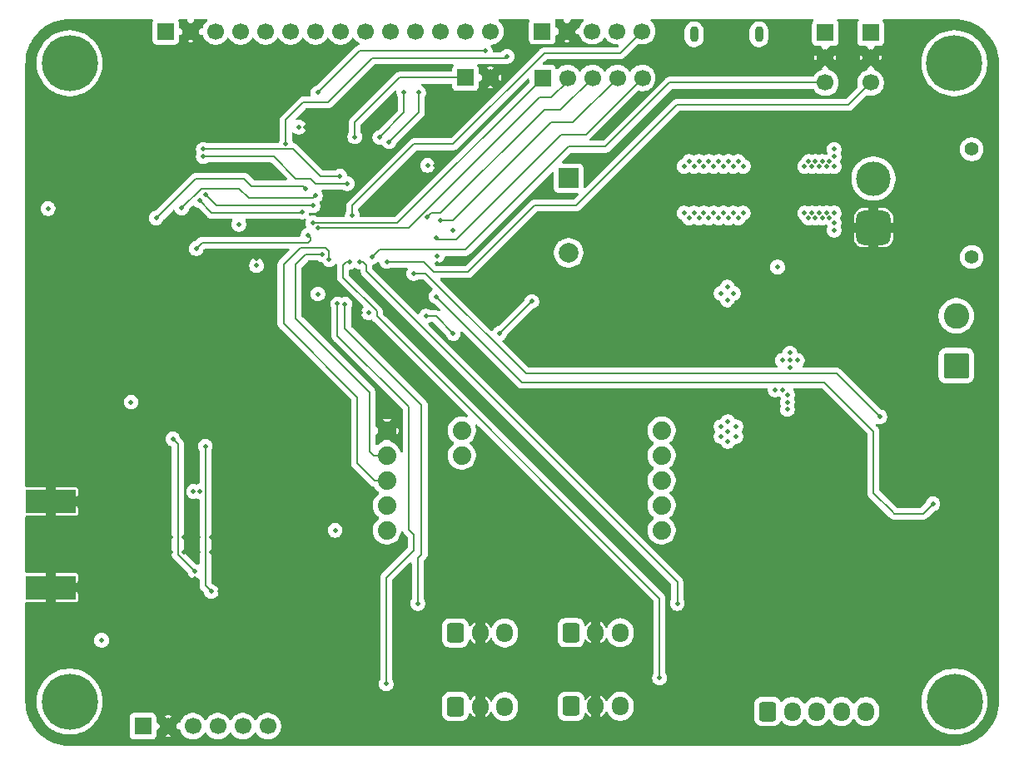
<source format=gbl>
%TF.GenerationSoftware,KiCad,Pcbnew,9.0.5*%
%TF.CreationDate,2025-10-16T12:34:50-04:00*%
%TF.ProjectId,INFERNO,494e4645-524e-44f2-9e6b-696361645f70,rev?*%
%TF.SameCoordinates,Original*%
%TF.FileFunction,Copper,L4,Bot*%
%TF.FilePolarity,Positive*%
%FSLAX46Y46*%
G04 Gerber Fmt 4.6, Leading zero omitted, Abs format (unit mm)*
G04 Created by KiCad (PCBNEW 9.0.5) date 2025-10-16 12:34:50*
%MOMM*%
%LPD*%
G01*
G04 APERTURE LIST*
G04 Aperture macros list*
%AMRoundRect*
0 Rectangle with rounded corners*
0 $1 Rounding radius*
0 $2 $3 $4 $5 $6 $7 $8 $9 X,Y pos of 4 corners*
0 Add a 4 corners polygon primitive as box body*
4,1,4,$2,$3,$4,$5,$6,$7,$8,$9,$2,$3,0*
0 Add four circle primitives for the rounded corners*
1,1,$1+$1,$2,$3*
1,1,$1+$1,$4,$5*
1,1,$1+$1,$6,$7*
1,1,$1+$1,$8,$9*
0 Add four rect primitives between the rounded corners*
20,1,$1+$1,$2,$3,$4,$5,0*
20,1,$1+$1,$4,$5,$6,$7,0*
20,1,$1+$1,$6,$7,$8,$9,0*
20,1,$1+$1,$8,$9,$2,$3,0*%
G04 Aperture macros list end*
%TA.AperFunction,ComponentPad*%
%ADD10RoundRect,0.250000X-0.600000X-0.725000X0.600000X-0.725000X0.600000X0.725000X-0.600000X0.725000X0*%
%TD*%
%TA.AperFunction,ComponentPad*%
%ADD11O,1.700000X1.950000*%
%TD*%
%TA.AperFunction,ComponentPad*%
%ADD12C,3.600000*%
%TD*%
%TA.AperFunction,ConnectorPad*%
%ADD13C,5.700000*%
%TD*%
%TA.AperFunction,ComponentPad*%
%ADD14RoundRect,0.250000X1.050000X-1.050000X1.050000X1.050000X-1.050000X1.050000X-1.050000X-1.050000X0*%
%TD*%
%TA.AperFunction,ComponentPad*%
%ADD15C,2.600000*%
%TD*%
%TA.AperFunction,ComponentPad*%
%ADD16R,1.700000X1.700000*%
%TD*%
%TA.AperFunction,ComponentPad*%
%ADD17C,1.700000*%
%TD*%
%TA.AperFunction,HeatsinkPad*%
%ADD18O,0.900000X1.600000*%
%TD*%
%TA.AperFunction,SMDPad,CuDef*%
%ADD19R,5.080000X2.420000*%
%TD*%
%TA.AperFunction,SMDPad,CuDef*%
%ADD20R,0.950000X0.460000*%
%TD*%
%TA.AperFunction,ComponentPad*%
%ADD21C,0.970000*%
%TD*%
%TA.AperFunction,ComponentPad*%
%ADD22R,2.000000X2.000000*%
%TD*%
%TA.AperFunction,ComponentPad*%
%ADD23C,2.000000*%
%TD*%
%TA.AperFunction,ComponentPad*%
%ADD24C,1.400000*%
%TD*%
%TA.AperFunction,ComponentPad*%
%ADD25RoundRect,0.770000X-0.980000X0.980000X-0.980000X-0.980000X0.980000X-0.980000X0.980000X0.980000X0*%
%TD*%
%TA.AperFunction,ComponentPad*%
%ADD26C,3.500000*%
%TD*%
%TA.AperFunction,ComponentPad*%
%ADD27C,1.879600*%
%TD*%
%TA.AperFunction,ViaPad*%
%ADD28C,0.500000*%
%TD*%
%TA.AperFunction,Conductor*%
%ADD29C,0.200000*%
%TD*%
G04 APERTURE END LIST*
D10*
%TO.P,J9,1,Pin_1*%
%TO.N,+5VA*%
X185993279Y-150482633D03*
D11*
%TO.P,J9,2,Pin_2*%
%TO.N,GNDREF*%
X188493279Y-150482633D03*
%TO.P,J9,3,Pin_3*%
%TO.N,Net-(J9-Pin_3)*%
X190993279Y-150482633D03*
%TD*%
D12*
%TO.P,H4,1*%
%TO.N,N/C*%
X135000000Y-150000000D03*
D13*
X135000000Y-150000000D03*
%TD*%
D14*
%TO.P,J15,1,Pin_1*%
%TO.N,PY-*%
X225172500Y-115795000D03*
D15*
%TO.P,J15,2,Pin_2*%
%TO.N,LIPO+*%
X225172500Y-110715000D03*
%TD*%
D16*
%TO.P,J13,1,Pin_1*%
%TO.N,+5VA*%
X142460000Y-152500000D03*
D17*
%TO.P,J13,2,Pin_2*%
%TO.N,GNDREF*%
X145000000Y-152500000D03*
%TO.P,J13,3,Pin_3*%
%TO.N,+3V3*%
X147540000Y-152500000D03*
%TO.P,J13,4,Pin_4*%
%TO.N,ALG3*%
X150080000Y-152500000D03*
%TO.P,J13,5,Pin_5*%
%TO.N,ALG2*%
X152620000Y-152500000D03*
%TO.P,J13,6,Pin_6*%
%TO.N,ALG1*%
X155160000Y-152500000D03*
%TD*%
D16*
%TO.P,J7,1,Pin_1*%
%TO.N,+3V3*%
X183070982Y-81739850D03*
D17*
%TO.P,J7,2,Pin_2*%
%TO.N,GNDREF*%
X185610982Y-81739850D03*
%TO.P,J7,3,Pin_3*%
%TO.N,SWDIO*%
X188150982Y-81739850D03*
%TO.P,J7,4,Pin_4*%
%TO.N,SWCLK*%
X190690982Y-81739850D03*
%TO.P,J7,5,Pin_5*%
%TO.N,NRST*%
X193230982Y-81739850D03*
%TD*%
D16*
%TO.P,J8,1,Pin_1*%
%TO.N,+3V3*%
X144777112Y-81762287D03*
D17*
%TO.P,J8,2,Pin_2*%
%TO.N,GNDREF*%
X147317112Y-81762287D03*
%TO.P,J8,3,Pin_3*%
%TO.N,PB9*%
X149857112Y-81762287D03*
%TO.P,J8,4,Pin_4*%
%TO.N,PB8*%
X152397112Y-81762287D03*
%TO.P,J8,5,Pin_5*%
%TO.N,PB5*%
X154937112Y-81762287D03*
%TO.P,J8,6,Pin_6*%
%TO.N,PB4*%
X157477112Y-81762287D03*
%TO.P,J8,7,Pin_7*%
%TO.N,PB3*%
X160017112Y-81762287D03*
%TO.P,J8,8,Pin_8*%
%TO.N,PA15*%
X162557112Y-81762287D03*
%TO.P,J8,9,Pin_9*%
%TO.N,PA12*%
X165097112Y-81762287D03*
%TO.P,J8,10,Pin_10*%
%TO.N,PA11*%
X167637112Y-81762287D03*
%TO.P,J8,11,Pin_11*%
%TO.N,PA10*%
X170177112Y-81762287D03*
%TO.P,J8,12,Pin_12*%
%TO.N,PC6*%
X172717112Y-81762287D03*
%TO.P,J8,13,Pin_13*%
%TO.N,PB13*%
X175257112Y-81762287D03*
%TO.P,J8,14,Pin_14*%
%TO.N,PB12*%
X177797112Y-81762287D03*
%TD*%
D16*
%TO.P,J17,1,Pin_1*%
%TO.N,LED*%
X175250000Y-86475000D03*
D17*
%TO.P,J17,2,Pin_2*%
%TO.N,GNDREF*%
X177790000Y-86475000D03*
%TD*%
D18*
%TO.P,J16,6,Shield*%
%TO.N,unconnected-(J16-Shield-Pad6)*%
X205107112Y-82062287D03*
%TO.N,unconnected-(J16-Shield-Pad6)_5*%
X198507112Y-82062287D03*
%TD*%
D12*
%TO.P,H2,1*%
%TO.N,N/C*%
X224972319Y-84996615D03*
D13*
X224972319Y-84996615D03*
%TD*%
D16*
%TO.P,J12,1,Pin_1*%
%TO.N,SCL*%
X183081184Y-86497856D03*
D17*
%TO.P,J12,2,Pin_2*%
%TO.N,SDA*%
X185621184Y-86497856D03*
%TO.P,J12,3,Pin_3*%
%TO.N,MOSI*%
X188161184Y-86497856D03*
%TO.P,J12,4,Pin_4*%
%TO.N,MISO*%
X190701184Y-86497856D03*
%TO.P,J12,5,Pin_5*%
%TO.N,SCK*%
X193241184Y-86497856D03*
%TD*%
D19*
%TO.P,J2,2,Ext*%
%TO.N,GNDREF*%
X133070000Y-129620000D03*
X133070000Y-138380000D03*
D20*
X136060000Y-129620000D03*
X136060000Y-138380000D03*
D21*
X136510000Y-129620000D03*
X136510000Y-138380000D03*
%TD*%
D10*
%TO.P,J4,1,Pin_1*%
%TO.N,+5VA*%
X174250000Y-150500000D03*
D11*
%TO.P,J4,2,Pin_2*%
%TO.N,GNDREF*%
X176750000Y-150500000D03*
%TO.P,J4,3,Pin_3*%
%TO.N,Net-(J4-Pin_3)*%
X179250000Y-150500000D03*
%TD*%
D22*
%TO.P,BZ1,1,+*%
%TO.N,+5VD*%
X185750000Y-96700000D03*
D23*
%TO.P,BZ1,2,-*%
%TO.N,Net-(BZ1--)*%
X185750000Y-104300000D03*
%TD*%
D10*
%TO.P,J3,1,Pin_1*%
%TO.N,Net-(J3-Pin_1)*%
X206000000Y-151000000D03*
D11*
%TO.P,J3,2,Pin_2*%
%TO.N,Net-(J3-Pin_2)*%
X208500000Y-151000000D03*
%TO.P,J3,3,Pin_3*%
%TO.N,Net-(J3-Pin_3)*%
X211000000Y-151000000D03*
%TO.P,J3,4,Pin_4*%
%TO.N,Net-(J3-Pin_4)*%
X213500000Y-151000000D03*
%TO.P,J3,5,Pin_5*%
%TO.N,Net-(J3-Pin_5)*%
X216000000Y-151000000D03*
%TD*%
D10*
%TO.P,J5,1,Pin_1*%
%TO.N,+5VA*%
X174250000Y-143000000D03*
D11*
%TO.P,J5,2,Pin_2*%
%TO.N,GNDREF*%
X176750000Y-143000000D03*
%TO.P,J5,3,Pin_3*%
%TO.N,Net-(J5-Pin_3)*%
X179250000Y-143000000D03*
%TD*%
D24*
%TO.P,J14,*%
%TO.N,*%
X226750000Y-93750000D03*
X226750000Y-104750000D03*
D25*
%TO.P,J14,1,Pin_1*%
%TO.N,GNDREF*%
X216750000Y-101750000D03*
D26*
%TO.P,J14,2,Pin_2*%
%TO.N,LIPO+*%
X216750000Y-96750000D03*
%TD*%
D16*
%TO.P,J11,1,Pin_1*%
%TO.N,+5VD*%
X216461367Y-81902576D03*
D17*
%TO.P,J11,2,Pin_2*%
%TO.N,GNDREF*%
X216461367Y-84442576D03*
%TO.P,J11,3,Pin_3*%
%TO.N,SERVO2*%
X216461367Y-86982576D03*
%TD*%
D10*
%TO.P,J10,1,Pin_1*%
%TO.N,+5VA*%
X185993279Y-142982633D03*
D11*
%TO.P,J10,2,Pin_2*%
%TO.N,GNDREF*%
X188493279Y-142982633D03*
%TO.P,J10,3,Pin_3*%
%TO.N,Net-(J10-Pin_3)*%
X190993279Y-142982633D03*
%TD*%
D27*
%TO.P,U3,1,RED*%
%TO.N,Net-(J3-Pin_1)*%
X195206143Y-132550325D03*
%TO.P,U3,2,BLK*%
%TO.N,Net-(J3-Pin_2)*%
X195206143Y-130010325D03*
%TO.P,U3,3,WHT*%
%TO.N,Net-(J3-Pin_3)*%
X195206143Y-127470325D03*
%TO.P,U3,4,GRN*%
%TO.N,Net-(J3-Pin_4)*%
X195206143Y-124930325D03*
%TO.P,U3,5,YLW*%
%TO.N,Net-(J3-Pin_5)*%
X195206143Y-122390325D03*
%TO.P,U3,6,GND*%
%TO.N,GNDREF*%
X167266143Y-122390325D03*
%TO.P,U3,7,CLK*%
%TO.N,HX711_CLK*%
X167266143Y-124930325D03*
%TO.P,U3,8,DAT*%
%TO.N,HX711_DAT*%
X167266143Y-127470325D03*
%TO.P,U3,9,VCC*%
%TO.N,+5VA*%
X167266143Y-130010325D03*
%TO.P,U3,10,VDD*%
%TO.N,+3V3*%
X167266143Y-132550325D03*
%TO.P,U3,11,B+*%
%TO.N,unconnected-(U3-B+-Pad11)*%
X174886143Y-124930325D03*
%TO.P,U3,12,B-*%
%TO.N,unconnected-(U3-B--Pad12)*%
X174886143Y-122390325D03*
%TD*%
D12*
%TO.P,H1,1*%
%TO.N,N/C*%
X135000000Y-85000000D03*
D13*
X135000000Y-85000000D03*
%TD*%
D12*
%TO.P,H3,1*%
%TO.N,N/C*%
X225000000Y-150000000D03*
D13*
X225000000Y-150000000D03*
%TD*%
D16*
%TO.P,J6,1,Pin_1*%
%TO.N,+5VD*%
X211861367Y-81902576D03*
D17*
%TO.P,J6,2,Pin_2*%
%TO.N,GNDREF*%
X211861367Y-84442576D03*
%TO.P,J6,3,Pin_3*%
%TO.N,SERVO1*%
X211861367Y-86982576D03*
%TD*%
D28*
%TO.N,GNDREF*%
X142000000Y-139000000D03*
%TO.N,+5VD*%
X203000000Y-95000000D03*
X200000000Y-95000000D03*
X199000000Y-95000000D03*
X201000000Y-95000000D03*
X202000000Y-95000000D03*
X199500000Y-100250000D03*
X203000000Y-100750000D03*
X199000000Y-100750000D03*
X201500000Y-95500000D03*
X200000000Y-100750000D03*
X201500000Y-100250000D03*
X198500000Y-95500000D03*
X198000000Y-95000000D03*
X207000000Y-105750000D03*
X197500000Y-95500000D03*
X197500000Y-100250000D03*
X201000000Y-100750000D03*
X200500000Y-95500000D03*
X199500000Y-95500000D03*
X202500000Y-100250000D03*
X202000000Y-100750000D03*
X203500000Y-100250000D03*
X198000000Y-100750000D03*
X198500000Y-100250000D03*
X202500000Y-95500000D03*
X200500000Y-100250000D03*
X203500000Y-95500000D03*
%TO.N,NRST*%
X163750000Y-100500000D03*
%TO.N,GNDREF*%
X142450000Y-134750000D03*
X143850000Y-134750000D03*
X144500000Y-123250000D03*
X213500000Y-126750000D03*
X199250000Y-111750000D03*
X217000000Y-142250000D03*
X145255769Y-133261594D03*
X203000000Y-114750000D03*
X220400000Y-128102500D03*
X200250000Y-110750000D03*
X163250000Y-129750000D03*
X211300000Y-97900000D03*
X201000000Y-110750000D03*
X215000000Y-139500000D03*
X189000000Y-114750000D03*
X208500000Y-121750000D03*
X163250000Y-125750000D03*
X156750000Y-128450000D03*
X156000000Y-139000000D03*
X160500000Y-110000000D03*
X209750000Y-123000000D03*
X142450000Y-133250000D03*
X212700000Y-99100000D03*
X220400000Y-125102500D03*
X150850000Y-133250000D03*
X201300000Y-97900000D03*
X219800000Y-127502500D03*
X152250000Y-133250000D03*
X163250000Y-120000000D03*
X154750000Y-132250000D03*
X219200000Y-125102500D03*
X199250000Y-109750000D03*
X215000000Y-135500000D03*
X204250000Y-122750000D03*
X175000000Y-114750000D03*
X211000000Y-124250000D03*
X196500000Y-96500000D03*
X172000000Y-114750000D03*
X172400000Y-105400000D03*
X203100000Y-97900000D03*
X163250000Y-135750000D03*
X168400000Y-143950000D03*
X146650000Y-134750000D03*
X219800000Y-128702500D03*
X209250000Y-98350000D03*
X212250000Y-125500000D03*
X138250000Y-134750000D03*
X159000000Y-91500000D03*
X148055769Y-134761594D03*
X153800000Y-133000000D03*
X219500000Y-145250000D03*
X145255769Y-134761594D03*
X219500000Y-149250000D03*
X187000000Y-114750000D03*
X164750000Y-116500000D03*
X150250000Y-138750000D03*
X155250000Y-128450000D03*
X202500000Y-110750000D03*
X164600000Y-110400000D03*
X197000000Y-114750000D03*
X200400000Y-97900000D03*
X197700000Y-97900000D03*
X154000000Y-134600000D03*
X149750000Y-124000000D03*
X219800000Y-125702500D03*
X204250000Y-121500000D03*
X163250000Y-133750000D03*
X147750000Y-137500000D03*
X201000000Y-114750000D03*
X215000000Y-137500000D03*
X141050000Y-134750000D03*
X172200000Y-95400000D03*
X195000000Y-114750000D03*
X205200000Y-97900000D03*
X221000000Y-127502500D03*
X209900000Y-98800000D03*
X209250000Y-97450000D03*
X150850000Y-134750000D03*
X204000000Y-98700000D03*
X155600000Y-133800000D03*
X207750000Y-112650000D03*
X196500000Y-97300000D03*
X143850000Y-133250000D03*
X204700000Y-97500000D03*
X219800000Y-124502500D03*
X156750000Y-129850000D03*
X218600000Y-127502500D03*
X200250000Y-111750000D03*
X215000000Y-133500000D03*
X204700000Y-98400000D03*
X141050000Y-133250000D03*
X209900000Y-97000000D03*
X163250000Y-137750000D03*
X199500000Y-97900000D03*
X163250000Y-139750000D03*
X226900000Y-130602500D03*
X148055769Y-133261594D03*
X138250000Y-133250000D03*
X212700000Y-97400000D03*
X183000000Y-114750000D03*
X155250000Y-131250000D03*
X193000000Y-114750000D03*
X196500000Y-98500000D03*
X137400000Y-107000000D03*
X139650000Y-133250000D03*
X208600000Y-97900000D03*
X143000000Y-113000000D03*
X209900000Y-97900000D03*
X136850000Y-134750000D03*
X202500000Y-111750000D03*
X146650000Y-133250000D03*
X201750000Y-110250000D03*
X167000000Y-114750000D03*
X212700000Y-96700000D03*
X219500000Y-151250000D03*
X149450000Y-133250000D03*
X219500000Y-147250000D03*
X152250000Y-134750000D03*
X168400000Y-151550000D03*
X156750000Y-131250000D03*
X219500000Y-153250000D03*
X163250000Y-131750000D03*
X196762470Y-143922712D03*
X212700000Y-98300000D03*
X163250000Y-123750000D03*
X196750000Y-151500000D03*
X191000000Y-114750000D03*
X169000000Y-114750000D03*
X196500000Y-99300000D03*
X154600000Y-113000000D03*
X218250000Y-143500000D03*
X177000000Y-114750000D03*
X204000000Y-97100000D03*
X154000000Y-104899997D03*
X215000000Y-129500000D03*
X155250000Y-129850000D03*
X202500000Y-109750000D03*
X139650000Y-134750000D03*
X199250000Y-110750000D03*
X215000000Y-131500000D03*
X185000000Y-114750000D03*
X206000000Y-110850000D03*
X204250000Y-124000000D03*
X214750000Y-128000000D03*
X198600000Y-97900000D03*
X219200000Y-128102500D03*
X204000000Y-97900000D03*
X221000000Y-125702500D03*
X132800000Y-97600000D03*
X202200000Y-97900000D03*
X200250000Y-109750000D03*
X215750000Y-141000000D03*
X199000000Y-114750000D03*
X156400000Y-132600000D03*
X161750000Y-141250000D03*
X185750000Y-110250000D03*
X170250000Y-107500000D03*
X149450000Y-134750000D03*
X163250000Y-121750000D03*
X153000000Y-119500000D03*
X154000000Y-128250000D03*
X200250000Y-85750000D03*
X196900000Y-97900000D03*
X218600000Y-125702500D03*
X163250000Y-127750000D03*
X201750000Y-111250000D03*
X136850000Y-133250000D03*
%TO.N,+3V3*%
X160250000Y-108500000D03*
X201900000Y-109100000D03*
X165400000Y-110400000D03*
X132800000Y-99800000D03*
X172400000Y-104600000D03*
X141250000Y-119500000D03*
X171400000Y-95400000D03*
X147600000Y-128600000D03*
X148200000Y-128600000D03*
X154000000Y-105600000D03*
X201250000Y-108425000D03*
X162000000Y-132550325D03*
X152200000Y-101400000D03*
X158299997Y-91500000D03*
X201900000Y-107800000D03*
X174000000Y-102000000D03*
X202500000Y-108425000D03*
X138250000Y-143750000D03*
%TO.N,LIPO+*%
X208000000Y-119500000D03*
X211550000Y-100750000D03*
X208250000Y-116000000D03*
X211250000Y-100250000D03*
X210850000Y-100750000D03*
X212750000Y-101250000D03*
X208000000Y-120250000D03*
X211550000Y-95000000D03*
X208250000Y-115250000D03*
X212750000Y-94500000D03*
X208250000Y-114500000D03*
X212250000Y-95000000D03*
X212000000Y-100250000D03*
X212750000Y-100250000D03*
X212000000Y-95500000D03*
X211250000Y-95500000D03*
X212750000Y-95500000D03*
X209750000Y-100250000D03*
X212750000Y-93750000D03*
X209000000Y-115250000D03*
X210150000Y-100750000D03*
X210150000Y-95000000D03*
X207500000Y-115250000D03*
X209750000Y-95500000D03*
X210850000Y-95000000D03*
X212250000Y-100750000D03*
X210500000Y-100250000D03*
X212750000Y-102000000D03*
X206750000Y-118250000D03*
X208000000Y-118750000D03*
X210500000Y-95500000D03*
X207500000Y-118250000D03*
%TO.N,+5VA*%
X202750000Y-122000000D03*
X202750000Y-123000000D03*
X201950000Y-123500000D03*
X201950000Y-121500000D03*
X201250000Y-122000000D03*
X201950000Y-122500000D03*
X201250000Y-123000000D03*
%TO.N,SDMMC_D2*%
X143800000Y-100750000D03*
X159000000Y-97750000D03*
%TO.N,SDMMC_CMD*%
X148200000Y-99000000D03*
X158625000Y-100125000D03*
%TO.N,SDMMC_D1*%
X148600000Y-93750000D03*
X162500000Y-96500000D03*
%TO.N,SDMMC_D0*%
X148600000Y-94500000D03*
X163250000Y-97250000D03*
%TO.N,SDMMC_CK*%
X148800000Y-98400000D03*
X159750000Y-99500000D03*
%TO.N,SDMMC_D3*%
X146400000Y-99750000D03*
X160000000Y-98500000D03*
%TO.N,SERVO1*%
X165750000Y-104750000D03*
%TO.N,SWDIO*%
X177250000Y-83750000D03*
X160250000Y-88000000D03*
%TO.N,SWCLK*%
X157000000Y-93200000D03*
X179500000Y-84300000D03*
%TO.N,PB13*%
X166548008Y-92548008D03*
X169000000Y-88000000D03*
%TO.N,PB12*%
X170500000Y-88000000D03*
X167500000Y-93000000D03*
%TO.N,SERVO2*%
X167250000Y-105200000D03*
%TO.N,SCK*%
X172250000Y-102750000D03*
%TO.N,SCL*%
X159750000Y-101250000D03*
%TO.N,MOSI*%
X171388909Y-100638909D03*
%TO.N,SDA*%
X160250000Y-101800000D03*
%TO.N,MISO*%
X172750000Y-101000000D03*
%TO.N,Net-(Q1-G)*%
X182000000Y-109250000D03*
X171250000Y-110750000D03*
X178750000Y-112500000D03*
X174013909Y-112513909D03*
%TO.N,Net-(U2-BOOT0)*%
X159250000Y-102500000D03*
X147875000Y-103875000D03*
%TO.N,PT1*%
X167200000Y-148200000D03*
X162250000Y-109500000D03*
%TO.N,PT2*%
X163013909Y-109513909D03*
X170400000Y-140000000D03*
%TO.N,HALL1*%
X195000000Y-147600000D03*
X163507631Y-105231293D03*
%TO.N,HALL2*%
X196800000Y-140000000D03*
X164493919Y-105230735D03*
%TO.N,LoRa_RST*%
X147750000Y-136750000D03*
X145500000Y-123250000D03*
%TO.N,LoRa_CS*%
X148800000Y-124000000D03*
X149400000Y-138800000D03*
%TO.N,PYRO*%
X217400000Y-121000000D03*
X170000000Y-106400000D03*
%TO.N,CONT*%
X222800000Y-129852500D03*
X172250000Y-108750000D03*
%TO.N,LED*%
X164000000Y-92500000D03*
%TO.N,HX711_DAT*%
X161400000Y-105000000D03*
%TO.N,HX711_CLK*%
X160711091Y-104488909D03*
%TD*%
D29*
%TO.N,NRST*%
X190970832Y-84000000D02*
X193230982Y-81739850D01*
X183250000Y-84000000D02*
X190970832Y-84000000D01*
X174000000Y-93250000D02*
X183250000Y-84000000D01*
X170000000Y-93250000D02*
X174000000Y-93250000D01*
X163750000Y-99500000D02*
X170000000Y-93250000D01*
X163750000Y-100500000D02*
X163750000Y-99500000D01*
%TO.N,HX711_CLK*%
X165930325Y-124930325D02*
X167266143Y-124930325D01*
X165500000Y-118500000D02*
X165500000Y-124500000D01*
X158000000Y-105500000D02*
X158000000Y-111000000D01*
X158000000Y-111000000D02*
X165500000Y-118500000D01*
X159011091Y-104488909D02*
X158000000Y-105500000D01*
X160711091Y-104488909D02*
X159011091Y-104488909D01*
X165500000Y-124500000D02*
X165930325Y-124930325D01*
%TO.N,HX711_DAT*%
X167236468Y-127500000D02*
X167266143Y-127470325D01*
X166000000Y-127500000D02*
X167236468Y-127500000D01*
X164250000Y-119000000D02*
X164250000Y-125750000D01*
X156750000Y-111500000D02*
X164250000Y-119000000D01*
X158450000Y-103800000D02*
X156750000Y-105500000D01*
X156750000Y-105500000D02*
X156750000Y-111500000D01*
X164250000Y-125750000D02*
X166000000Y-127500000D01*
X161400000Y-104150000D02*
X161050000Y-103800000D01*
X161400000Y-105000000D02*
X161400000Y-104150000D01*
X161050000Y-103800000D02*
X158450000Y-103800000D01*
%TO.N,PT2*%
X170400000Y-135400000D02*
X170400000Y-140000000D01*
X170800000Y-119800000D02*
X170800000Y-135000000D01*
X163013909Y-112013909D02*
X170800000Y-119800000D01*
X170800000Y-135000000D02*
X170400000Y-135400000D01*
X163013909Y-109513909D02*
X163013909Y-112013909D01*
%TO.N,PT1*%
X167200000Y-137400000D02*
X167200000Y-148200000D01*
X170000000Y-134600000D02*
X167200000Y-137400000D01*
X169500000Y-132500000D02*
X170000000Y-133000000D01*
X169500000Y-120000000D02*
X169500000Y-132500000D01*
X170000000Y-133000000D02*
X170000000Y-134600000D01*
X162250000Y-112750000D02*
X169500000Y-120000000D01*
X162250000Y-109500000D02*
X162250000Y-112750000D01*
%TO.N,SDMMC_D2*%
X152750000Y-96750000D02*
X153500000Y-97500000D01*
X143850000Y-100750000D02*
X147850000Y-96750000D01*
X143800000Y-100750000D02*
X143850000Y-100750000D01*
X158750000Y-97500000D02*
X159000000Y-97750000D01*
X147850000Y-96750000D02*
X152750000Y-96750000D01*
X153500000Y-97500000D02*
X158750000Y-97500000D01*
%TO.N,SDMMC_CMD*%
X148200000Y-99000000D02*
X149450000Y-100250000D01*
X149450000Y-100250000D02*
X158500000Y-100250000D01*
X158500000Y-100250000D02*
X158625000Y-100125000D01*
%TO.N,SDMMC_D1*%
X157750000Y-93750000D02*
X160500000Y-96500000D01*
X148600000Y-93750000D02*
X157750000Y-93750000D01*
X160500000Y-96500000D02*
X162500000Y-96500000D01*
%TO.N,SDMMC_D0*%
X155750000Y-94500000D02*
X158000000Y-96750000D01*
X159500000Y-96750000D02*
X160000000Y-97250000D01*
X148600000Y-94500000D02*
X155750000Y-94500000D01*
X160000000Y-97250000D02*
X163250000Y-97250000D01*
X158000000Y-96750000D02*
X159500000Y-96750000D01*
%TO.N,SDMMC_CK*%
X148800000Y-98400000D02*
X149900000Y-99500000D01*
X149900000Y-99500000D02*
X159750000Y-99500000D01*
%TO.N,SDMMC_D3*%
X146400000Y-99750000D02*
X148400000Y-97750000D01*
X152250000Y-97750000D02*
X153250000Y-98750000D01*
X159750000Y-98750000D02*
X160000000Y-98500000D01*
X153250000Y-98750000D02*
X159750000Y-98750000D01*
X148400000Y-97750000D02*
X152250000Y-97750000D01*
%TO.N,SERVO1*%
X175250000Y-104000000D02*
X166500000Y-104000000D01*
X196017424Y-86982576D02*
X189500000Y-93500000D01*
X211861367Y-86982576D02*
X196017424Y-86982576D01*
X185750000Y-93500000D02*
X175250000Y-104000000D01*
X189500000Y-93500000D02*
X185750000Y-93500000D01*
X166500000Y-104000000D02*
X165750000Y-104750000D01*
%TO.N,SWDIO*%
X160250000Y-88000000D02*
X164500000Y-83750000D01*
X164500000Y-83750000D02*
X177250000Y-83750000D01*
%TO.N,SWCLK*%
X158750000Y-89000000D02*
X157000000Y-90750000D01*
X157000000Y-90750000D02*
X157000000Y-93200000D01*
X161250000Y-89000000D02*
X158750000Y-89000000D01*
X165750000Y-84500000D02*
X161250000Y-89000000D01*
X179300000Y-84500000D02*
X165750000Y-84500000D01*
X179500000Y-84300000D02*
X179300000Y-84500000D01*
%TO.N,PB13*%
X169000000Y-90000000D02*
X166500000Y-92500000D01*
X166500000Y-92500000D02*
X166548008Y-92548008D01*
X169000000Y-88000000D02*
X169000000Y-90000000D01*
%TO.N,PB12*%
X169000000Y-91500000D02*
X167500000Y-93000000D01*
X170500000Y-90000000D02*
X169000000Y-91500000D01*
X170500000Y-88000000D02*
X170500000Y-90000000D01*
%TO.N,SERVO2*%
X186500000Y-99500000D02*
X196750000Y-89250000D01*
X172050000Y-106250000D02*
X175500000Y-106250000D01*
X196750000Y-89250000D02*
X214193943Y-89250000D01*
X171000000Y-105200000D02*
X172050000Y-106250000D01*
X175500000Y-106250000D02*
X182250000Y-99500000D01*
X214193943Y-89250000D02*
X216461367Y-86982576D01*
X167250000Y-105200000D02*
X171000000Y-105200000D01*
X182250000Y-99500000D02*
X186500000Y-99500000D01*
%TO.N,SCK*%
X174300000Y-102950000D02*
X185000000Y-92250000D01*
X172250000Y-102750000D02*
X172450000Y-102950000D01*
X185000000Y-92250000D02*
X187489040Y-92250000D01*
X172450000Y-102950000D02*
X174300000Y-102950000D01*
X187489040Y-92250000D02*
X193241184Y-86497856D01*
%TO.N,SCL*%
X168329040Y-101250000D02*
X159750000Y-101250000D01*
X183081184Y-86497856D02*
X168329040Y-101250000D01*
%TO.N,MOSI*%
X183250000Y-89750000D02*
X184909040Y-89750000D01*
X171388909Y-100638909D02*
X171777818Y-100250000D01*
X184909040Y-89750000D02*
X188161184Y-86497856D01*
X172750000Y-100250000D02*
X183250000Y-89750000D01*
X171777818Y-100250000D02*
X172750000Y-100250000D01*
%TO.N,SDA*%
X184000000Y-88500000D02*
X185621184Y-86878816D01*
X185621184Y-86878816D02*
X185621184Y-86497856D01*
X182750000Y-88500000D02*
X184000000Y-88500000D01*
X160250000Y-101800000D02*
X169450000Y-101800000D01*
X169450000Y-101800000D02*
X182750000Y-88500000D01*
%TO.N,MISO*%
X174000000Y-101000000D02*
X172750000Y-101000000D01*
X184000000Y-91000000D02*
X174000000Y-101000000D01*
X186199040Y-91000000D02*
X184000000Y-91000000D01*
X190701184Y-86497856D02*
X186199040Y-91000000D01*
%TO.N,Net-(Q1-G)*%
X174013909Y-112513909D02*
X172250000Y-110750000D01*
X172250000Y-110750000D02*
X171250000Y-110750000D01*
X178750000Y-112500000D02*
X182000000Y-109250000D01*
%TO.N,Net-(U2-BOOT0)*%
X147875000Y-103875000D02*
X148500000Y-103250000D01*
X159500000Y-102750000D02*
X159250000Y-102500000D01*
X148500000Y-103250000D02*
X159250000Y-103250000D01*
X159250000Y-103250000D02*
X159500000Y-103000000D01*
X159500000Y-103000000D02*
X159500000Y-102750000D01*
%TO.N,HALL1*%
X163168707Y-105231293D02*
X162800000Y-105600000D01*
X166250000Y-110750000D02*
X195000000Y-139500000D01*
X163507631Y-105231293D02*
X163168707Y-105231293D01*
X162800000Y-105600000D02*
X162800000Y-106800000D01*
X162800000Y-106800000D02*
X166250000Y-110250000D01*
X166250000Y-110250000D02*
X166250000Y-110750000D01*
X195000000Y-139500000D02*
X195000000Y-147600000D01*
%TO.N,HALL2*%
X164830735Y-105230735D02*
X164493919Y-105230735D01*
X165200000Y-106200000D02*
X165200000Y-105600000D01*
X165200000Y-105600000D02*
X164830735Y-105230735D01*
X196800000Y-137800000D02*
X165200000Y-106200000D01*
X196800000Y-140000000D02*
X196800000Y-137800000D01*
%TO.N,LoRa_RST*%
X146000000Y-135000000D02*
X147750000Y-136750000D01*
X146000000Y-123750000D02*
X146000000Y-135000000D01*
X145500000Y-123250000D02*
X146000000Y-123750000D01*
%TO.N,LoRa_CS*%
X148800000Y-124000000D02*
X148800000Y-138200000D01*
X148800000Y-138200000D02*
X149400000Y-138800000D01*
%TO.N,PYRO*%
X181400000Y-116600000D02*
X213000000Y-116600000D01*
X170000000Y-106400000D02*
X171200000Y-106400000D01*
X171200000Y-106400000D02*
X181400000Y-116600000D01*
X213000000Y-116600000D02*
X217400000Y-121000000D01*
%TO.N,CONT*%
X211750000Y-117500000D02*
X216750000Y-122500000D01*
X218750000Y-130750000D02*
X218852500Y-130852500D01*
X172250000Y-108750000D02*
X181000000Y-117500000D01*
X181000000Y-117500000D02*
X211750000Y-117500000D01*
X221800000Y-130852500D02*
X222800000Y-129852500D01*
X218852500Y-130852500D02*
X221800000Y-130852500D01*
X216750000Y-122500000D02*
X216750000Y-128750000D01*
X216750000Y-128750000D02*
X218750000Y-130750000D01*
%TO.N,LED*%
X164000000Y-91000000D02*
X164000000Y-92500000D01*
X168525000Y-86475000D02*
X164000000Y-91000000D01*
X175250000Y-86475000D02*
X168525000Y-86475000D01*
%TD*%
%TA.AperFunction,Conductor*%
%TO.N,GNDREF*%
G36*
X143434964Y-80520185D02*
G01*
X143480719Y-80572989D01*
X143490663Y-80642147D01*
X143484107Y-80667833D01*
X143433020Y-80804804D01*
X143429024Y-80841977D01*
X143426613Y-80864410D01*
X143426612Y-80864422D01*
X143426612Y-82660157D01*
X143426613Y-82660163D01*
X143433020Y-82719770D01*
X143483314Y-82854615D01*
X143483318Y-82854622D01*
X143569563Y-82969830D01*
X143569567Y-82969834D01*
X143684776Y-83056080D01*
X143684783Y-83056084D01*
X143819629Y-83106378D01*
X143819628Y-83106378D01*
X143826556Y-83107122D01*
X143879239Y-83112787D01*
X145674984Y-83112786D01*
X145734595Y-83106378D01*
X145869443Y-83056083D01*
X145984658Y-82969833D01*
X145984659Y-82969831D01*
X145984661Y-82969830D01*
X146070905Y-82854622D01*
X146070904Y-82854622D01*
X146070908Y-82854618D01*
X146088050Y-82808659D01*
X146977844Y-82808659D01*
X147059533Y-82835201D01*
X147230541Y-82862287D01*
X147403683Y-82862287D01*
X147574691Y-82835201D01*
X147574694Y-82835201D01*
X147656377Y-82808659D01*
X147656378Y-82808659D01*
X147317113Y-82469393D01*
X147317112Y-82469393D01*
X146977844Y-82808659D01*
X146088050Y-82808659D01*
X146121203Y-82719770D01*
X146127612Y-82660160D01*
X146127611Y-82224481D01*
X146147295Y-82157445D01*
X146200099Y-82111690D01*
X146269258Y-82101746D01*
X146270338Y-82101952D01*
X146610005Y-81762287D01*
X146544179Y-81696461D01*
X146817112Y-81696461D01*
X146817112Y-81828113D01*
X146851187Y-81955280D01*
X146917013Y-82069294D01*
X147010105Y-82162386D01*
X147124119Y-82228212D01*
X147251286Y-82262287D01*
X147382938Y-82262287D01*
X147510105Y-82228212D01*
X147624119Y-82162386D01*
X147717211Y-82069294D01*
X147783037Y-81955280D01*
X147817112Y-81828113D01*
X147817112Y-81696461D01*
X147783037Y-81569294D01*
X147717211Y-81455280D01*
X147624119Y-81362188D01*
X147510105Y-81296362D01*
X147382938Y-81262287D01*
X147251286Y-81262287D01*
X147124119Y-81296362D01*
X147010105Y-81362188D01*
X146917013Y-81455280D01*
X146851187Y-81569294D01*
X146817112Y-81696461D01*
X146544179Y-81696461D01*
X146267738Y-81420020D01*
X146210775Y-81417171D01*
X146153958Y-81376507D01*
X146128145Y-81311580D01*
X146127611Y-81300088D01*
X146127611Y-80864416D01*
X146127610Y-80864410D01*
X146127609Y-80864403D01*
X146121203Y-80804804D01*
X146121203Y-80804803D01*
X146070117Y-80667833D01*
X146065133Y-80598141D01*
X146098618Y-80536818D01*
X146159942Y-80503334D01*
X146186299Y-80500500D01*
X146872268Y-80500500D01*
X146939307Y-80520185D01*
X146985062Y-80572989D01*
X146995006Y-80642147D01*
X146992842Y-80653447D01*
X146977845Y-80715913D01*
X147317112Y-81055180D01*
X147317113Y-81055180D01*
X147656378Y-80715912D01*
X147641382Y-80653446D01*
X147644873Y-80583664D01*
X147685537Y-80526847D01*
X147750464Y-80501034D01*
X147761956Y-80500500D01*
X148914571Y-80500500D01*
X148981610Y-80520185D01*
X149027365Y-80572989D01*
X149037309Y-80642147D01*
X149008284Y-80705703D01*
X148987455Y-80724819D01*
X148977323Y-80732179D01*
X148827002Y-80882500D01*
X148702063Y-81054466D01*
X148605556Y-81243870D01*
X148569463Y-81354953D01*
X148530025Y-81412628D01*
X148465666Y-81439826D01*
X148422586Y-81437208D01*
X148363484Y-81423019D01*
X148024218Y-81762286D01*
X148024218Y-81762287D01*
X148363483Y-82101552D01*
X148422585Y-82087364D01*
X148492367Y-82090855D01*
X148549185Y-82131518D01*
X148569463Y-82169619D01*
X148605556Y-82280703D01*
X148702063Y-82470107D01*
X148827002Y-82642073D01*
X148977325Y-82792396D01*
X149149291Y-82917335D01*
X149149293Y-82917336D01*
X149149296Y-82917338D01*
X149338700Y-83013844D01*
X149540869Y-83079533D01*
X149750825Y-83112787D01*
X149750826Y-83112787D01*
X149963398Y-83112787D01*
X149963399Y-83112787D01*
X150173355Y-83079533D01*
X150375524Y-83013844D01*
X150564928Y-82917338D01*
X150640700Y-82862287D01*
X150736898Y-82792396D01*
X150736900Y-82792393D01*
X150736904Y-82792391D01*
X150887216Y-82642079D01*
X150887218Y-82642075D01*
X150887221Y-82642073D01*
X151012160Y-82470107D01*
X151012159Y-82470107D01*
X151012163Y-82470103D01*
X151016626Y-82461341D01*
X151064600Y-82410546D01*
X151132420Y-82393750D01*
X151198556Y-82416286D01*
X151237598Y-82461343D01*
X151242063Y-82470107D01*
X151367002Y-82642073D01*
X151517325Y-82792396D01*
X151689291Y-82917335D01*
X151689293Y-82917336D01*
X151689296Y-82917338D01*
X151878700Y-83013844D01*
X152080869Y-83079533D01*
X152290825Y-83112787D01*
X152290826Y-83112787D01*
X152503398Y-83112787D01*
X152503399Y-83112787D01*
X152713355Y-83079533D01*
X152915524Y-83013844D01*
X153104928Y-82917338D01*
X153180700Y-82862287D01*
X153276898Y-82792396D01*
X153276900Y-82792393D01*
X153276904Y-82792391D01*
X153427216Y-82642079D01*
X153427218Y-82642075D01*
X153427221Y-82642073D01*
X153552160Y-82470107D01*
X153552159Y-82470107D01*
X153552163Y-82470103D01*
X153556626Y-82461341D01*
X153604600Y-82410546D01*
X153672420Y-82393750D01*
X153738556Y-82416286D01*
X153777598Y-82461343D01*
X153782063Y-82470107D01*
X153907002Y-82642073D01*
X154057325Y-82792396D01*
X154229291Y-82917335D01*
X154229293Y-82917336D01*
X154229296Y-82917338D01*
X154418700Y-83013844D01*
X154620869Y-83079533D01*
X154830825Y-83112787D01*
X154830826Y-83112787D01*
X155043398Y-83112787D01*
X155043399Y-83112787D01*
X155253355Y-83079533D01*
X155455524Y-83013844D01*
X155644928Y-82917338D01*
X155720700Y-82862287D01*
X155816898Y-82792396D01*
X155816900Y-82792393D01*
X155816904Y-82792391D01*
X155967216Y-82642079D01*
X155967218Y-82642075D01*
X155967221Y-82642073D01*
X156092160Y-82470107D01*
X156092159Y-82470107D01*
X156092163Y-82470103D01*
X156096626Y-82461341D01*
X156144600Y-82410546D01*
X156212420Y-82393750D01*
X156278556Y-82416286D01*
X156317598Y-82461343D01*
X156322063Y-82470107D01*
X156447002Y-82642073D01*
X156597325Y-82792396D01*
X156769291Y-82917335D01*
X156769293Y-82917336D01*
X156769296Y-82917338D01*
X156958700Y-83013844D01*
X157160869Y-83079533D01*
X157370825Y-83112787D01*
X157370826Y-83112787D01*
X157583398Y-83112787D01*
X157583399Y-83112787D01*
X157793355Y-83079533D01*
X157995524Y-83013844D01*
X158184928Y-82917338D01*
X158260700Y-82862287D01*
X158356898Y-82792396D01*
X158356900Y-82792393D01*
X158356904Y-82792391D01*
X158507216Y-82642079D01*
X158507218Y-82642075D01*
X158507221Y-82642073D01*
X158632160Y-82470107D01*
X158632159Y-82470107D01*
X158632163Y-82470103D01*
X158636626Y-82461341D01*
X158684600Y-82410546D01*
X158752420Y-82393750D01*
X158818556Y-82416286D01*
X158857598Y-82461343D01*
X158862063Y-82470107D01*
X158987002Y-82642073D01*
X159137325Y-82792396D01*
X159309291Y-82917335D01*
X159309293Y-82917336D01*
X159309296Y-82917338D01*
X159498700Y-83013844D01*
X159700869Y-83079533D01*
X159910825Y-83112787D01*
X159910826Y-83112787D01*
X160123398Y-83112787D01*
X160123399Y-83112787D01*
X160333355Y-83079533D01*
X160535524Y-83013844D01*
X160724928Y-82917338D01*
X160800700Y-82862287D01*
X160896898Y-82792396D01*
X160896900Y-82792393D01*
X160896904Y-82792391D01*
X161047216Y-82642079D01*
X161047218Y-82642075D01*
X161047221Y-82642073D01*
X161172160Y-82470107D01*
X161172159Y-82470107D01*
X161172163Y-82470103D01*
X161176626Y-82461341D01*
X161224600Y-82410546D01*
X161292420Y-82393750D01*
X161358556Y-82416286D01*
X161397598Y-82461343D01*
X161402063Y-82470107D01*
X161527002Y-82642073D01*
X161677325Y-82792396D01*
X161849291Y-82917335D01*
X161849293Y-82917336D01*
X161849296Y-82917338D01*
X162038700Y-83013844D01*
X162240869Y-83079533D01*
X162450825Y-83112787D01*
X162450826Y-83112787D01*
X162663398Y-83112787D01*
X162663399Y-83112787D01*
X162873355Y-83079533D01*
X163075524Y-83013844D01*
X163264928Y-82917338D01*
X163340700Y-82862287D01*
X163436898Y-82792396D01*
X163436900Y-82792393D01*
X163436904Y-82792391D01*
X163587216Y-82642079D01*
X163587218Y-82642075D01*
X163587221Y-82642073D01*
X163712160Y-82470107D01*
X163712159Y-82470107D01*
X163712163Y-82470103D01*
X163716626Y-82461341D01*
X163764600Y-82410546D01*
X163832420Y-82393750D01*
X163898556Y-82416286D01*
X163937598Y-82461343D01*
X163942063Y-82470107D01*
X164067002Y-82642073D01*
X164217325Y-82792396D01*
X164389291Y-82917335D01*
X164389293Y-82917336D01*
X164389296Y-82917338D01*
X164410989Y-82928391D01*
X164461785Y-82976366D01*
X164478580Y-83044187D01*
X164456043Y-83110321D01*
X164401328Y-83153773D01*
X164386789Y-83158650D01*
X164268220Y-83190421D01*
X164268209Y-83190426D01*
X164131290Y-83269475D01*
X164131282Y-83269481D01*
X160171699Y-87229064D01*
X160110376Y-87262549D01*
X160108210Y-87263000D01*
X160031092Y-87278340D01*
X160031084Y-87278342D01*
X159894511Y-87334912D01*
X159894498Y-87334919D01*
X159771584Y-87417048D01*
X159771580Y-87417051D01*
X159667051Y-87521580D01*
X159667048Y-87521584D01*
X159584919Y-87644498D01*
X159584912Y-87644511D01*
X159528343Y-87781082D01*
X159528340Y-87781092D01*
X159499500Y-87926079D01*
X159499500Y-87926080D01*
X159499500Y-87926082D01*
X159499500Y-88073918D01*
X159499500Y-88073920D01*
X159499499Y-88073920D01*
X159528340Y-88218907D01*
X159528342Y-88218913D01*
X159532125Y-88228045D01*
X159539595Y-88297514D01*
X159508322Y-88359994D01*
X159448234Y-88395648D01*
X159417565Y-88399500D01*
X158836670Y-88399500D01*
X158836654Y-88399499D01*
X158829058Y-88399499D01*
X158670943Y-88399499D01*
X158594579Y-88419961D01*
X158518214Y-88440423D01*
X158518209Y-88440426D01*
X158381290Y-88519475D01*
X158381282Y-88519481D01*
X156519481Y-90381282D01*
X156519479Y-90381285D01*
X156469361Y-90468094D01*
X156469359Y-90468096D01*
X156440425Y-90518209D01*
X156440424Y-90518210D01*
X156440084Y-90519480D01*
X156399499Y-90670943D01*
X156399499Y-90670945D01*
X156399499Y-90839046D01*
X156399500Y-90839059D01*
X156399500Y-92710232D01*
X156379815Y-92777271D01*
X156378603Y-92779122D01*
X156334914Y-92844508D01*
X156278343Y-92981082D01*
X156278340Y-92981092D01*
X156264695Y-93049692D01*
X156232310Y-93111603D01*
X156171594Y-93146177D01*
X156143078Y-93149500D01*
X149089767Y-93149500D01*
X149022728Y-93129815D01*
X149020876Y-93128602D01*
X148955501Y-93084919D01*
X148955488Y-93084912D01*
X148818917Y-93028343D01*
X148818907Y-93028340D01*
X148673920Y-92999500D01*
X148673918Y-92999500D01*
X148526082Y-92999500D01*
X148526080Y-92999500D01*
X148381092Y-93028340D01*
X148381082Y-93028343D01*
X148244511Y-93084912D01*
X148244498Y-93084919D01*
X148121584Y-93167048D01*
X148121580Y-93167051D01*
X148017051Y-93271580D01*
X148017048Y-93271584D01*
X147934919Y-93394498D01*
X147934912Y-93394511D01*
X147878343Y-93531082D01*
X147878340Y-93531092D01*
X147849500Y-93676079D01*
X147849500Y-93676082D01*
X147849500Y-93823918D01*
X147849500Y-93823920D01*
X147849499Y-93823920D01*
X147878340Y-93968907D01*
X147878343Y-93968917D01*
X147923339Y-94077548D01*
X147930808Y-94147017D01*
X147923339Y-94172452D01*
X147878343Y-94281082D01*
X147878340Y-94281092D01*
X147849500Y-94426079D01*
X147849500Y-94426082D01*
X147849500Y-94573918D01*
X147849500Y-94573920D01*
X147849499Y-94573920D01*
X147878340Y-94718907D01*
X147878343Y-94718917D01*
X147934912Y-94855488D01*
X147934919Y-94855501D01*
X148017048Y-94978415D01*
X148017051Y-94978419D01*
X148121580Y-95082948D01*
X148121584Y-95082951D01*
X148244498Y-95165080D01*
X148244511Y-95165087D01*
X148327595Y-95199501D01*
X148381087Y-95221658D01*
X148381091Y-95221658D01*
X148381092Y-95221659D01*
X148526079Y-95250500D01*
X148526082Y-95250500D01*
X148673920Y-95250500D01*
X148771462Y-95231096D01*
X148818913Y-95221658D01*
X148955495Y-95165084D01*
X148997797Y-95136819D01*
X149020876Y-95121398D01*
X149087553Y-95100520D01*
X149089767Y-95100500D01*
X155449903Y-95100500D01*
X155516942Y-95120185D01*
X155537584Y-95136819D01*
X157088583Y-96687819D01*
X157122068Y-96749142D01*
X157117084Y-96818834D01*
X157075212Y-96874767D01*
X157009748Y-96899184D01*
X157000902Y-96899500D01*
X153800097Y-96899500D01*
X153733058Y-96879815D01*
X153712416Y-96863181D01*
X153237590Y-96388355D01*
X153237588Y-96388352D01*
X153118717Y-96269481D01*
X153118716Y-96269480D01*
X153031904Y-96219360D01*
X153031904Y-96219359D01*
X153031900Y-96219358D01*
X152981785Y-96190423D01*
X152829057Y-96149499D01*
X152670943Y-96149499D01*
X152663347Y-96149499D01*
X152663331Y-96149500D01*
X147929057Y-96149500D01*
X147770942Y-96149500D01*
X147618215Y-96190423D01*
X147618214Y-96190423D01*
X147618212Y-96190424D01*
X147618209Y-96190425D01*
X147568096Y-96219359D01*
X147568095Y-96219360D01*
X147524689Y-96244420D01*
X147481285Y-96269479D01*
X147481282Y-96269481D01*
X143784116Y-99966648D01*
X143722793Y-100000133D01*
X143720627Y-100000584D01*
X143581092Y-100028340D01*
X143581082Y-100028343D01*
X143444511Y-100084912D01*
X143444498Y-100084919D01*
X143321584Y-100167048D01*
X143321580Y-100167051D01*
X143217051Y-100271580D01*
X143217048Y-100271584D01*
X143134919Y-100394498D01*
X143134912Y-100394511D01*
X143078343Y-100531082D01*
X143078340Y-100531092D01*
X143049500Y-100676079D01*
X143049500Y-100676082D01*
X143049500Y-100823918D01*
X143049500Y-100823920D01*
X143049499Y-100823920D01*
X143078340Y-100968907D01*
X143078343Y-100968917D01*
X143134912Y-101105488D01*
X143134919Y-101105501D01*
X143217048Y-101228415D01*
X143217051Y-101228419D01*
X143321580Y-101332948D01*
X143321584Y-101332951D01*
X143444498Y-101415080D01*
X143444511Y-101415087D01*
X143579146Y-101470854D01*
X143581087Y-101471658D01*
X143581091Y-101471658D01*
X143581092Y-101471659D01*
X143726079Y-101500500D01*
X143726082Y-101500500D01*
X143873920Y-101500500D01*
X144007551Y-101473918D01*
X144018913Y-101471658D01*
X144155495Y-101415084D01*
X144278416Y-101332951D01*
X144382951Y-101228416D01*
X144465084Y-101105495D01*
X144521658Y-100968913D01*
X144524583Y-100954204D01*
X144556967Y-100892294D01*
X144558463Y-100890770D01*
X145489120Y-99960113D01*
X145550442Y-99926630D01*
X145620134Y-99931614D01*
X145676067Y-99973486D01*
X145691361Y-100000344D01*
X145734912Y-100105488D01*
X145734919Y-100105501D01*
X145817048Y-100228415D01*
X145817051Y-100228419D01*
X145921580Y-100332948D01*
X145921584Y-100332951D01*
X146044498Y-100415080D01*
X146044511Y-100415087D01*
X146181082Y-100471656D01*
X146181087Y-100471658D01*
X146181091Y-100471658D01*
X146181092Y-100471659D01*
X146326079Y-100500500D01*
X146326082Y-100500500D01*
X146473920Y-100500500D01*
X146593314Y-100476750D01*
X146618913Y-100471658D01*
X146755495Y-100415084D01*
X146878416Y-100332951D01*
X146982951Y-100228416D01*
X147065084Y-100105495D01*
X147121658Y-99968913D01*
X147136999Y-99891786D01*
X147169381Y-99829879D01*
X147170876Y-99828357D01*
X147481252Y-99517982D01*
X147542575Y-99484497D01*
X147612267Y-99489481D01*
X147656614Y-99517982D01*
X147721580Y-99582948D01*
X147721584Y-99582951D01*
X147844498Y-99665080D01*
X147844511Y-99665087D01*
X147981082Y-99721656D01*
X147981087Y-99721658D01*
X148058212Y-99736999D01*
X148120119Y-99769382D01*
X148121699Y-99770934D01*
X148965139Y-100614374D01*
X148965149Y-100614385D01*
X148969479Y-100618715D01*
X148969480Y-100618716D01*
X149081284Y-100730520D01*
X149144734Y-100767152D01*
X149168095Y-100780639D01*
X149168097Y-100780641D01*
X149201299Y-100799810D01*
X149218215Y-100809577D01*
X149370943Y-100850501D01*
X149370946Y-100850501D01*
X149536653Y-100850501D01*
X149536669Y-100850500D01*
X151432558Y-100850500D01*
X151499597Y-100870185D01*
X151545352Y-100922989D01*
X151555296Y-100992147D01*
X151537376Y-101038909D01*
X151537789Y-101039130D01*
X151536032Y-101042415D01*
X151535658Y-101043394D01*
X151534918Y-101044500D01*
X151534912Y-101044511D01*
X151478343Y-101181082D01*
X151478340Y-101181092D01*
X151449500Y-101326079D01*
X151449500Y-101326082D01*
X151449500Y-101473918D01*
X151449500Y-101473920D01*
X151449499Y-101473920D01*
X151478340Y-101618907D01*
X151478343Y-101618917D01*
X151534912Y-101755488D01*
X151534919Y-101755501D01*
X151617048Y-101878415D01*
X151617051Y-101878419D01*
X151721580Y-101982948D01*
X151721584Y-101982951D01*
X151844498Y-102065080D01*
X151844511Y-102065087D01*
X151981082Y-102121656D01*
X151981087Y-102121658D01*
X151981091Y-102121658D01*
X151981092Y-102121659D01*
X152126079Y-102150500D01*
X152126082Y-102150500D01*
X152273920Y-102150500D01*
X152371462Y-102131096D01*
X152418913Y-102121658D01*
X152555495Y-102065084D01*
X152678416Y-101982951D01*
X152782951Y-101878416D01*
X152865084Y-101755495D01*
X152921658Y-101618913D01*
X152931096Y-101571462D01*
X152950500Y-101473920D01*
X152950500Y-101326079D01*
X152921659Y-101181092D01*
X152921658Y-101181091D01*
X152921658Y-101181087D01*
X152895247Y-101117325D01*
X152865087Y-101044511D01*
X152865081Y-101044500D01*
X152864342Y-101043394D01*
X152864132Y-101042725D01*
X152862211Y-101039130D01*
X152862892Y-101038765D01*
X152843462Y-100976718D01*
X152861944Y-100909337D01*
X152913921Y-100862645D01*
X152967442Y-100850500D01*
X158413190Y-100850500D01*
X158437382Y-100852883D01*
X158551080Y-100875500D01*
X158551082Y-100875500D01*
X158698920Y-100875500D01*
X158803916Y-100854614D01*
X158843913Y-100846658D01*
X158882178Y-100830807D01*
X158951646Y-100823339D01*
X159014125Y-100854614D01*
X159049778Y-100914702D01*
X159047285Y-100984527D01*
X159044192Y-100992819D01*
X159028343Y-101031082D01*
X159028340Y-101031092D01*
X158999500Y-101176079D01*
X158999500Y-101176082D01*
X158999500Y-101323918D01*
X158999500Y-101323920D01*
X158999499Y-101323920D01*
X159028340Y-101468907D01*
X159028343Y-101468917D01*
X159084916Y-101605496D01*
X159086307Y-101608099D01*
X159086623Y-101609618D01*
X159087247Y-101611124D01*
X159086961Y-101611242D01*
X159100548Y-101676502D01*
X159075547Y-101741745D01*
X159024401Y-101781111D01*
X158894508Y-101834914D01*
X158894498Y-101834919D01*
X158771584Y-101917048D01*
X158771580Y-101917051D01*
X158667051Y-102021580D01*
X158667048Y-102021584D01*
X158584919Y-102144498D01*
X158584912Y-102144511D01*
X158528343Y-102281082D01*
X158528340Y-102281092D01*
X158499500Y-102426079D01*
X158499500Y-102525500D01*
X158479815Y-102592539D01*
X158427011Y-102638294D01*
X158375500Y-102649500D01*
X148420940Y-102649500D01*
X148380019Y-102660464D01*
X148380019Y-102660465D01*
X148362796Y-102665080D01*
X148268214Y-102690423D01*
X148268209Y-102690426D01*
X148131290Y-102769475D01*
X148131282Y-102769481D01*
X148019478Y-102881286D01*
X147796699Y-103104064D01*
X147735376Y-103137549D01*
X147733210Y-103138000D01*
X147656092Y-103153340D01*
X147656084Y-103153342D01*
X147519511Y-103209912D01*
X147519498Y-103209919D01*
X147396584Y-103292048D01*
X147396580Y-103292051D01*
X147292051Y-103396580D01*
X147292048Y-103396584D01*
X147209919Y-103519498D01*
X147209912Y-103519511D01*
X147153343Y-103656082D01*
X147153340Y-103656092D01*
X147124500Y-103801079D01*
X147124500Y-103801082D01*
X147124500Y-103948918D01*
X147124500Y-103948920D01*
X147124499Y-103948920D01*
X147153340Y-104093907D01*
X147153343Y-104093917D01*
X147209912Y-104230488D01*
X147209919Y-104230501D01*
X147292048Y-104353415D01*
X147292051Y-104353419D01*
X147396580Y-104457948D01*
X147396584Y-104457951D01*
X147519498Y-104540080D01*
X147519511Y-104540087D01*
X147595094Y-104571394D01*
X147656087Y-104596658D01*
X147656091Y-104596658D01*
X147656092Y-104596659D01*
X147801079Y-104625500D01*
X147801082Y-104625500D01*
X147948920Y-104625500D01*
X148074598Y-104600500D01*
X148093913Y-104596658D01*
X148199547Y-104552902D01*
X148230488Y-104540087D01*
X148230488Y-104540086D01*
X148230495Y-104540084D01*
X148353416Y-104457951D01*
X148457951Y-104353416D01*
X148540084Y-104230495D01*
X148596658Y-104093913D01*
X148611998Y-104016788D01*
X148620763Y-104000031D01*
X148624784Y-103981552D01*
X148643523Y-103956519D01*
X148644381Y-103954880D01*
X148645868Y-103953366D01*
X148712418Y-103886817D01*
X148773742Y-103853333D01*
X148800098Y-103850500D01*
X157250903Y-103850500D01*
X157317942Y-103870185D01*
X157363697Y-103922989D01*
X157373641Y-103992147D01*
X157344616Y-104055703D01*
X157338586Y-104062178D01*
X156852917Y-104547847D01*
X156381286Y-105019478D01*
X156269482Y-105131281D01*
X156269480Y-105131283D01*
X156269480Y-105131284D01*
X156223706Y-105210567D01*
X156223705Y-105210567D01*
X156190424Y-105268212D01*
X156190423Y-105268213D01*
X156173077Y-105332951D01*
X156149499Y-105420943D01*
X156149499Y-105420945D01*
X156149499Y-105589046D01*
X156149500Y-105589059D01*
X156149500Y-111413330D01*
X156149499Y-111413348D01*
X156149499Y-111579054D01*
X156149498Y-111579054D01*
X156190423Y-111731785D01*
X156217301Y-111778340D01*
X156217303Y-111778342D01*
X156257996Y-111848825D01*
X156269479Y-111868714D01*
X156269481Y-111868717D01*
X156388349Y-111987585D01*
X156388355Y-111987590D01*
X163613181Y-119212416D01*
X163646666Y-119273739D01*
X163649500Y-119300097D01*
X163649500Y-125663330D01*
X163649499Y-125663348D01*
X163649499Y-125829054D01*
X163649498Y-125829054D01*
X163690423Y-125981785D01*
X163717638Y-126028921D01*
X163717639Y-126028925D01*
X163717640Y-126028925D01*
X163766702Y-126113905D01*
X163769479Y-126118714D01*
X163769481Y-126118717D01*
X163888349Y-126237585D01*
X163888354Y-126237589D01*
X165631284Y-127980520D01*
X165631286Y-127980521D01*
X165631290Y-127980524D01*
X165694558Y-128017051D01*
X165768216Y-128059577D01*
X165920943Y-128100501D01*
X165920946Y-128100501D01*
X165925294Y-128101666D01*
X165984954Y-128138031D01*
X166003684Y-128165145D01*
X166034288Y-128225208D01*
X166167537Y-128408611D01*
X166167541Y-128408616D01*
X166327851Y-128568926D01*
X166327856Y-128568930D01*
X166425685Y-128640007D01*
X166468351Y-128695337D01*
X166474330Y-128764950D01*
X166441725Y-128826745D01*
X166425685Y-128840643D01*
X166327856Y-128911719D01*
X166327851Y-128911723D01*
X166167541Y-129072033D01*
X166167537Y-129072038D01*
X166034290Y-129255439D01*
X165931363Y-129457441D01*
X165931362Y-129457444D01*
X165861308Y-129673052D01*
X165825843Y-129896971D01*
X165825843Y-130123678D01*
X165861308Y-130347597D01*
X165931362Y-130563205D01*
X165931363Y-130563208D01*
X166034290Y-130765210D01*
X166167537Y-130948611D01*
X166167541Y-130948616D01*
X166327851Y-131108926D01*
X166327856Y-131108930D01*
X166425685Y-131180007D01*
X166468351Y-131235337D01*
X166474330Y-131304950D01*
X166441725Y-131366745D01*
X166425685Y-131380643D01*
X166327856Y-131451719D01*
X166327851Y-131451723D01*
X166167541Y-131612033D01*
X166167537Y-131612038D01*
X166034290Y-131795439D01*
X165931363Y-131997441D01*
X165931362Y-131997444D01*
X165861308Y-132213052D01*
X165861308Y-132213054D01*
X165825843Y-132436971D01*
X165825843Y-132663679D01*
X165832579Y-132706206D01*
X165861308Y-132887597D01*
X165931362Y-133103205D01*
X165931363Y-133103208D01*
X165946684Y-133133276D01*
X166032055Y-133300825D01*
X166034290Y-133305210D01*
X166167537Y-133488611D01*
X166167541Y-133488616D01*
X166327851Y-133648926D01*
X166327856Y-133648930D01*
X166487827Y-133765154D01*
X166511261Y-133782180D01*
X166643309Y-133849462D01*
X166713259Y-133885104D01*
X166713262Y-133885105D01*
X166821066Y-133920132D01*
X166928872Y-133955160D01*
X167152789Y-133990625D01*
X167152790Y-133990625D01*
X167379496Y-133990625D01*
X167379497Y-133990625D01*
X167603414Y-133955160D01*
X167819026Y-133885104D01*
X168021025Y-133782180D01*
X168204436Y-133648925D01*
X168364743Y-133488618D01*
X168497998Y-133305207D01*
X168600922Y-133103208D01*
X168670978Y-132887596D01*
X168695328Y-132733854D01*
X168696016Y-132732403D01*
X168695850Y-132730805D01*
X168710925Y-132700952D01*
X168725257Y-132670721D01*
X168726621Y-132669871D01*
X168727346Y-132668437D01*
X168756165Y-132651474D01*
X168784568Y-132633789D01*
X168786175Y-132633811D01*
X168787560Y-132632997D01*
X168820982Y-132634309D01*
X168854431Y-132634787D01*
X168855770Y-132635674D01*
X168857376Y-132635738D01*
X168884785Y-132654912D01*
X168912664Y-132673397D01*
X168913734Y-132675164D01*
X168914627Y-132675789D01*
X168917239Y-132680953D01*
X168932529Y-132706206D01*
X168935529Y-132713524D01*
X168940423Y-132731785D01*
X168945206Y-132740069D01*
X168949379Y-132747297D01*
X168949380Y-132747299D01*
X169019477Y-132868712D01*
X169019479Y-132868715D01*
X169019480Y-132868716D01*
X169131284Y-132980520D01*
X169131285Y-132980521D01*
X169253972Y-133103208D01*
X169363181Y-133212416D01*
X169396666Y-133273739D01*
X169399500Y-133300097D01*
X169399500Y-134299902D01*
X169379815Y-134366941D01*
X169363181Y-134387583D01*
X166719481Y-137031282D01*
X166719475Y-137031290D01*
X166676635Y-137105493D01*
X166676635Y-137105495D01*
X166640423Y-137168214D01*
X166640423Y-137168215D01*
X166599499Y-137320943D01*
X166599499Y-137320945D01*
X166599499Y-137489046D01*
X166599500Y-137489059D01*
X166599500Y-147710232D01*
X166579815Y-147777271D01*
X166578603Y-147779122D01*
X166534914Y-147844508D01*
X166478343Y-147981082D01*
X166478340Y-147981092D01*
X166449500Y-148126079D01*
X166449500Y-148126082D01*
X166449500Y-148273918D01*
X166449500Y-148273920D01*
X166449499Y-148273920D01*
X166478340Y-148418907D01*
X166478343Y-148418917D01*
X166534912Y-148555488D01*
X166534919Y-148555501D01*
X166617048Y-148678415D01*
X166617051Y-148678419D01*
X166721580Y-148782948D01*
X166721584Y-148782951D01*
X166844498Y-148865080D01*
X166844511Y-148865087D01*
X166981082Y-148921656D01*
X166981087Y-148921658D01*
X166981091Y-148921658D01*
X166981092Y-148921659D01*
X167126079Y-148950500D01*
X167126082Y-148950500D01*
X167273920Y-148950500D01*
X167371462Y-148931096D01*
X167418913Y-148921658D01*
X167555495Y-148865084D01*
X167678416Y-148782951D01*
X167782951Y-148678416D01*
X167865084Y-148555495D01*
X167921658Y-148418913D01*
X167935267Y-148350500D01*
X167950500Y-148273920D01*
X167950500Y-148126079D01*
X167921659Y-147981092D01*
X167921658Y-147981091D01*
X167921658Y-147981087D01*
X167865084Y-147844505D01*
X167821396Y-147779121D01*
X167800520Y-147712444D01*
X167800500Y-147710232D01*
X167800500Y-142224983D01*
X172899500Y-142224983D01*
X172899500Y-143775001D01*
X172899501Y-143775018D01*
X172910000Y-143877796D01*
X172910001Y-143877799D01*
X172940192Y-143968907D01*
X172965186Y-144044334D01*
X173057288Y-144193656D01*
X173181344Y-144317712D01*
X173330666Y-144409814D01*
X173497203Y-144464999D01*
X173599991Y-144475500D01*
X174900008Y-144475499D01*
X175002797Y-144464999D01*
X175169334Y-144409814D01*
X175318656Y-144317712D01*
X175442712Y-144193656D01*
X175534814Y-144044334D01*
X175589999Y-143877797D01*
X175599835Y-143781511D01*
X175626231Y-143716821D01*
X175683411Y-143676670D01*
X175753222Y-143673806D01*
X175813499Y-143709140D01*
X175823511Y-143721230D01*
X175910961Y-143841595D01*
X175910965Y-143841600D01*
X176033397Y-143964032D01*
X176173478Y-144065805D01*
X176250000Y-144104794D01*
X176250000Y-142937465D01*
X176275000Y-142937465D01*
X176275000Y-143062535D01*
X176307370Y-143183343D01*
X176369905Y-143291657D01*
X176458343Y-143380095D01*
X176566657Y-143442630D01*
X176687465Y-143475000D01*
X176812535Y-143475000D01*
X176933343Y-143442630D01*
X177041657Y-143380095D01*
X177130095Y-143291657D01*
X177192630Y-143183343D01*
X177225000Y-143062535D01*
X177225000Y-142937465D01*
X177192630Y-142816657D01*
X177130095Y-142708343D01*
X177041657Y-142619905D01*
X176933343Y-142557370D01*
X176812535Y-142525000D01*
X176687465Y-142525000D01*
X176566657Y-142557370D01*
X176458343Y-142619905D01*
X176369905Y-142708343D01*
X176307370Y-142816657D01*
X176275000Y-142937465D01*
X176250000Y-142937465D01*
X176250000Y-141895204D01*
X176249999Y-141895203D01*
X177250000Y-141895203D01*
X177250000Y-144104794D01*
X177326521Y-144065805D01*
X177466602Y-143964032D01*
X177589032Y-143841602D01*
X177690804Y-143701524D01*
X177754275Y-143576956D01*
X177802250Y-143526160D01*
X177870071Y-143509365D01*
X177936205Y-143531902D01*
X177979657Y-143586617D01*
X177982691Y-143594932D01*
X177998444Y-143643416D01*
X178094951Y-143832820D01*
X178219890Y-144004786D01*
X178370213Y-144155109D01*
X178542179Y-144280048D01*
X178542181Y-144280049D01*
X178542184Y-144280051D01*
X178731588Y-144376557D01*
X178933757Y-144442246D01*
X179143713Y-144475500D01*
X179143714Y-144475500D01*
X179356286Y-144475500D01*
X179356287Y-144475500D01*
X179566243Y-144442246D01*
X179768412Y-144376557D01*
X179957816Y-144280051D01*
X180028886Y-144228416D01*
X180129786Y-144155109D01*
X180129788Y-144155106D01*
X180129792Y-144155104D01*
X180280104Y-144004792D01*
X180280106Y-144004788D01*
X180280109Y-144004786D01*
X180405048Y-143832820D01*
X180405047Y-143832820D01*
X180405051Y-143832816D01*
X180501557Y-143643412D01*
X180567246Y-143441243D01*
X180600500Y-143231287D01*
X180600500Y-142768713D01*
X180567246Y-142558757D01*
X180501557Y-142356588D01*
X180425652Y-142207616D01*
X184642779Y-142207616D01*
X184642779Y-143757634D01*
X184642780Y-143757651D01*
X184653279Y-143860429D01*
X184653280Y-143860432D01*
X184687610Y-143964032D01*
X184708465Y-144026967D01*
X184800567Y-144176289D01*
X184924623Y-144300345D01*
X185073945Y-144392447D01*
X185240482Y-144447632D01*
X185343270Y-144458133D01*
X186643287Y-144458132D01*
X186746076Y-144447632D01*
X186912613Y-144392447D01*
X187061935Y-144300345D01*
X187185991Y-144176289D01*
X187278093Y-144026967D01*
X187333278Y-143860430D01*
X187343114Y-143764144D01*
X187369510Y-143699454D01*
X187426690Y-143659303D01*
X187496501Y-143656439D01*
X187556778Y-143691773D01*
X187566790Y-143703863D01*
X187654240Y-143824228D01*
X187654244Y-143824233D01*
X187776676Y-143946665D01*
X187916757Y-144048438D01*
X187993279Y-144087427D01*
X187993279Y-142920098D01*
X188018279Y-142920098D01*
X188018279Y-143045168D01*
X188050649Y-143165976D01*
X188113184Y-143274290D01*
X188201622Y-143362728D01*
X188309936Y-143425263D01*
X188430744Y-143457633D01*
X188555814Y-143457633D01*
X188676622Y-143425263D01*
X188784936Y-143362728D01*
X188873374Y-143274290D01*
X188935909Y-143165976D01*
X188968279Y-143045168D01*
X188968279Y-142920098D01*
X188935909Y-142799290D01*
X188873374Y-142690976D01*
X188784936Y-142602538D01*
X188676622Y-142540003D01*
X188555814Y-142507633D01*
X188430744Y-142507633D01*
X188309936Y-142540003D01*
X188201622Y-142602538D01*
X188113184Y-142690976D01*
X188050649Y-142799290D01*
X188018279Y-142920098D01*
X187993279Y-142920098D01*
X187993279Y-141877837D01*
X187993278Y-141877836D01*
X188993279Y-141877836D01*
X188993279Y-144087427D01*
X189069800Y-144048438D01*
X189209881Y-143946665D01*
X189332311Y-143824235D01*
X189434083Y-143684157D01*
X189497554Y-143559589D01*
X189545529Y-143508793D01*
X189613350Y-143491998D01*
X189679484Y-143514535D01*
X189722936Y-143569250D01*
X189725970Y-143577565D01*
X189741723Y-143626049D01*
X189838230Y-143815453D01*
X189963169Y-143987419D01*
X190113492Y-144137742D01*
X190285458Y-144262681D01*
X190285460Y-144262682D01*
X190285463Y-144262684D01*
X190474867Y-144359190D01*
X190677036Y-144424879D01*
X190886992Y-144458133D01*
X190886993Y-144458133D01*
X191099565Y-144458133D01*
X191099566Y-144458133D01*
X191309522Y-144424879D01*
X191511691Y-144359190D01*
X191701095Y-144262684D01*
X191748263Y-144228415D01*
X191873065Y-144137742D01*
X191873067Y-144137739D01*
X191873071Y-144137737D01*
X192023383Y-143987425D01*
X192023385Y-143987421D01*
X192023388Y-143987419D01*
X192141952Y-143824228D01*
X192148330Y-143815449D01*
X192244836Y-143626045D01*
X192310525Y-143423876D01*
X192343779Y-143213920D01*
X192343779Y-142751346D01*
X192310525Y-142541390D01*
X192244836Y-142339221D01*
X192148330Y-142149817D01*
X192148328Y-142149814D01*
X192148327Y-142149812D01*
X192023388Y-141977846D01*
X191873065Y-141827523D01*
X191701099Y-141702584D01*
X191511693Y-141606077D01*
X191511692Y-141606076D01*
X191511691Y-141606076D01*
X191309522Y-141540387D01*
X191309520Y-141540386D01*
X191309519Y-141540386D01*
X191148236Y-141514841D01*
X191099566Y-141507133D01*
X190886992Y-141507133D01*
X190838321Y-141514841D01*
X190677039Y-141540386D01*
X190474864Y-141606077D01*
X190285458Y-141702584D01*
X190113492Y-141827523D01*
X189963169Y-141977846D01*
X189838230Y-142149812D01*
X189741721Y-142339220D01*
X189725969Y-142387701D01*
X189686531Y-142445376D01*
X189622172Y-142472573D01*
X189553326Y-142460658D01*
X189501851Y-142413413D01*
X189497554Y-142405676D01*
X189434083Y-142281108D01*
X189332311Y-142141030D01*
X189209881Y-142018600D01*
X189069800Y-141916827D01*
X188993279Y-141877836D01*
X187993278Y-141877836D01*
X187916757Y-141916827D01*
X187776676Y-142018600D01*
X187654244Y-142141032D01*
X187654240Y-142141037D01*
X187566789Y-142261404D01*
X187511459Y-142304070D01*
X187441846Y-142310049D01*
X187380051Y-142277443D01*
X187345694Y-142216605D01*
X187343114Y-142201127D01*
X187333278Y-142104836D01*
X187278093Y-141938299D01*
X187185991Y-141788977D01*
X187061935Y-141664921D01*
X186912613Y-141572819D01*
X186746076Y-141517634D01*
X186746074Y-141517633D01*
X186643289Y-141507133D01*
X185343277Y-141507133D01*
X185343260Y-141507134D01*
X185240482Y-141517633D01*
X185240479Y-141517634D01*
X185073947Y-141572818D01*
X185073942Y-141572820D01*
X184924621Y-141664922D01*
X184800568Y-141788975D01*
X184708466Y-141938296D01*
X184708464Y-141938301D01*
X184681856Y-142018600D01*
X184653280Y-142104836D01*
X184653280Y-142104837D01*
X184653279Y-142104837D01*
X184642779Y-142207616D01*
X180425652Y-142207616D01*
X180405051Y-142167184D01*
X180405049Y-142167181D01*
X180405048Y-142167179D01*
X180280109Y-141995213D01*
X180129786Y-141844890D01*
X179957820Y-141719951D01*
X179768414Y-141623444D01*
X179768413Y-141623443D01*
X179768412Y-141623443D01*
X179566243Y-141557754D01*
X179566241Y-141557753D01*
X179566240Y-141557753D01*
X179404957Y-141532208D01*
X179356287Y-141524500D01*
X179143713Y-141524500D01*
X179095042Y-141532208D01*
X178933760Y-141557753D01*
X178731585Y-141623444D01*
X178542179Y-141719951D01*
X178370213Y-141844890D01*
X178219890Y-141995213D01*
X178094951Y-142167179D01*
X177998442Y-142356587D01*
X177982690Y-142405068D01*
X177943252Y-142462743D01*
X177878893Y-142489940D01*
X177810047Y-142478025D01*
X177758572Y-142430780D01*
X177754275Y-142423043D01*
X177690804Y-142298475D01*
X177589032Y-142158397D01*
X177466602Y-142035967D01*
X177326521Y-141934194D01*
X177250000Y-141895203D01*
X176249999Y-141895203D01*
X176173478Y-141934194D01*
X176033397Y-142035967D01*
X175910965Y-142158399D01*
X175910961Y-142158404D01*
X175823510Y-142278771D01*
X175768180Y-142321437D01*
X175698567Y-142327416D01*
X175636772Y-142294810D01*
X175602415Y-142233972D01*
X175599835Y-142218494D01*
X175589999Y-142122203D01*
X175534814Y-141955666D01*
X175442712Y-141806344D01*
X175318656Y-141682288D01*
X175169334Y-141590186D01*
X175002797Y-141535001D01*
X175002795Y-141535000D01*
X174900010Y-141524500D01*
X173599998Y-141524500D01*
X173599981Y-141524501D01*
X173497203Y-141535000D01*
X173497200Y-141535001D01*
X173330668Y-141590185D01*
X173330663Y-141590187D01*
X173181342Y-141682289D01*
X173057289Y-141806342D01*
X172965187Y-141955663D01*
X172965186Y-141955666D01*
X172910001Y-142122203D01*
X172910001Y-142122204D01*
X172910000Y-142122204D01*
X172899500Y-142224983D01*
X167800500Y-142224983D01*
X167800500Y-137700097D01*
X167820185Y-137633058D01*
X167836819Y-137612416D01*
X169587819Y-135861416D01*
X169649142Y-135827931D01*
X169718834Y-135832915D01*
X169774767Y-135874787D01*
X169799184Y-135940251D01*
X169799500Y-135949097D01*
X169799500Y-139510232D01*
X169779815Y-139577271D01*
X169778603Y-139579122D01*
X169734914Y-139644508D01*
X169678343Y-139781082D01*
X169678340Y-139781092D01*
X169649500Y-139926079D01*
X169649500Y-139926082D01*
X169649500Y-140073918D01*
X169649500Y-140073920D01*
X169649499Y-140073920D01*
X169678340Y-140218907D01*
X169678343Y-140218917D01*
X169734912Y-140355488D01*
X169734919Y-140355501D01*
X169817048Y-140478415D01*
X169817051Y-140478419D01*
X169921580Y-140582948D01*
X169921584Y-140582951D01*
X170044498Y-140665080D01*
X170044511Y-140665087D01*
X170181082Y-140721656D01*
X170181087Y-140721658D01*
X170181091Y-140721658D01*
X170181092Y-140721659D01*
X170326079Y-140750500D01*
X170326082Y-140750500D01*
X170473920Y-140750500D01*
X170571462Y-140731096D01*
X170618913Y-140721658D01*
X170755495Y-140665084D01*
X170878416Y-140582951D01*
X170982951Y-140478416D01*
X171065084Y-140355495D01*
X171121658Y-140218913D01*
X171150500Y-140073918D01*
X171150500Y-139926082D01*
X171150500Y-139926079D01*
X171121659Y-139781092D01*
X171121658Y-139781091D01*
X171121658Y-139781087D01*
X171065084Y-139644505D01*
X171021396Y-139579121D01*
X171000520Y-139512444D01*
X171000500Y-139510232D01*
X171000500Y-135700097D01*
X171009145Y-135670653D01*
X171015668Y-135640671D01*
X171019422Y-135635655D01*
X171020185Y-135633058D01*
X171036814Y-135612420D01*
X171158505Y-135490728D01*
X171158510Y-135490725D01*
X171168714Y-135480520D01*
X171168716Y-135480520D01*
X171280520Y-135368716D01*
X171359577Y-135231784D01*
X171400500Y-135079057D01*
X171400500Y-119720943D01*
X171359577Y-119568216D01*
X171359573Y-119568209D01*
X171280524Y-119431290D01*
X171280521Y-119431286D01*
X171280520Y-119431284D01*
X171168716Y-119319480D01*
X171168715Y-119319479D01*
X171164385Y-119315149D01*
X171164374Y-119315139D01*
X163650728Y-111801493D01*
X163617243Y-111740170D01*
X163614409Y-111713812D01*
X163614409Y-110003676D01*
X163634094Y-109936637D01*
X163635307Y-109934785D01*
X163678989Y-109869410D01*
X163678989Y-109869409D01*
X163678993Y-109869404D01*
X163735567Y-109732822D01*
X163745488Y-109682948D01*
X163764409Y-109587829D01*
X163764409Y-109439988D01*
X163735568Y-109295001D01*
X163735567Y-109295000D01*
X163735567Y-109294996D01*
X163707989Y-109228416D01*
X163678996Y-109158420D01*
X163678989Y-109158407D01*
X163596860Y-109035493D01*
X163596857Y-109035489D01*
X163492328Y-108930960D01*
X163492324Y-108930957D01*
X163369410Y-108848828D01*
X163369397Y-108848821D01*
X163232826Y-108792252D01*
X163232816Y-108792249D01*
X163087829Y-108763409D01*
X163087827Y-108763409D01*
X162939991Y-108763409D01*
X162939989Y-108763409D01*
X162795001Y-108792249D01*
X162794991Y-108792252D01*
X162696196Y-108833174D01*
X162626726Y-108840643D01*
X162601292Y-108833174D01*
X162468917Y-108778343D01*
X162468907Y-108778340D01*
X162323920Y-108749500D01*
X162323918Y-108749500D01*
X162176082Y-108749500D01*
X162176080Y-108749500D01*
X162031092Y-108778340D01*
X162031082Y-108778343D01*
X161894511Y-108834912D01*
X161894498Y-108834919D01*
X161771584Y-108917048D01*
X161771580Y-108917051D01*
X161667051Y-109021580D01*
X161667048Y-109021584D01*
X161584919Y-109144498D01*
X161584912Y-109144511D01*
X161528343Y-109281082D01*
X161528340Y-109281092D01*
X161499500Y-109426079D01*
X161499500Y-109426082D01*
X161499500Y-109573918D01*
X161499500Y-109573920D01*
X161499499Y-109573920D01*
X161528340Y-109718907D01*
X161528343Y-109718917D01*
X161584912Y-109855488D01*
X161584919Y-109855501D01*
X161628602Y-109920876D01*
X161649480Y-109987553D01*
X161649500Y-109989767D01*
X161649500Y-112663330D01*
X161649499Y-112663348D01*
X161649499Y-112829054D01*
X161649498Y-112829054D01*
X161649499Y-112829057D01*
X161690423Y-112981785D01*
X161690425Y-112981788D01*
X161697725Y-112994432D01*
X161769477Y-113118712D01*
X161769481Y-113118717D01*
X161888349Y-113237585D01*
X161888355Y-113237590D01*
X168863181Y-120212416D01*
X168896666Y-120273739D01*
X168899500Y-120300097D01*
X168899500Y-124513465D01*
X168879815Y-124580504D01*
X168827011Y-124626259D01*
X168757853Y-124636203D01*
X168694297Y-124607178D01*
X168657569Y-124551783D01*
X168600923Y-124377444D01*
X168600922Y-124377441D01*
X168565280Y-124307491D01*
X168497998Y-124175443D01*
X168424238Y-124073920D01*
X168364748Y-123992038D01*
X168364744Y-123992033D01*
X168204434Y-123831723D01*
X168204429Y-123831719D01*
X168021028Y-123698472D01*
X168021027Y-123698471D01*
X168021025Y-123698470D01*
X167955494Y-123665080D01*
X167819026Y-123595545D01*
X167819023Y-123595544D01*
X167766208Y-123578384D01*
X167716845Y-123548134D01*
X167266144Y-123097431D01*
X167266143Y-123097431D01*
X166815439Y-123548134D01*
X166766077Y-123578384D01*
X166713261Y-123595545D01*
X166511257Y-123698472D01*
X166327856Y-123831719D01*
X166327851Y-123831723D01*
X166312181Y-123847394D01*
X166250858Y-123880879D01*
X166181166Y-123875895D01*
X166125233Y-123834023D01*
X166100816Y-123768559D01*
X166100500Y-123759713D01*
X166100500Y-122900222D01*
X166120185Y-122833183D01*
X166136819Y-122812541D01*
X166559036Y-122390325D01*
X166492156Y-122323445D01*
X166758143Y-122323445D01*
X166758143Y-122457205D01*
X166792762Y-122586406D01*
X166859641Y-122702245D01*
X166954223Y-122796827D01*
X167070062Y-122863706D01*
X167199263Y-122898325D01*
X167333023Y-122898325D01*
X167462224Y-122863706D01*
X167578063Y-122796827D01*
X167672645Y-122702245D01*
X167739524Y-122586406D01*
X167774143Y-122457205D01*
X167774143Y-122390325D01*
X167973249Y-122390325D01*
X168383781Y-122800856D01*
X168426646Y-122668931D01*
X168455943Y-122483963D01*
X168455943Y-122296686D01*
X168426646Y-122111715D01*
X168383782Y-121979791D01*
X167973249Y-122390325D01*
X167774143Y-122390325D01*
X167774143Y-122323445D01*
X167739524Y-122194244D01*
X167672645Y-122078405D01*
X167578063Y-121983823D01*
X167462224Y-121916944D01*
X167333023Y-121882325D01*
X167199263Y-121882325D01*
X167070062Y-121916944D01*
X166954223Y-121983823D01*
X166859641Y-122078405D01*
X166792762Y-122194244D01*
X166758143Y-122323445D01*
X166492156Y-122323445D01*
X166136819Y-121968108D01*
X166103334Y-121906785D01*
X166100500Y-121880427D01*
X166100500Y-121272684D01*
X166855610Y-121272684D01*
X166855610Y-121272685D01*
X167266143Y-121683218D01*
X167266144Y-121683218D01*
X167676674Y-121272685D01*
X167676674Y-121272684D01*
X167544756Y-121229822D01*
X167359781Y-121200525D01*
X167172505Y-121200525D01*
X166987529Y-121229822D01*
X166855610Y-121272684D01*
X166100500Y-121272684D01*
X166100500Y-118589060D01*
X166100501Y-118589047D01*
X166100501Y-118420944D01*
X166093418Y-118394511D01*
X166059577Y-118268216D01*
X166006384Y-118176082D01*
X165980524Y-118131290D01*
X165980518Y-118131282D01*
X158636819Y-110787583D01*
X158603334Y-110726260D01*
X158600500Y-110699902D01*
X158600500Y-108573920D01*
X159499499Y-108573920D01*
X159528340Y-108718907D01*
X159528343Y-108718917D01*
X159584912Y-108855488D01*
X159584919Y-108855501D01*
X159667048Y-108978415D01*
X159667051Y-108978419D01*
X159771580Y-109082948D01*
X159771584Y-109082951D01*
X159894498Y-109165080D01*
X159894511Y-109165087D01*
X159945674Y-109186279D01*
X160031087Y-109221658D01*
X160031091Y-109221658D01*
X160031092Y-109221659D01*
X160176079Y-109250500D01*
X160176082Y-109250500D01*
X160323920Y-109250500D01*
X160434944Y-109228415D01*
X160468913Y-109221658D01*
X160605495Y-109165084D01*
X160728416Y-109082951D01*
X160832951Y-108978416D01*
X160915084Y-108855495D01*
X160917849Y-108848821D01*
X160947042Y-108778342D01*
X160971658Y-108718913D01*
X160998312Y-108584919D01*
X161000500Y-108573920D01*
X161000500Y-108426079D01*
X160971659Y-108281092D01*
X160971658Y-108281091D01*
X160971658Y-108281087D01*
X160924422Y-108167049D01*
X160915087Y-108144511D01*
X160915080Y-108144498D01*
X160832951Y-108021584D01*
X160832948Y-108021580D01*
X160728419Y-107917051D01*
X160728415Y-107917048D01*
X160605501Y-107834919D01*
X160605488Y-107834912D01*
X160468917Y-107778343D01*
X160468907Y-107778340D01*
X160323920Y-107749500D01*
X160323918Y-107749500D01*
X160176082Y-107749500D01*
X160176080Y-107749500D01*
X160031092Y-107778340D01*
X160031082Y-107778343D01*
X159894511Y-107834912D01*
X159894498Y-107834919D01*
X159771584Y-107917048D01*
X159771580Y-107917051D01*
X159667051Y-108021580D01*
X159667048Y-108021584D01*
X159584919Y-108144498D01*
X159584912Y-108144511D01*
X159528343Y-108281082D01*
X159528340Y-108281092D01*
X159499500Y-108426079D01*
X159499500Y-108426082D01*
X159499500Y-108573918D01*
X159499500Y-108573920D01*
X159499499Y-108573920D01*
X158600500Y-108573920D01*
X158600500Y-105800097D01*
X158620185Y-105733058D01*
X158636819Y-105712416D01*
X159223508Y-105125728D01*
X159284831Y-105092243D01*
X159311189Y-105089409D01*
X160221324Y-105089409D01*
X160288363Y-105109094D01*
X160290215Y-105110307D01*
X160355589Y-105153989D01*
X160355602Y-105153996D01*
X160447959Y-105192251D01*
X160492178Y-105210567D01*
X160623135Y-105236616D01*
X160626284Y-105237243D01*
X160688195Y-105269628D01*
X160716654Y-105311407D01*
X160720900Y-105321658D01*
X160734916Y-105355495D01*
X160734919Y-105355499D01*
X160734922Y-105355505D01*
X160817045Y-105478411D01*
X160817051Y-105478419D01*
X160921580Y-105582948D01*
X160921584Y-105582951D01*
X161044498Y-105665080D01*
X161044511Y-105665087D01*
X161181082Y-105721656D01*
X161181087Y-105721658D01*
X161181091Y-105721658D01*
X161181092Y-105721659D01*
X161326079Y-105750500D01*
X161326082Y-105750500D01*
X161473920Y-105750500D01*
X161571462Y-105731096D01*
X161618913Y-105721658D01*
X161755495Y-105665084D01*
X161878416Y-105582951D01*
X161930285Y-105531082D01*
X161987259Y-105474109D01*
X161989141Y-105475991D01*
X162002781Y-105466688D01*
X162023987Y-105448314D01*
X162031253Y-105447269D01*
X162037319Y-105443132D01*
X162065369Y-105442363D01*
X162093145Y-105438370D01*
X162099823Y-105441419D01*
X162107162Y-105441219D01*
X162131172Y-105455736D01*
X162156701Y-105467394D01*
X162160670Y-105473570D01*
X162166953Y-105477369D01*
X162179305Y-105502566D01*
X162194476Y-105526172D01*
X162195969Y-105536559D01*
X162197708Y-105540106D01*
X162199499Y-105561107D01*
X162199499Y-105679057D01*
X162199499Y-105679059D01*
X162199500Y-105689053D01*
X162199500Y-106713330D01*
X162199499Y-106713348D01*
X162199499Y-106879054D01*
X162199498Y-106879054D01*
X162240423Y-107031785D01*
X162267301Y-107078340D01*
X162267303Y-107078342D01*
X162308963Y-107150500D01*
X162319479Y-107168714D01*
X162319481Y-107168717D01*
X162438349Y-107287585D01*
X162438354Y-107287589D01*
X164857018Y-109706254D01*
X164890502Y-109767575D01*
X164885518Y-109837267D01*
X164857018Y-109881613D01*
X164817052Y-109921579D01*
X164817048Y-109921584D01*
X164734919Y-110044498D01*
X164734912Y-110044511D01*
X164678343Y-110181082D01*
X164678340Y-110181092D01*
X164649500Y-110326079D01*
X164649500Y-110326082D01*
X164649500Y-110473918D01*
X164649500Y-110473920D01*
X164649499Y-110473920D01*
X164678340Y-110618907D01*
X164678343Y-110618917D01*
X164734912Y-110755488D01*
X164734919Y-110755501D01*
X164817048Y-110878415D01*
X164817051Y-110878419D01*
X164921580Y-110982948D01*
X164921584Y-110982951D01*
X165044498Y-111065080D01*
X165044511Y-111065087D01*
X165162915Y-111114131D01*
X165181087Y-111121658D01*
X165181091Y-111121658D01*
X165181092Y-111121659D01*
X165326079Y-111150500D01*
X165326082Y-111150500D01*
X165473920Y-111150500D01*
X165572899Y-111130811D01*
X165618913Y-111121658D01*
X165650914Y-111108402D01*
X165670786Y-111106265D01*
X165689518Y-111099279D01*
X165704814Y-111102606D01*
X165720378Y-111100933D01*
X165738256Y-111109881D01*
X165757791Y-111114131D01*
X165780074Y-111130811D01*
X165782858Y-111132205D01*
X165786017Y-111135253D01*
X165881284Y-111230520D01*
X165881286Y-111230521D01*
X165888356Y-111237591D01*
X175469738Y-120818973D01*
X175503223Y-120880296D01*
X175498239Y-120949988D01*
X175456367Y-121005921D01*
X175390903Y-121030338D01*
X175343739Y-121024585D01*
X175223415Y-120985490D01*
X175111455Y-120967757D01*
X174999497Y-120950025D01*
X174772789Y-120950025D01*
X174698150Y-120961846D01*
X174548870Y-120985490D01*
X174333262Y-121055544D01*
X174333259Y-121055545D01*
X174131257Y-121158472D01*
X173947856Y-121291719D01*
X173947851Y-121291723D01*
X173787541Y-121452033D01*
X173787537Y-121452038D01*
X173654290Y-121635439D01*
X173551363Y-121837441D01*
X173551362Y-121837444D01*
X173481308Y-122053052D01*
X173455168Y-122218095D01*
X173445843Y-122276971D01*
X173445843Y-122503679D01*
X173455582Y-122565167D01*
X173481308Y-122727597D01*
X173551362Y-122943205D01*
X173551363Y-122943208D01*
X173596143Y-123031092D01*
X173635435Y-123108207D01*
X173654290Y-123145210D01*
X173787537Y-123328611D01*
X173787541Y-123328616D01*
X173947851Y-123488926D01*
X173947856Y-123488930D01*
X174045685Y-123560007D01*
X174088351Y-123615337D01*
X174094330Y-123684950D01*
X174061725Y-123746745D01*
X174045685Y-123760643D01*
X173947856Y-123831719D01*
X173947851Y-123831723D01*
X173787541Y-123992033D01*
X173787537Y-123992038D01*
X173654290Y-124175439D01*
X173551363Y-124377441D01*
X173551362Y-124377444D01*
X173481308Y-124593052D01*
X173445843Y-124816971D01*
X173445843Y-125043678D01*
X173481308Y-125267597D01*
X173551362Y-125483205D01*
X173551363Y-125483208D01*
X173591580Y-125562136D01*
X173643150Y-125663348D01*
X173654290Y-125685210D01*
X173787537Y-125868611D01*
X173787541Y-125868616D01*
X173947850Y-126028925D01*
X173947856Y-126028930D01*
X174071439Y-126118717D01*
X174131261Y-126162180D01*
X174206125Y-126200325D01*
X174333259Y-126265104D01*
X174333262Y-126265105D01*
X174441066Y-126300132D01*
X174548872Y-126335160D01*
X174772789Y-126370625D01*
X174772790Y-126370625D01*
X174999496Y-126370625D01*
X174999497Y-126370625D01*
X175223414Y-126335160D01*
X175439026Y-126265104D01*
X175641025Y-126162180D01*
X175824436Y-126028925D01*
X175984743Y-125868618D01*
X176117998Y-125685207D01*
X176220922Y-125483208D01*
X176290978Y-125267596D01*
X176326443Y-125043679D01*
X176326443Y-124816971D01*
X176290978Y-124593054D01*
X176235055Y-124420939D01*
X176220923Y-124377444D01*
X176220922Y-124377441D01*
X176185280Y-124307491D01*
X176117998Y-124175443D01*
X176044238Y-124073920D01*
X175984748Y-123992038D01*
X175984744Y-123992033D01*
X175824436Y-123831725D01*
X175743117Y-123772644D01*
X175726599Y-123760642D01*
X175683934Y-123705314D01*
X175677955Y-123635701D01*
X175710560Y-123573905D01*
X175726599Y-123560007D01*
X175824436Y-123488925D01*
X175984743Y-123328618D01*
X176117998Y-123145207D01*
X176220922Y-122943208D01*
X176290978Y-122727596D01*
X176326443Y-122503679D01*
X176326443Y-122276971D01*
X176290978Y-122053054D01*
X176251881Y-121932727D01*
X176249887Y-121862887D01*
X176285967Y-121803054D01*
X176348668Y-121772226D01*
X176418082Y-121780191D01*
X176457494Y-121806729D01*
X194363181Y-139712416D01*
X194396666Y-139773739D01*
X194399500Y-139800097D01*
X194399500Y-147110232D01*
X194379815Y-147177271D01*
X194378603Y-147179122D01*
X194334914Y-147244508D01*
X194278343Y-147381082D01*
X194278340Y-147381092D01*
X194249500Y-147526079D01*
X194249500Y-147526082D01*
X194249500Y-147673918D01*
X194249500Y-147673920D01*
X194249499Y-147673920D01*
X194278340Y-147818907D01*
X194278343Y-147818917D01*
X194334912Y-147955488D01*
X194334919Y-147955501D01*
X194417048Y-148078415D01*
X194417051Y-148078419D01*
X194521580Y-148182948D01*
X194521584Y-148182951D01*
X194644498Y-148265080D01*
X194644511Y-148265087D01*
X194781082Y-148321656D01*
X194781087Y-148321658D01*
X194781091Y-148321658D01*
X194781092Y-148321659D01*
X194926079Y-148350500D01*
X194926082Y-148350500D01*
X195073920Y-148350500D01*
X195171462Y-148331096D01*
X195218913Y-148321658D01*
X195355495Y-148265084D01*
X195478416Y-148182951D01*
X195582951Y-148078416D01*
X195665084Y-147955495D01*
X195721658Y-147818913D01*
X195750500Y-147673918D01*
X195750500Y-147526082D01*
X195750500Y-147526079D01*
X195721659Y-147381092D01*
X195721658Y-147381091D01*
X195721658Y-147381087D01*
X195665084Y-147244505D01*
X195621396Y-147179121D01*
X195600520Y-147112444D01*
X195600500Y-147110232D01*
X195600500Y-139589059D01*
X195600501Y-139589046D01*
X195600501Y-139420945D01*
X195600501Y-139420943D01*
X195559577Y-139268215D01*
X195502131Y-139168716D01*
X195480520Y-139131284D01*
X195368716Y-139019480D01*
X195368713Y-139019478D01*
X166886819Y-110537584D01*
X166853334Y-110476261D01*
X166850500Y-110449903D01*
X166850500Y-110339060D01*
X166850501Y-110339047D01*
X166850501Y-110170945D01*
X166850501Y-110170943D01*
X166809577Y-110018215D01*
X166730520Y-109881284D01*
X163436819Y-106587583D01*
X163403334Y-106526260D01*
X163400500Y-106499902D01*
X163400500Y-106105793D01*
X163420185Y-106038754D01*
X163472989Y-105992999D01*
X163524500Y-105981793D01*
X163581551Y-105981793D01*
X163687814Y-105960655D01*
X163726544Y-105952951D01*
X163863126Y-105896377D01*
X163863131Y-105896373D01*
X163863134Y-105896372D01*
X163913759Y-105862545D01*
X163932301Y-105850155D01*
X163998977Y-105829277D01*
X164066357Y-105847761D01*
X164070078Y-105850152D01*
X164138424Y-105895819D01*
X164138426Y-105895820D01*
X164138430Y-105895822D01*
X164250270Y-105942147D01*
X164275006Y-105952393D01*
X164275010Y-105952393D01*
X164275011Y-105952394D01*
X164419998Y-105981235D01*
X164475500Y-105981235D01*
X164484185Y-105983785D01*
X164493147Y-105982497D01*
X164517187Y-105993475D01*
X164542539Y-106000920D01*
X164548466Y-106007760D01*
X164556703Y-106011522D01*
X164570992Y-106033756D01*
X164588294Y-106053724D01*
X164590581Y-106064238D01*
X164594477Y-106070300D01*
X164599500Y-106105235D01*
X164599500Y-106113330D01*
X164599499Y-106113348D01*
X164599499Y-106279054D01*
X164599498Y-106279054D01*
X164640423Y-106431785D01*
X164663443Y-106471657D01*
X164663445Y-106471659D01*
X164719479Y-106568714D01*
X164719481Y-106568717D01*
X164838349Y-106687585D01*
X164838355Y-106687590D01*
X196163181Y-138012416D01*
X196196666Y-138073739D01*
X196199500Y-138100097D01*
X196199500Y-139510232D01*
X196179815Y-139577271D01*
X196178603Y-139579122D01*
X196134914Y-139644508D01*
X196078343Y-139781082D01*
X196078340Y-139781092D01*
X196049500Y-139926079D01*
X196049500Y-139926082D01*
X196049500Y-140073918D01*
X196049500Y-140073920D01*
X196049499Y-140073920D01*
X196078340Y-140218907D01*
X196078343Y-140218917D01*
X196134912Y-140355488D01*
X196134919Y-140355501D01*
X196217048Y-140478415D01*
X196217051Y-140478419D01*
X196321580Y-140582948D01*
X196321584Y-140582951D01*
X196444498Y-140665080D01*
X196444511Y-140665087D01*
X196581082Y-140721656D01*
X196581087Y-140721658D01*
X196581091Y-140721658D01*
X196581092Y-140721659D01*
X196726079Y-140750500D01*
X196726082Y-140750500D01*
X196873920Y-140750500D01*
X196971462Y-140731096D01*
X197018913Y-140721658D01*
X197155495Y-140665084D01*
X197278416Y-140582951D01*
X197382951Y-140478416D01*
X197465084Y-140355495D01*
X197521658Y-140218913D01*
X197550500Y-140073918D01*
X197550500Y-139926082D01*
X197550500Y-139926079D01*
X197521659Y-139781092D01*
X197521658Y-139781091D01*
X197521658Y-139781087D01*
X197465084Y-139644505D01*
X197421396Y-139579121D01*
X197400520Y-139512444D01*
X197400500Y-139510232D01*
X197400500Y-137889060D01*
X197400501Y-137889047D01*
X197400501Y-137720944D01*
X197381152Y-137648735D01*
X197359577Y-137568216D01*
X197355829Y-137561724D01*
X197280524Y-137431290D01*
X197280518Y-137431282D01*
X189746207Y-129896971D01*
X182126207Y-122276971D01*
X193765843Y-122276971D01*
X193765843Y-122503679D01*
X193775582Y-122565167D01*
X193801308Y-122727597D01*
X193871362Y-122943205D01*
X193871363Y-122943208D01*
X193916143Y-123031092D01*
X193955435Y-123108207D01*
X193974290Y-123145210D01*
X194107537Y-123328611D01*
X194107541Y-123328616D01*
X194267851Y-123488926D01*
X194267856Y-123488930D01*
X194365685Y-123560007D01*
X194408351Y-123615337D01*
X194414330Y-123684950D01*
X194381725Y-123746745D01*
X194365685Y-123760643D01*
X194267856Y-123831719D01*
X194267851Y-123831723D01*
X194107541Y-123992033D01*
X194107537Y-123992038D01*
X193974290Y-124175439D01*
X193871363Y-124377441D01*
X193871362Y-124377444D01*
X193801308Y-124593052D01*
X193765843Y-124816971D01*
X193765843Y-125043678D01*
X193801308Y-125267597D01*
X193871362Y-125483205D01*
X193871363Y-125483208D01*
X193911580Y-125562136D01*
X193963150Y-125663348D01*
X193974290Y-125685210D01*
X194107537Y-125868611D01*
X194107541Y-125868616D01*
X194267850Y-126028925D01*
X194267856Y-126028930D01*
X194365685Y-126100007D01*
X194408351Y-126155337D01*
X194414330Y-126224950D01*
X194381725Y-126286745D01*
X194365685Y-126300643D01*
X194267856Y-126371719D01*
X194267851Y-126371723D01*
X194107541Y-126532033D01*
X194107537Y-126532038D01*
X193974290Y-126715439D01*
X193871363Y-126917441D01*
X193871362Y-126917444D01*
X193801308Y-127133052D01*
X193765843Y-127356971D01*
X193765843Y-127583678D01*
X193801308Y-127807597D01*
X193871362Y-128023205D01*
X193871363Y-128023208D01*
X193974290Y-128225210D01*
X194107537Y-128408611D01*
X194107541Y-128408616D01*
X194267851Y-128568926D01*
X194267856Y-128568930D01*
X194365685Y-128640007D01*
X194408351Y-128695337D01*
X194414330Y-128764950D01*
X194381725Y-128826745D01*
X194365685Y-128840643D01*
X194267856Y-128911719D01*
X194267851Y-128911723D01*
X194107541Y-129072033D01*
X194107537Y-129072038D01*
X193974290Y-129255439D01*
X193871363Y-129457441D01*
X193871362Y-129457444D01*
X193801308Y-129673052D01*
X193765843Y-129896971D01*
X193765843Y-130123678D01*
X193801308Y-130347597D01*
X193871362Y-130563205D01*
X193871363Y-130563208D01*
X193974290Y-130765210D01*
X194107537Y-130948611D01*
X194107541Y-130948616D01*
X194267851Y-131108926D01*
X194267856Y-131108930D01*
X194365685Y-131180007D01*
X194408351Y-131235337D01*
X194414330Y-131304950D01*
X194381725Y-131366745D01*
X194365685Y-131380643D01*
X194267856Y-131451719D01*
X194267851Y-131451723D01*
X194107541Y-131612033D01*
X194107537Y-131612038D01*
X193974290Y-131795439D01*
X193871363Y-131997441D01*
X193871362Y-131997444D01*
X193801308Y-132213052D01*
X193801308Y-132213054D01*
X193765843Y-132436971D01*
X193765843Y-132663679D01*
X193772579Y-132706206D01*
X193801308Y-132887597D01*
X193871362Y-133103205D01*
X193871363Y-133103208D01*
X193886684Y-133133276D01*
X193972055Y-133300825D01*
X193974290Y-133305210D01*
X194107537Y-133488611D01*
X194107541Y-133488616D01*
X194267851Y-133648926D01*
X194267856Y-133648930D01*
X194427827Y-133765154D01*
X194451261Y-133782180D01*
X194583309Y-133849462D01*
X194653259Y-133885104D01*
X194653262Y-133885105D01*
X194761066Y-133920132D01*
X194868872Y-133955160D01*
X195092789Y-133990625D01*
X195092790Y-133990625D01*
X195319496Y-133990625D01*
X195319497Y-133990625D01*
X195543414Y-133955160D01*
X195759026Y-133885104D01*
X195961025Y-133782180D01*
X196144436Y-133648925D01*
X196304743Y-133488618D01*
X196437998Y-133305207D01*
X196540922Y-133103208D01*
X196610978Y-132887596D01*
X196646443Y-132663679D01*
X196646443Y-132436971D01*
X196610978Y-132213054D01*
X196540922Y-131997442D01*
X196540922Y-131997441D01*
X196483754Y-131885244D01*
X196437998Y-131795443D01*
X196420972Y-131772009D01*
X196304748Y-131612038D01*
X196304744Y-131612033D01*
X196144436Y-131451725D01*
X196144428Y-131451719D01*
X196046599Y-131380642D01*
X196003934Y-131325314D01*
X195997955Y-131255701D01*
X196030560Y-131193905D01*
X196046599Y-131180007D01*
X196144436Y-131108925D01*
X196304743Y-130948618D01*
X196437998Y-130765207D01*
X196540922Y-130563208D01*
X196610978Y-130347596D01*
X196646443Y-130123679D01*
X196646443Y-129896971D01*
X196610978Y-129673054D01*
X196553777Y-129497005D01*
X196540923Y-129457444D01*
X196540922Y-129457441D01*
X196498447Y-129374080D01*
X196437998Y-129255443D01*
X196385328Y-129182948D01*
X196304748Y-129072038D01*
X196304744Y-129072033D01*
X196144436Y-128911725D01*
X196107652Y-128885000D01*
X196046599Y-128840642D01*
X196003934Y-128785314D01*
X195997955Y-128715701D01*
X196030560Y-128653905D01*
X196046599Y-128640007D01*
X196144436Y-128568925D01*
X196304743Y-128408618D01*
X196437998Y-128225207D01*
X196540922Y-128023208D01*
X196610978Y-127807596D01*
X196646443Y-127583679D01*
X196646443Y-127356971D01*
X196610978Y-127133054D01*
X196540922Y-126917442D01*
X196540922Y-126917441D01*
X196505280Y-126847491D01*
X196437998Y-126715443D01*
X196375214Y-126629027D01*
X196304748Y-126532038D01*
X196304744Y-126532033D01*
X196144436Y-126371725D01*
X196094107Y-126335159D01*
X196046599Y-126300642D01*
X196003934Y-126245314D01*
X195997955Y-126175701D01*
X196030560Y-126113905D01*
X196046599Y-126100007D01*
X196144436Y-126028925D01*
X196304743Y-125868618D01*
X196437998Y-125685207D01*
X196540922Y-125483208D01*
X196610978Y-125267596D01*
X196646443Y-125043679D01*
X196646443Y-124816971D01*
X196610978Y-124593054D01*
X196555055Y-124420939D01*
X196540923Y-124377444D01*
X196540922Y-124377441D01*
X196505280Y-124307491D01*
X196437998Y-124175443D01*
X196364238Y-124073920D01*
X196304748Y-123992038D01*
X196304744Y-123992033D01*
X196144436Y-123831725D01*
X196063117Y-123772644D01*
X196046599Y-123760642D01*
X196003934Y-123705314D01*
X195997955Y-123635701D01*
X196030560Y-123573905D01*
X196046599Y-123560007D01*
X196144436Y-123488925D01*
X196304743Y-123328618D01*
X196437998Y-123145207D01*
X196540922Y-122943208D01*
X196610978Y-122727596D01*
X196646443Y-122503679D01*
X196646443Y-122276971D01*
X196614283Y-122073920D01*
X200499499Y-122073920D01*
X200528340Y-122218907D01*
X200528343Y-122218917D01*
X200584912Y-122355488D01*
X200584919Y-122355501D01*
X200635439Y-122431109D01*
X200656317Y-122497787D01*
X200637832Y-122565167D01*
X200635439Y-122568891D01*
X200584919Y-122644498D01*
X200584912Y-122644511D01*
X200528343Y-122781082D01*
X200528340Y-122781092D01*
X200499500Y-122926079D01*
X200499500Y-122926082D01*
X200499500Y-123073918D01*
X200499500Y-123073920D01*
X200499499Y-123073920D01*
X200528340Y-123218907D01*
X200528343Y-123218917D01*
X200584912Y-123355488D01*
X200584919Y-123355501D01*
X200667048Y-123478415D01*
X200667051Y-123478419D01*
X200771580Y-123582948D01*
X200771584Y-123582951D01*
X200894498Y-123665080D01*
X200894511Y-123665087D01*
X200991629Y-123705314D01*
X201031087Y-123721658D01*
X201031091Y-123721658D01*
X201031092Y-123721659D01*
X201182057Y-123751689D01*
X201181487Y-123754549D01*
X201234693Y-123775821D01*
X201272647Y-123825875D01*
X201284912Y-123855487D01*
X201284922Y-123855505D01*
X201367045Y-123978411D01*
X201367051Y-123978419D01*
X201471580Y-124082948D01*
X201471584Y-124082951D01*
X201594498Y-124165080D01*
X201594511Y-124165087D01*
X201731082Y-124221656D01*
X201731087Y-124221658D01*
X201731091Y-124221658D01*
X201731092Y-124221659D01*
X201876079Y-124250500D01*
X201876082Y-124250500D01*
X202023920Y-124250500D01*
X202121462Y-124231096D01*
X202168913Y-124221658D01*
X202305495Y-124165084D01*
X202428416Y-124082951D01*
X202532951Y-123978416D01*
X202615084Y-123855495D01*
X202615087Y-123855487D01*
X202626867Y-123827048D01*
X202670707Y-123772644D01*
X202737001Y-123750579D01*
X202741428Y-123750500D01*
X202823920Y-123750500D01*
X202934944Y-123728415D01*
X202968913Y-123721658D01*
X203105495Y-123665084D01*
X203228416Y-123582951D01*
X203332951Y-123478416D01*
X203415084Y-123355495D01*
X203471658Y-123218913D01*
X203486319Y-123145207D01*
X203500500Y-123073920D01*
X203500500Y-122926079D01*
X203471659Y-122781092D01*
X203471658Y-122781091D01*
X203471658Y-122781087D01*
X203467720Y-122771580D01*
X203415087Y-122644511D01*
X203415083Y-122644504D01*
X203415079Y-122644498D01*
X203364559Y-122568888D01*
X203343682Y-122502214D01*
X203362166Y-122434834D01*
X203364531Y-122431151D01*
X203415084Y-122355495D01*
X203471658Y-122218913D01*
X203492982Y-122111715D01*
X203500500Y-122073920D01*
X203500500Y-121926079D01*
X203471659Y-121781092D01*
X203471658Y-121781091D01*
X203471658Y-121781087D01*
X203467988Y-121772226D01*
X203415087Y-121644511D01*
X203415080Y-121644498D01*
X203332951Y-121521584D01*
X203332948Y-121521580D01*
X203228419Y-121417051D01*
X203228415Y-121417048D01*
X203105501Y-121334919D01*
X203105488Y-121334912D01*
X202968917Y-121278343D01*
X202968907Y-121278340D01*
X202823920Y-121249500D01*
X202823918Y-121249500D01*
X202741428Y-121249500D01*
X202674389Y-121229815D01*
X202628634Y-121177011D01*
X202626867Y-121172952D01*
X202615087Y-121144511D01*
X202615085Y-121144508D01*
X202615084Y-121144505D01*
X202613269Y-121141789D01*
X202532954Y-121021588D01*
X202532948Y-121021580D01*
X202428419Y-120917051D01*
X202428415Y-120917048D01*
X202305501Y-120834919D01*
X202305488Y-120834912D01*
X202168917Y-120778343D01*
X202168907Y-120778340D01*
X202023920Y-120749500D01*
X202023918Y-120749500D01*
X201876082Y-120749500D01*
X201876080Y-120749500D01*
X201731092Y-120778340D01*
X201731082Y-120778343D01*
X201594511Y-120834912D01*
X201594498Y-120834919D01*
X201471584Y-120917048D01*
X201471580Y-120917051D01*
X201367051Y-121021580D01*
X201367045Y-121021588D01*
X201284922Y-121144494D01*
X201284914Y-121144509D01*
X201272647Y-121174125D01*
X201228805Y-121228529D01*
X201181583Y-121245929D01*
X201182057Y-121248311D01*
X201031092Y-121278340D01*
X201031082Y-121278343D01*
X200894511Y-121334912D01*
X200894498Y-121334919D01*
X200771584Y-121417048D01*
X200771580Y-121417051D01*
X200667051Y-121521580D01*
X200667048Y-121521584D01*
X200584919Y-121644498D01*
X200584912Y-121644511D01*
X200528343Y-121781082D01*
X200528340Y-121781092D01*
X200499500Y-121926079D01*
X200499500Y-121926082D01*
X200499500Y-122073918D01*
X200499500Y-122073920D01*
X200499499Y-122073920D01*
X196614283Y-122073920D01*
X196610978Y-122053054D01*
X196583378Y-121968108D01*
X196580194Y-121958308D01*
X196540923Y-121837444D01*
X196540922Y-121837441D01*
X196481498Y-121720817D01*
X196437998Y-121635443D01*
X196399861Y-121582951D01*
X196304748Y-121452038D01*
X196304744Y-121452033D01*
X196144434Y-121291723D01*
X196144429Y-121291719D01*
X195961028Y-121158472D01*
X195961027Y-121158471D01*
X195961025Y-121158470D01*
X195896309Y-121125495D01*
X195759026Y-121055545D01*
X195759023Y-121055544D01*
X195543415Y-120985490D01*
X195431455Y-120967757D01*
X195319497Y-120950025D01*
X195092789Y-120950025D01*
X195018150Y-120961846D01*
X194868870Y-120985490D01*
X194653262Y-121055544D01*
X194653259Y-121055545D01*
X194451257Y-121158472D01*
X194267856Y-121291719D01*
X194267851Y-121291723D01*
X194107541Y-121452033D01*
X194107537Y-121452038D01*
X193974290Y-121635439D01*
X193871363Y-121837441D01*
X193871362Y-121837444D01*
X193801308Y-122053052D01*
X193775168Y-122218095D01*
X193765843Y-122276971D01*
X182126207Y-122276971D01*
X171495470Y-111646235D01*
X171482601Y-111622667D01*
X171466660Y-111601048D01*
X171466108Y-111592462D01*
X171461986Y-111584913D01*
X171463901Y-111558126D01*
X171462179Y-111531322D01*
X171466356Y-111523801D01*
X171466970Y-111515221D01*
X171483066Y-111493718D01*
X171496107Y-111470243D01*
X171505108Y-111464275D01*
X171508842Y-111459288D01*
X171524513Y-111449296D01*
X171529968Y-111446368D01*
X171605495Y-111415084D01*
X171675855Y-111368070D01*
X171681128Y-111365241D01*
X171709699Y-111359241D01*
X171737553Y-111350520D01*
X171739767Y-111350500D01*
X171949903Y-111350500D01*
X172016942Y-111370185D01*
X172037584Y-111386819D01*
X173242973Y-112592208D01*
X173276458Y-112653531D01*
X173276909Y-112655697D01*
X173292249Y-112732816D01*
X173292252Y-112732826D01*
X173348821Y-112869397D01*
X173348828Y-112869410D01*
X173430957Y-112992324D01*
X173430960Y-112992328D01*
X173535489Y-113096857D01*
X173535493Y-113096860D01*
X173658407Y-113178989D01*
X173658420Y-113178996D01*
X173782811Y-113230520D01*
X173794996Y-113235567D01*
X173795000Y-113235567D01*
X173795001Y-113235568D01*
X173939988Y-113264409D01*
X173939991Y-113264409D01*
X174087829Y-113264409D01*
X174185371Y-113245005D01*
X174232822Y-113235567D01*
X174369404Y-113178993D01*
X174492325Y-113096860D01*
X174596860Y-112992325D01*
X174678993Y-112869404D01*
X174735567Y-112732822D01*
X174749390Y-112663330D01*
X174764409Y-112587829D01*
X174764409Y-112439991D01*
X174763124Y-112433532D01*
X174769350Y-112363941D01*
X174812212Y-112308762D01*
X174878101Y-112285516D01*
X174946098Y-112301582D01*
X174972420Y-112321655D01*
X180631284Y-117980520D01*
X180631286Y-117980521D01*
X180631290Y-117980524D01*
X180768209Y-118059573D01*
X180768216Y-118059577D01*
X180920943Y-118100501D01*
X180920945Y-118100501D01*
X181086654Y-118100501D01*
X181086670Y-118100500D01*
X205875500Y-118100500D01*
X205942539Y-118120185D01*
X205988294Y-118172989D01*
X205999500Y-118224500D01*
X205999500Y-118323918D01*
X205999500Y-118323920D01*
X205999499Y-118323920D01*
X206028340Y-118468907D01*
X206028343Y-118468917D01*
X206084912Y-118605488D01*
X206084919Y-118605501D01*
X206167048Y-118728415D01*
X206167051Y-118728419D01*
X206271580Y-118832948D01*
X206271584Y-118832951D01*
X206394498Y-118915080D01*
X206394511Y-118915087D01*
X206481692Y-118951198D01*
X206531087Y-118971658D01*
X206531091Y-118971658D01*
X206531092Y-118971659D01*
X206676079Y-119000500D01*
X206676082Y-119000500D01*
X206823920Y-119000500D01*
X206921462Y-118981096D01*
X206968913Y-118971658D01*
X207077548Y-118926659D01*
X207108052Y-118923380D01*
X207138254Y-118917931D01*
X207144323Y-118919480D01*
X207147015Y-118919191D01*
X207172451Y-118926659D01*
X207231692Y-118951198D01*
X207286095Y-118995039D01*
X207298800Y-119018305D01*
X207323339Y-119077546D01*
X207330808Y-119147016D01*
X207323339Y-119172452D01*
X207278343Y-119281082D01*
X207278340Y-119281092D01*
X207249500Y-119426079D01*
X207249500Y-119426082D01*
X207249500Y-119573918D01*
X207249500Y-119573920D01*
X207249499Y-119573920D01*
X207278340Y-119718907D01*
X207278343Y-119718917D01*
X207323339Y-119827548D01*
X207330808Y-119897017D01*
X207323339Y-119922452D01*
X207278343Y-120031082D01*
X207278340Y-120031092D01*
X207249500Y-120176079D01*
X207249500Y-120176082D01*
X207249500Y-120323918D01*
X207249500Y-120323920D01*
X207249499Y-120323920D01*
X207278340Y-120468907D01*
X207278343Y-120468917D01*
X207334912Y-120605488D01*
X207334919Y-120605501D01*
X207417048Y-120728415D01*
X207417051Y-120728419D01*
X207521580Y-120832948D01*
X207521584Y-120832951D01*
X207644498Y-120915080D01*
X207644511Y-120915087D01*
X207728860Y-120950025D01*
X207781087Y-120971658D01*
X207781091Y-120971658D01*
X207781092Y-120971659D01*
X207926079Y-121000500D01*
X207926082Y-121000500D01*
X208073920Y-121000500D01*
X208171462Y-120981096D01*
X208218913Y-120971658D01*
X208350751Y-120917049D01*
X208355488Y-120915087D01*
X208355488Y-120915086D01*
X208355495Y-120915084D01*
X208478416Y-120832951D01*
X208582951Y-120728416D01*
X208665084Y-120605495D01*
X208721658Y-120468913D01*
X208748312Y-120334919D01*
X208750500Y-120323920D01*
X208750500Y-120176079D01*
X208721659Y-120031092D01*
X208721658Y-120031091D01*
X208721658Y-120031087D01*
X208676659Y-119922451D01*
X208669191Y-119852984D01*
X208676660Y-119827547D01*
X208721658Y-119718913D01*
X208750500Y-119573918D01*
X208750500Y-119426082D01*
X208750500Y-119426079D01*
X208721659Y-119281092D01*
X208721658Y-119281091D01*
X208721658Y-119281087D01*
X208676659Y-119172451D01*
X208669191Y-119102984D01*
X208676660Y-119077547D01*
X208721658Y-118968913D01*
X208748312Y-118834919D01*
X208750500Y-118823920D01*
X208750500Y-118676079D01*
X208721659Y-118531092D01*
X208721658Y-118531091D01*
X208721658Y-118531087D01*
X208721656Y-118531082D01*
X208665087Y-118394511D01*
X208665080Y-118394498D01*
X208597522Y-118293391D01*
X208576644Y-118226714D01*
X208595128Y-118159333D01*
X208647107Y-118112643D01*
X208700624Y-118100500D01*
X211449903Y-118100500D01*
X211516942Y-118120185D01*
X211537584Y-118136819D01*
X216113181Y-122712416D01*
X216146666Y-122773739D01*
X216149500Y-122800097D01*
X216149500Y-128663330D01*
X216149499Y-128663348D01*
X216149499Y-128829054D01*
X216149498Y-128829054D01*
X216183378Y-128955495D01*
X216190423Y-128981785D01*
X216209409Y-129014669D01*
X216246213Y-129078416D01*
X216269479Y-129118714D01*
X216269481Y-129118717D01*
X216388349Y-129237585D01*
X216388355Y-129237590D01*
X218367639Y-131216874D01*
X218367649Y-131216885D01*
X218371979Y-131221215D01*
X218371980Y-131221216D01*
X218483784Y-131333020D01*
X218542199Y-131366745D01*
X218570595Y-131383139D01*
X218570597Y-131383141D01*
X218608651Y-131405111D01*
X218620715Y-131412077D01*
X218773443Y-131453001D01*
X218773446Y-131453001D01*
X218939153Y-131453001D01*
X218939169Y-131453000D01*
X221713331Y-131453000D01*
X221713347Y-131453001D01*
X221720943Y-131453001D01*
X221879054Y-131453001D01*
X221879057Y-131453001D01*
X222031785Y-131412077D01*
X222081904Y-131383139D01*
X222168716Y-131333020D01*
X222280520Y-131221216D01*
X222280520Y-131221214D01*
X222290728Y-131211007D01*
X222290729Y-131211004D01*
X222878302Y-130623432D01*
X222939623Y-130589949D01*
X222941652Y-130589526D01*
X223018913Y-130574158D01*
X223155495Y-130517584D01*
X223278416Y-130435451D01*
X223382951Y-130330916D01*
X223465084Y-130207995D01*
X223521658Y-130071413D01*
X223550500Y-129926418D01*
X223550500Y-129778582D01*
X223550500Y-129778579D01*
X223521659Y-129633592D01*
X223521658Y-129633591D01*
X223521658Y-129633587D01*
X223497080Y-129574250D01*
X223465087Y-129497011D01*
X223465080Y-129496998D01*
X223382951Y-129374084D01*
X223382948Y-129374080D01*
X223278419Y-129269551D01*
X223278415Y-129269548D01*
X223155501Y-129187419D01*
X223155488Y-129187412D01*
X223018917Y-129130843D01*
X223018907Y-129130840D01*
X222873920Y-129102000D01*
X222873918Y-129102000D01*
X222726082Y-129102000D01*
X222726080Y-129102000D01*
X222581092Y-129130840D01*
X222581082Y-129130843D01*
X222444511Y-129187412D01*
X222444498Y-129187419D01*
X222321584Y-129269548D01*
X222321580Y-129269551D01*
X222217051Y-129374080D01*
X222217048Y-129374084D01*
X222134919Y-129496998D01*
X222134912Y-129497011D01*
X222078342Y-129633584D01*
X222078340Y-129633590D01*
X222063000Y-129710710D01*
X222030614Y-129772620D01*
X222029065Y-129774198D01*
X221587582Y-130215682D01*
X221526262Y-130249166D01*
X221499903Y-130252000D01*
X219152597Y-130252000D01*
X219085558Y-130232315D01*
X219064916Y-130215681D01*
X217386819Y-128537584D01*
X217353334Y-128476261D01*
X217350500Y-128449903D01*
X217350500Y-122589059D01*
X217350501Y-122589046D01*
X217350501Y-122420945D01*
X217350501Y-122420943D01*
X217309577Y-122268215D01*
X217280639Y-122218095D01*
X217230520Y-122131284D01*
X217118716Y-122019480D01*
X217118715Y-122019479D01*
X217114385Y-122015149D01*
X217114374Y-122015139D01*
X217007000Y-121907765D01*
X216973515Y-121846442D01*
X216978499Y-121776750D01*
X217020371Y-121720817D01*
X217085835Y-121696400D01*
X217142133Y-121705522D01*
X217181087Y-121721658D01*
X217181091Y-121721658D01*
X217181092Y-121721659D01*
X217326079Y-121750500D01*
X217326082Y-121750500D01*
X217473920Y-121750500D01*
X217571462Y-121731096D01*
X217618913Y-121721658D01*
X217755495Y-121665084D01*
X217878416Y-121582951D01*
X217982951Y-121478416D01*
X218065084Y-121355495D01*
X218121658Y-121218913D01*
X218144338Y-121104898D01*
X218150500Y-121073920D01*
X218150500Y-120926079D01*
X218121659Y-120781092D01*
X218121658Y-120781091D01*
X218121658Y-120781087D01*
X218099841Y-120728415D01*
X218065087Y-120644511D01*
X218065080Y-120644498D01*
X217982951Y-120521584D01*
X217982948Y-120521580D01*
X217878419Y-120417051D01*
X217878415Y-120417048D01*
X217755501Y-120334919D01*
X217755488Y-120334912D01*
X217618915Y-120278342D01*
X217618907Y-120278340D01*
X217541789Y-120263000D01*
X217479878Y-120230615D01*
X217478300Y-120229064D01*
X213487590Y-116238355D01*
X213487588Y-116238352D01*
X213368717Y-116119481D01*
X213368716Y-116119480D01*
X213281904Y-116069360D01*
X213281904Y-116069359D01*
X213281900Y-116069358D01*
X213231785Y-116040423D01*
X213079057Y-115999499D01*
X212920943Y-115999499D01*
X212913347Y-115999499D01*
X212913331Y-115999500D01*
X209611230Y-115999500D01*
X209544191Y-115979815D01*
X209498436Y-115927011D01*
X209488492Y-115857853D01*
X209517517Y-115794297D01*
X209523549Y-115787819D01*
X209582948Y-115728419D01*
X209582951Y-115728416D01*
X209665084Y-115605495D01*
X209721658Y-115468913D01*
X209750500Y-115323918D01*
X209750500Y-115176082D01*
X209750500Y-115176079D01*
X209721659Y-115031092D01*
X209721658Y-115031091D01*
X209721658Y-115031087D01*
X209721656Y-115031082D01*
X209665087Y-114894511D01*
X209665080Y-114894498D01*
X209582950Y-114771583D01*
X209582948Y-114771580D01*
X209506351Y-114694983D01*
X223372000Y-114694983D01*
X223372000Y-116895001D01*
X223372001Y-116895018D01*
X223382500Y-116997796D01*
X223382501Y-116997799D01*
X223437685Y-117164331D01*
X223437686Y-117164334D01*
X223529788Y-117313656D01*
X223653844Y-117437712D01*
X223803166Y-117529814D01*
X223969703Y-117584999D01*
X224072491Y-117595500D01*
X226272508Y-117595499D01*
X226375297Y-117584999D01*
X226541834Y-117529814D01*
X226691156Y-117437712D01*
X226815212Y-117313656D01*
X226907314Y-117164334D01*
X226962499Y-116997797D01*
X226973000Y-116895009D01*
X226972999Y-114694992D01*
X226970144Y-114667048D01*
X226962499Y-114592203D01*
X226962498Y-114592200D01*
X226941338Y-114528343D01*
X226907314Y-114425666D01*
X226815212Y-114276344D01*
X226691156Y-114152288D01*
X226541834Y-114060186D01*
X226375297Y-114005001D01*
X226375295Y-114005000D01*
X226272510Y-113994500D01*
X224072498Y-113994500D01*
X224072481Y-113994501D01*
X223969703Y-114005000D01*
X223969700Y-114005001D01*
X223803168Y-114060185D01*
X223803163Y-114060187D01*
X223653842Y-114152289D01*
X223529789Y-114276342D01*
X223437687Y-114425663D01*
X223437686Y-114425666D01*
X223382501Y-114592203D01*
X223382501Y-114592204D01*
X223382500Y-114592204D01*
X223372000Y-114694983D01*
X209506351Y-114694983D01*
X209478419Y-114667051D01*
X209478415Y-114667048D01*
X209355501Y-114584919D01*
X209355488Y-114584912D01*
X209218917Y-114528343D01*
X209218907Y-114528340D01*
X209093942Y-114503482D01*
X209032031Y-114471096D01*
X208997457Y-114410380D01*
X208996517Y-114406057D01*
X208971659Y-114281092D01*
X208971658Y-114281091D01*
X208971658Y-114281087D01*
X208969693Y-114276342D01*
X208915087Y-114144511D01*
X208915080Y-114144498D01*
X208832951Y-114021584D01*
X208832948Y-114021580D01*
X208728419Y-113917051D01*
X208728415Y-113917048D01*
X208605501Y-113834919D01*
X208605488Y-113834912D01*
X208468917Y-113778343D01*
X208468907Y-113778340D01*
X208323920Y-113749500D01*
X208323918Y-113749500D01*
X208176082Y-113749500D01*
X208176080Y-113749500D01*
X208031092Y-113778340D01*
X208031082Y-113778343D01*
X207894511Y-113834912D01*
X207894498Y-113834919D01*
X207771584Y-113917048D01*
X207771580Y-113917051D01*
X207667051Y-114021580D01*
X207667048Y-114021584D01*
X207584919Y-114144498D01*
X207584912Y-114144511D01*
X207528343Y-114281082D01*
X207528340Y-114281091D01*
X207503482Y-114406058D01*
X207471096Y-114467968D01*
X207410380Y-114502542D01*
X207406058Y-114503482D01*
X207281091Y-114528340D01*
X207281082Y-114528343D01*
X207144511Y-114584912D01*
X207144498Y-114584919D01*
X207021584Y-114667048D01*
X207021580Y-114667051D01*
X206917051Y-114771580D01*
X206917048Y-114771584D01*
X206834919Y-114894498D01*
X206834912Y-114894511D01*
X206778343Y-115031082D01*
X206778340Y-115031092D01*
X206749500Y-115176079D01*
X206749500Y-115176082D01*
X206749500Y-115323918D01*
X206749500Y-115323920D01*
X206749499Y-115323920D01*
X206778340Y-115468907D01*
X206778343Y-115468917D01*
X206834912Y-115605488D01*
X206834919Y-115605501D01*
X206917048Y-115728415D01*
X206917051Y-115728419D01*
X206976451Y-115787819D01*
X207009936Y-115849142D01*
X207004952Y-115918834D01*
X206963080Y-115974767D01*
X206897616Y-115999184D01*
X206888770Y-115999500D01*
X181700097Y-115999500D01*
X181633058Y-115979815D01*
X181612416Y-115963181D01*
X179030826Y-113381591D01*
X178997341Y-113320268D01*
X179002325Y-113250576D01*
X179044197Y-113194643D01*
X179071052Y-113179350D01*
X179105495Y-113165084D01*
X179228416Y-113082951D01*
X179332951Y-112978416D01*
X179415084Y-112855495D01*
X179471658Y-112718913D01*
X179486999Y-112641786D01*
X179519381Y-112579879D01*
X179520876Y-112578357D01*
X181502238Y-110596995D01*
X223372000Y-110596995D01*
X223372000Y-110833004D01*
X223372001Y-110833020D01*
X223402552Y-111065084D01*
X223402807Y-111067014D01*
X223406034Y-111079057D01*
X223463894Y-111294993D01*
X223554214Y-111513045D01*
X223554219Y-111513056D01*
X223600065Y-111592462D01*
X223672227Y-111717450D01*
X223672229Y-111717453D01*
X223672230Y-111717454D01*
X223815906Y-111904697D01*
X223815912Y-111904704D01*
X223982795Y-112071587D01*
X223982801Y-112071592D01*
X224170050Y-112215273D01*
X224301418Y-112291118D01*
X224374443Y-112333280D01*
X224374448Y-112333282D01*
X224374451Y-112333284D01*
X224592507Y-112423606D01*
X224820486Y-112484693D01*
X225054489Y-112515500D01*
X225054496Y-112515500D01*
X225290504Y-112515500D01*
X225290511Y-112515500D01*
X225524514Y-112484693D01*
X225752493Y-112423606D01*
X225970549Y-112333284D01*
X226174950Y-112215273D01*
X226362199Y-112071592D01*
X226529092Y-111904699D01*
X226672773Y-111717450D01*
X226790784Y-111513049D01*
X226881106Y-111294993D01*
X226942193Y-111067014D01*
X226973000Y-110833011D01*
X226973000Y-110596989D01*
X226942193Y-110362986D01*
X226881106Y-110135007D01*
X226790784Y-109916951D01*
X226790782Y-109916948D01*
X226790780Y-109916943D01*
X226744778Y-109837267D01*
X226672773Y-109712550D01*
X226529092Y-109525301D01*
X226529087Y-109525295D01*
X226362204Y-109358412D01*
X226362197Y-109358406D01*
X226174954Y-109214730D01*
X226174953Y-109214729D01*
X226174950Y-109214727D01*
X226080621Y-109160266D01*
X225970556Y-109096719D01*
X225970545Y-109096714D01*
X225752493Y-109006394D01*
X225524510Y-108945306D01*
X225290520Y-108914501D01*
X225290517Y-108914500D01*
X225290511Y-108914500D01*
X225054489Y-108914500D01*
X225054483Y-108914500D01*
X225054479Y-108914501D01*
X224820489Y-108945306D01*
X224592506Y-109006394D01*
X224374454Y-109096714D01*
X224374443Y-109096719D01*
X224170045Y-109214730D01*
X223982802Y-109358406D01*
X223982795Y-109358412D01*
X223815912Y-109525295D01*
X223815906Y-109525302D01*
X223672230Y-109712545D01*
X223554219Y-109916943D01*
X223554214Y-109916954D01*
X223463894Y-110135006D01*
X223402806Y-110362989D01*
X223372001Y-110596979D01*
X223372000Y-110596995D01*
X181502238Y-110596995D01*
X182078301Y-110020932D01*
X182139622Y-109987449D01*
X182141644Y-109987027D01*
X182218913Y-109971658D01*
X182341512Y-109920876D01*
X182355488Y-109915087D01*
X182355488Y-109915086D01*
X182355495Y-109915084D01*
X182478416Y-109832951D01*
X182582951Y-109728416D01*
X182665084Y-109605495D01*
X182672402Y-109587829D01*
X182720521Y-109471657D01*
X182721658Y-109468913D01*
X182743639Y-109358412D01*
X182750500Y-109323920D01*
X182750500Y-109176079D01*
X182721659Y-109031092D01*
X182721658Y-109031091D01*
X182721658Y-109031087D01*
X182699841Y-108978415D01*
X182665087Y-108894511D01*
X182665080Y-108894498D01*
X182582951Y-108771584D01*
X182582948Y-108771580D01*
X182478419Y-108667051D01*
X182478415Y-108667048D01*
X182355501Y-108584919D01*
X182355488Y-108584912D01*
X182218917Y-108528343D01*
X182218907Y-108528340D01*
X182073920Y-108499500D01*
X182073918Y-108499500D01*
X181926082Y-108499500D01*
X181926080Y-108499500D01*
X181781092Y-108528340D01*
X181781082Y-108528343D01*
X181644511Y-108584912D01*
X181644498Y-108584919D01*
X181521584Y-108667048D01*
X181521580Y-108667051D01*
X181417051Y-108771580D01*
X181417048Y-108771584D01*
X181334919Y-108894498D01*
X181334912Y-108894511D01*
X181278342Y-109031084D01*
X181278340Y-109031092D01*
X181263000Y-109108210D01*
X181230615Y-109170121D01*
X181229064Y-109171699D01*
X178671699Y-111729064D01*
X178610376Y-111762549D01*
X178608210Y-111763000D01*
X178531092Y-111778340D01*
X178531084Y-111778342D01*
X178394511Y-111834912D01*
X178394498Y-111834919D01*
X178271584Y-111917048D01*
X178271580Y-111917051D01*
X178167051Y-112021580D01*
X178167048Y-112021584D01*
X178084919Y-112144498D01*
X178084914Y-112144508D01*
X178070650Y-112178945D01*
X178026808Y-112233349D01*
X177960514Y-112255413D01*
X177892815Y-112238133D01*
X177868408Y-112219173D01*
X174148155Y-108498920D01*
X200499499Y-108498920D01*
X200528340Y-108643907D01*
X200528343Y-108643917D01*
X200584912Y-108780488D01*
X200584919Y-108780501D01*
X200667048Y-108903415D01*
X200667051Y-108903419D01*
X200771580Y-109007948D01*
X200771584Y-109007951D01*
X200894498Y-109090080D01*
X200894511Y-109090087D01*
X201027330Y-109145102D01*
X201031087Y-109146658D01*
X201067471Y-109153895D01*
X201129380Y-109186279D01*
X201163955Y-109246994D01*
X201164896Y-109251320D01*
X201178340Y-109318907D01*
X201178343Y-109318917D01*
X201234912Y-109455488D01*
X201234919Y-109455501D01*
X201317048Y-109578415D01*
X201317051Y-109578419D01*
X201421580Y-109682948D01*
X201421584Y-109682951D01*
X201544498Y-109765080D01*
X201544511Y-109765087D01*
X201669960Y-109817049D01*
X201681087Y-109821658D01*
X201681091Y-109821658D01*
X201681092Y-109821659D01*
X201826079Y-109850500D01*
X201826082Y-109850500D01*
X201973920Y-109850500D01*
X202071462Y-109831096D01*
X202118913Y-109821658D01*
X202255495Y-109765084D01*
X202378416Y-109682951D01*
X202482951Y-109578416D01*
X202565084Y-109455495D01*
X202621658Y-109318913D01*
X202630024Y-109276855D01*
X202637378Y-109239886D01*
X202669763Y-109177975D01*
X202714072Y-109150888D01*
X202713286Y-109148989D01*
X202855488Y-109090087D01*
X202855488Y-109090086D01*
X202855495Y-109090084D01*
X202978416Y-109007951D01*
X203082951Y-108903416D01*
X203165084Y-108780495D01*
X203221658Y-108643913D01*
X203244647Y-108528342D01*
X203250500Y-108498920D01*
X203250500Y-108351079D01*
X203221659Y-108206092D01*
X203221658Y-108206091D01*
X203221658Y-108206087D01*
X203205488Y-108167049D01*
X203165087Y-108069511D01*
X203165080Y-108069498D01*
X203082951Y-107946584D01*
X203082948Y-107946580D01*
X202978419Y-107842051D01*
X202978415Y-107842048D01*
X202855501Y-107759919D01*
X202855488Y-107759912D01*
X202718915Y-107703342D01*
X202713079Y-107701572D01*
X202713861Y-107698993D01*
X202662255Y-107671949D01*
X202627726Y-107611208D01*
X202626813Y-107607005D01*
X202621658Y-107581087D01*
X202621656Y-107581082D01*
X202565087Y-107444511D01*
X202565080Y-107444498D01*
X202482951Y-107321584D01*
X202482948Y-107321580D01*
X202378419Y-107217051D01*
X202378415Y-107217048D01*
X202255501Y-107134919D01*
X202255488Y-107134912D01*
X202118917Y-107078343D01*
X202118907Y-107078340D01*
X201973920Y-107049500D01*
X201973918Y-107049500D01*
X201826082Y-107049500D01*
X201826080Y-107049500D01*
X201681092Y-107078340D01*
X201681082Y-107078343D01*
X201544511Y-107134912D01*
X201544498Y-107134919D01*
X201421584Y-107217048D01*
X201421580Y-107217051D01*
X201317051Y-107321580D01*
X201317048Y-107321584D01*
X201234919Y-107444498D01*
X201234912Y-107444511D01*
X201178343Y-107581082D01*
X201178340Y-107581092D01*
X201175252Y-107596619D01*
X201142867Y-107658530D01*
X201082151Y-107693104D01*
X201077827Y-107694044D01*
X201031092Y-107703340D01*
X201031084Y-107703342D01*
X200894511Y-107759912D01*
X200894498Y-107759919D01*
X200771584Y-107842048D01*
X200771580Y-107842051D01*
X200667051Y-107946580D01*
X200667048Y-107946584D01*
X200584919Y-108069498D01*
X200584912Y-108069511D01*
X200528343Y-108206082D01*
X200528340Y-108206092D01*
X200499500Y-108351079D01*
X200499500Y-108351082D01*
X200499500Y-108498918D01*
X200499500Y-108498920D01*
X200499499Y-108498920D01*
X174148155Y-108498920D01*
X172711416Y-107062181D01*
X172677931Y-107000858D01*
X172682915Y-106931166D01*
X172724787Y-106875233D01*
X172790251Y-106850816D01*
X172799097Y-106850500D01*
X175413331Y-106850500D01*
X175413347Y-106850501D01*
X175420943Y-106850501D01*
X175579054Y-106850501D01*
X175579057Y-106850501D01*
X175731785Y-106809577D01*
X175818387Y-106759577D01*
X175825458Y-106755495D01*
X175868709Y-106730524D01*
X175868708Y-106730524D01*
X175868716Y-106730520D01*
X175980520Y-106618716D01*
X175980520Y-106618714D01*
X175990724Y-106608511D01*
X175990727Y-106608506D01*
X176775313Y-105823920D01*
X206249499Y-105823920D01*
X206278340Y-105968907D01*
X206278343Y-105968917D01*
X206334912Y-106105488D01*
X206334919Y-106105501D01*
X206417048Y-106228415D01*
X206417051Y-106228419D01*
X206521580Y-106332948D01*
X206521584Y-106332951D01*
X206644498Y-106415080D01*
X206644511Y-106415087D01*
X206781082Y-106471656D01*
X206781087Y-106471658D01*
X206781091Y-106471658D01*
X206781092Y-106471659D01*
X206926079Y-106500500D01*
X206926082Y-106500500D01*
X207073920Y-106500500D01*
X207207551Y-106473918D01*
X207218913Y-106471658D01*
X207355495Y-106415084D01*
X207478416Y-106332951D01*
X207582951Y-106228416D01*
X207665084Y-106105495D01*
X207721658Y-105968913D01*
X207731201Y-105920940D01*
X207750500Y-105823920D01*
X207750500Y-105676079D01*
X207721659Y-105531092D01*
X207721658Y-105531091D01*
X207721658Y-105531087D01*
X207709844Y-105502566D01*
X207665087Y-105394511D01*
X207665080Y-105394498D01*
X207582951Y-105271584D01*
X207582948Y-105271580D01*
X207478419Y-105167051D01*
X207478415Y-105167048D01*
X207355501Y-105084919D01*
X207355488Y-105084912D01*
X207218917Y-105028343D01*
X207218907Y-105028340D01*
X207073920Y-104999500D01*
X207073918Y-104999500D01*
X206926082Y-104999500D01*
X206926080Y-104999500D01*
X206781092Y-105028340D01*
X206781082Y-105028343D01*
X206644511Y-105084912D01*
X206644498Y-105084919D01*
X206521584Y-105167048D01*
X206521580Y-105167051D01*
X206417051Y-105271580D01*
X206417048Y-105271584D01*
X206334919Y-105394498D01*
X206334912Y-105394511D01*
X206278343Y-105531082D01*
X206278340Y-105531092D01*
X206249500Y-105676079D01*
X206249500Y-105676082D01*
X206249500Y-105823918D01*
X206249500Y-105823920D01*
X206249499Y-105823920D01*
X176775313Y-105823920D01*
X178417332Y-104181902D01*
X184249500Y-104181902D01*
X184249500Y-104418097D01*
X184286446Y-104651368D01*
X184359433Y-104875996D01*
X184460280Y-105073917D01*
X184466657Y-105086433D01*
X184605483Y-105277510D01*
X184772490Y-105444517D01*
X184963567Y-105583343D01*
X185062991Y-105634002D01*
X185174003Y-105690566D01*
X185174005Y-105690566D01*
X185174008Y-105690568D01*
X185269687Y-105721656D01*
X185398631Y-105763553D01*
X185631903Y-105800500D01*
X185631908Y-105800500D01*
X185868097Y-105800500D01*
X186101368Y-105763553D01*
X186325992Y-105690568D01*
X186536433Y-105583343D01*
X186727510Y-105444517D01*
X186894517Y-105277510D01*
X187033343Y-105086433D01*
X187140568Y-104875992D01*
X187212206Y-104655513D01*
X225549500Y-104655513D01*
X225549500Y-104844486D01*
X225579059Y-105031118D01*
X225637454Y-105210836D01*
X225699676Y-105332952D01*
X225723240Y-105379199D01*
X225834310Y-105532073D01*
X225967927Y-105665690D01*
X226120801Y-105776760D01*
X226132946Y-105782948D01*
X226289163Y-105862545D01*
X226289165Y-105862545D01*
X226289168Y-105862547D01*
X226385497Y-105893846D01*
X226468881Y-105920940D01*
X226655514Y-105950500D01*
X226655519Y-105950500D01*
X226844486Y-105950500D01*
X227031118Y-105920940D01*
X227210832Y-105862547D01*
X227379199Y-105776760D01*
X227532073Y-105665690D01*
X227665690Y-105532073D01*
X227776760Y-105379199D01*
X227862547Y-105210832D01*
X227920940Y-105031118D01*
X227930792Y-104968913D01*
X227950500Y-104844486D01*
X227950500Y-104655513D01*
X227920940Y-104468881D01*
X227885075Y-104358501D01*
X227862547Y-104289168D01*
X227862545Y-104289165D01*
X227862545Y-104289163D01*
X227776759Y-104120800D01*
X227665690Y-103967927D01*
X227532073Y-103834310D01*
X227379199Y-103723240D01*
X227210836Y-103637454D01*
X227031118Y-103579059D01*
X226844486Y-103549500D01*
X226844481Y-103549500D01*
X226655519Y-103549500D01*
X226655514Y-103549500D01*
X226468881Y-103579059D01*
X226289163Y-103637454D01*
X226120800Y-103723240D01*
X226083969Y-103750000D01*
X225967927Y-103834310D01*
X225967925Y-103834312D01*
X225967924Y-103834312D01*
X225834312Y-103967924D01*
X225834312Y-103967925D01*
X225834310Y-103967927D01*
X225798807Y-104016792D01*
X225723240Y-104120800D01*
X225637454Y-104289163D01*
X225579059Y-104468881D01*
X225549500Y-104655513D01*
X187212206Y-104655513D01*
X187213553Y-104651368D01*
X187218989Y-104617049D01*
X187250500Y-104418097D01*
X187250500Y-104181902D01*
X187213553Y-103948631D01*
X187159178Y-103781284D01*
X187140568Y-103724008D01*
X187140566Y-103724005D01*
X187140566Y-103724003D01*
X187066713Y-103579059D01*
X187033343Y-103513567D01*
X186894517Y-103322490D01*
X186727510Y-103155483D01*
X186536433Y-103016657D01*
X186325996Y-102909433D01*
X186101368Y-102836446D01*
X185868097Y-102799500D01*
X185868092Y-102799500D01*
X185631908Y-102799500D01*
X185631903Y-102799500D01*
X185398631Y-102836446D01*
X185174003Y-102909433D01*
X184963566Y-103016657D01*
X184882577Y-103075500D01*
X184772490Y-103155483D01*
X184772488Y-103155485D01*
X184772487Y-103155485D01*
X184605485Y-103322487D01*
X184605485Y-103322488D01*
X184605483Y-103322490D01*
X184597883Y-103332951D01*
X184466657Y-103513566D01*
X184359433Y-103724003D01*
X184286446Y-103948631D01*
X184249500Y-104181902D01*
X178417332Y-104181902D01*
X182275316Y-100323920D01*
X196749499Y-100323920D01*
X196778340Y-100468907D01*
X196778343Y-100468917D01*
X196834912Y-100605488D01*
X196834919Y-100605501D01*
X196917048Y-100728415D01*
X196917051Y-100728419D01*
X197021580Y-100832948D01*
X197021584Y-100832951D01*
X197144498Y-100915080D01*
X197144507Y-100915085D01*
X197160197Y-100921584D01*
X197231692Y-100951198D01*
X197286095Y-100995039D01*
X197298800Y-101018305D01*
X197334913Y-101105488D01*
X197334916Y-101105494D01*
X197334919Y-101105501D01*
X197417048Y-101228415D01*
X197417051Y-101228419D01*
X197521580Y-101332948D01*
X197521584Y-101332951D01*
X197644498Y-101415080D01*
X197644511Y-101415087D01*
X197779146Y-101470854D01*
X197781087Y-101471658D01*
X197781091Y-101471658D01*
X197781092Y-101471659D01*
X197926079Y-101500500D01*
X197926082Y-101500500D01*
X198073920Y-101500500D01*
X198207551Y-101473918D01*
X198218913Y-101471658D01*
X198355495Y-101415084D01*
X198431111Y-101364559D01*
X198497786Y-101343682D01*
X198565166Y-101362166D01*
X198568848Y-101364531D01*
X198644505Y-101415084D01*
X198644507Y-101415085D01*
X198644511Y-101415087D01*
X198779146Y-101470854D01*
X198781087Y-101471658D01*
X198781091Y-101471658D01*
X198781092Y-101471659D01*
X198926079Y-101500500D01*
X198926082Y-101500500D01*
X199073920Y-101500500D01*
X199207551Y-101473918D01*
X199218913Y-101471658D01*
X199355495Y-101415084D01*
X199431111Y-101364559D01*
X199497786Y-101343682D01*
X199565166Y-101362166D01*
X199568848Y-101364531D01*
X199644505Y-101415084D01*
X199644507Y-101415085D01*
X199644511Y-101415087D01*
X199779146Y-101470854D01*
X199781087Y-101471658D01*
X199781091Y-101471658D01*
X199781092Y-101471659D01*
X199926079Y-101500500D01*
X199926082Y-101500500D01*
X200073920Y-101500500D01*
X200207551Y-101473918D01*
X200218913Y-101471658D01*
X200355495Y-101415084D01*
X200431111Y-101364559D01*
X200497786Y-101343682D01*
X200565166Y-101362166D01*
X200568848Y-101364531D01*
X200644505Y-101415084D01*
X200644507Y-101415085D01*
X200644511Y-101415087D01*
X200779146Y-101470854D01*
X200781087Y-101471658D01*
X200781091Y-101471658D01*
X200781092Y-101471659D01*
X200926079Y-101500500D01*
X200926082Y-101500500D01*
X201073920Y-101500500D01*
X201207551Y-101473918D01*
X201218913Y-101471658D01*
X201355495Y-101415084D01*
X201431111Y-101364559D01*
X201497786Y-101343682D01*
X201565166Y-101362166D01*
X201568848Y-101364531D01*
X201644505Y-101415084D01*
X201644507Y-101415085D01*
X201644511Y-101415087D01*
X201779146Y-101470854D01*
X201781087Y-101471658D01*
X201781091Y-101471658D01*
X201781092Y-101471659D01*
X201926079Y-101500500D01*
X201926082Y-101500500D01*
X202073920Y-101500500D01*
X202207551Y-101473918D01*
X202218913Y-101471658D01*
X202355495Y-101415084D01*
X202431111Y-101364559D01*
X202497786Y-101343682D01*
X202565166Y-101362166D01*
X202568848Y-101364531D01*
X202644505Y-101415084D01*
X202644507Y-101415085D01*
X202644511Y-101415087D01*
X202779146Y-101470854D01*
X202781087Y-101471658D01*
X202781091Y-101471658D01*
X202781092Y-101471659D01*
X202926079Y-101500500D01*
X202926082Y-101500500D01*
X203073920Y-101500500D01*
X203207551Y-101473918D01*
X203218913Y-101471658D01*
X203355495Y-101415084D01*
X203478416Y-101332951D01*
X203582951Y-101228416D01*
X203665084Y-101105495D01*
X203701199Y-101018303D01*
X203745038Y-100963904D01*
X203768296Y-100951202D01*
X203855495Y-100915084D01*
X203978416Y-100832951D01*
X204082951Y-100728416D01*
X204165084Y-100605495D01*
X204221658Y-100468913D01*
X204234919Y-100402247D01*
X204250500Y-100323920D01*
X208999499Y-100323920D01*
X209028340Y-100468907D01*
X209028343Y-100468917D01*
X209084912Y-100605488D01*
X209084919Y-100605501D01*
X209167048Y-100728415D01*
X209167051Y-100728419D01*
X209271583Y-100832951D01*
X209379573Y-100905107D01*
X209424378Y-100958719D01*
X209426442Y-100964327D01*
X209484912Y-101105488D01*
X209484919Y-101105501D01*
X209567048Y-101228415D01*
X209567051Y-101228419D01*
X209671580Y-101332948D01*
X209671584Y-101332951D01*
X209794498Y-101415080D01*
X209794511Y-101415087D01*
X209929146Y-101470854D01*
X209931087Y-101471658D01*
X209931091Y-101471658D01*
X209931092Y-101471659D01*
X210076079Y-101500500D01*
X210076082Y-101500500D01*
X210223920Y-101500500D01*
X210357551Y-101473918D01*
X210368913Y-101471658D01*
X210452549Y-101437014D01*
X210522016Y-101429546D01*
X210547447Y-101437013D01*
X210631087Y-101471658D01*
X210631091Y-101471658D01*
X210631092Y-101471659D01*
X210776079Y-101500500D01*
X210776082Y-101500500D01*
X210923920Y-101500500D01*
X211057551Y-101473918D01*
X211068913Y-101471658D01*
X211152549Y-101437014D01*
X211222016Y-101429546D01*
X211247447Y-101437013D01*
X211331087Y-101471658D01*
X211331091Y-101471658D01*
X211331092Y-101471659D01*
X211476079Y-101500500D01*
X211476082Y-101500500D01*
X211623920Y-101500500D01*
X211757551Y-101473918D01*
X211768913Y-101471658D01*
X211852549Y-101437014D01*
X211883063Y-101433733D01*
X211913255Y-101428287D01*
X211919322Y-101429835D01*
X211922015Y-101429546D01*
X211947446Y-101437013D01*
X211981694Y-101451199D01*
X212036096Y-101495040D01*
X212048800Y-101518305D01*
X212073339Y-101577546D01*
X212080808Y-101647016D01*
X212073339Y-101672452D01*
X212028343Y-101781082D01*
X212028340Y-101781092D01*
X211999500Y-101926079D01*
X211999500Y-101926082D01*
X211999500Y-102073918D01*
X211999500Y-102073920D01*
X211999499Y-102073920D01*
X212028340Y-102218907D01*
X212028343Y-102218917D01*
X212084912Y-102355488D01*
X212084919Y-102355501D01*
X212167048Y-102478415D01*
X212167051Y-102478419D01*
X212271580Y-102582948D01*
X212271584Y-102582951D01*
X212394498Y-102665080D01*
X212394511Y-102665087D01*
X212531082Y-102721656D01*
X212531087Y-102721658D01*
X212531091Y-102721658D01*
X212531092Y-102721659D01*
X212676079Y-102750500D01*
X212676082Y-102750500D01*
X212823920Y-102750500D01*
X212921462Y-102731096D01*
X212968913Y-102721658D01*
X213105495Y-102665084D01*
X213228416Y-102582951D01*
X213332951Y-102478416D01*
X213415084Y-102355495D01*
X213471658Y-102218913D01*
X213475160Y-102201308D01*
X213480504Y-102174445D01*
X213480504Y-102174443D01*
X213500499Y-102073922D01*
X213500500Y-102073920D01*
X213500500Y-101926079D01*
X213471659Y-101781092D01*
X213471658Y-101781091D01*
X213471658Y-101781087D01*
X213426659Y-101672451D01*
X213419191Y-101602984D01*
X213426660Y-101577547D01*
X213471658Y-101468913D01*
X213493210Y-101360567D01*
X213500500Y-101323920D01*
X213500500Y-101176079D01*
X213471659Y-101031092D01*
X213471658Y-101031091D01*
X213471658Y-101031087D01*
X213463788Y-101012087D01*
X213415087Y-100894511D01*
X213415083Y-100894504D01*
X213364559Y-100818888D01*
X213358585Y-100799810D01*
X213348080Y-100782803D01*
X213348359Y-100767152D01*
X213343682Y-100752214D01*
X213348970Y-100732934D01*
X213349203Y-100719897D01*
X214750000Y-100719897D01*
X214750000Y-101250000D01*
X215941534Y-101250000D01*
X215908121Y-101300006D01*
X215836508Y-101472895D01*
X215800000Y-101656433D01*
X215800000Y-101843567D01*
X215836508Y-102027105D01*
X215908121Y-102199994D01*
X215941534Y-102250000D01*
X214750000Y-102250000D01*
X214750000Y-102780102D01*
X214764758Y-102929951D01*
X214823086Y-103122231D01*
X214917794Y-103299417D01*
X214917798Y-103299424D01*
X215045261Y-103454738D01*
X215200575Y-103582201D01*
X215200582Y-103582205D01*
X215377768Y-103676913D01*
X215570048Y-103735241D01*
X215719897Y-103750000D01*
X216250000Y-103750000D01*
X216250000Y-102558466D01*
X216300006Y-102591879D01*
X216472895Y-102663492D01*
X216656433Y-102700000D01*
X216843567Y-102700000D01*
X217027105Y-102663492D01*
X217199994Y-102591879D01*
X217250000Y-102558466D01*
X217250000Y-103750000D01*
X217780103Y-103750000D01*
X217929951Y-103735241D01*
X218122231Y-103676913D01*
X218299417Y-103582205D01*
X218299424Y-103582201D01*
X218454738Y-103454738D01*
X218582201Y-103299424D01*
X218582205Y-103299417D01*
X218676913Y-103122231D01*
X218735241Y-102929951D01*
X218750000Y-102780102D01*
X218750000Y-102250000D01*
X217558466Y-102250000D01*
X217591879Y-102199994D01*
X217663492Y-102027105D01*
X217700000Y-101843567D01*
X217700000Y-101656433D01*
X217663492Y-101472895D01*
X217591879Y-101300006D01*
X217558466Y-101250000D01*
X218750000Y-101250000D01*
X218750000Y-100719897D01*
X218735241Y-100570048D01*
X218676913Y-100377768D01*
X218582205Y-100200582D01*
X218582201Y-100200575D01*
X218454738Y-100045261D01*
X218299424Y-99917798D01*
X218299417Y-99917794D01*
X218122231Y-99823086D01*
X217929951Y-99764758D01*
X217780103Y-99750000D01*
X217250000Y-99750000D01*
X217250000Y-100941533D01*
X217199994Y-100908121D01*
X217027105Y-100836508D01*
X216843567Y-100800000D01*
X216656433Y-100800000D01*
X216472895Y-100836508D01*
X216300006Y-100908121D01*
X216250000Y-100941533D01*
X216250000Y-99750000D01*
X215719897Y-99750000D01*
X215570048Y-99764758D01*
X215377768Y-99823086D01*
X215200582Y-99917794D01*
X215200575Y-99917798D01*
X215045261Y-100045261D01*
X214917798Y-100200575D01*
X214917794Y-100200582D01*
X214823086Y-100377768D01*
X214764758Y-100570048D01*
X214750000Y-100719897D01*
X213349203Y-100719897D01*
X213349328Y-100712945D01*
X213361343Y-100687831D01*
X213362166Y-100684834D01*
X213364541Y-100681137D01*
X213415084Y-100605495D01*
X213471658Y-100468913D01*
X213484919Y-100402247D01*
X213500500Y-100323920D01*
X213500500Y-100176079D01*
X213471659Y-100031092D01*
X213471658Y-100031091D01*
X213471658Y-100031087D01*
X213458924Y-100000344D01*
X213415087Y-99894511D01*
X213415080Y-99894498D01*
X213332951Y-99771584D01*
X213332948Y-99771580D01*
X213228419Y-99667051D01*
X213228415Y-99667048D01*
X213105501Y-99584919D01*
X213105488Y-99584912D01*
X212968917Y-99528343D01*
X212968907Y-99528340D01*
X212823920Y-99499500D01*
X212823918Y-99499500D01*
X212676082Y-99499500D01*
X212676080Y-99499500D01*
X212531092Y-99528340D01*
X212531082Y-99528343D01*
X212422452Y-99573339D01*
X212352983Y-99580808D01*
X212327548Y-99573339D01*
X212218917Y-99528343D01*
X212218907Y-99528340D01*
X212073920Y-99499500D01*
X212073918Y-99499500D01*
X211926082Y-99499500D01*
X211926080Y-99499500D01*
X211781092Y-99528340D01*
X211781082Y-99528343D01*
X211672452Y-99573339D01*
X211602983Y-99580808D01*
X211577548Y-99573339D01*
X211468917Y-99528343D01*
X211468907Y-99528340D01*
X211323920Y-99499500D01*
X211323918Y-99499500D01*
X211176082Y-99499500D01*
X211176080Y-99499500D01*
X211031092Y-99528340D01*
X211031082Y-99528343D01*
X210922452Y-99573339D01*
X210852983Y-99580808D01*
X210827548Y-99573339D01*
X210718917Y-99528343D01*
X210718907Y-99528340D01*
X210573920Y-99499500D01*
X210573918Y-99499500D01*
X210426082Y-99499500D01*
X210426080Y-99499500D01*
X210281092Y-99528340D01*
X210281082Y-99528343D01*
X210172452Y-99573339D01*
X210102983Y-99580808D01*
X210077548Y-99573339D01*
X209968917Y-99528343D01*
X209968907Y-99528340D01*
X209823920Y-99499500D01*
X209823918Y-99499500D01*
X209676082Y-99499500D01*
X209676080Y-99499500D01*
X209531092Y-99528340D01*
X209531082Y-99528343D01*
X209394511Y-99584912D01*
X209394498Y-99584919D01*
X209271584Y-99667048D01*
X209271580Y-99667051D01*
X209167051Y-99771580D01*
X209167048Y-99771584D01*
X209084919Y-99894498D01*
X209084912Y-99894511D01*
X209028343Y-100031082D01*
X209028340Y-100031092D01*
X208999500Y-100176079D01*
X208999500Y-100176082D01*
X208999500Y-100323918D01*
X208999500Y-100323920D01*
X208999499Y-100323920D01*
X204250500Y-100323920D01*
X204250500Y-100176079D01*
X204221659Y-100031092D01*
X204221658Y-100031091D01*
X204221658Y-100031087D01*
X204208924Y-100000344D01*
X204165087Y-99894511D01*
X204165080Y-99894498D01*
X204082951Y-99771584D01*
X204082948Y-99771580D01*
X203978419Y-99667051D01*
X203978415Y-99667048D01*
X203855501Y-99584919D01*
X203855488Y-99584912D01*
X203718917Y-99528343D01*
X203718907Y-99528340D01*
X203573920Y-99499500D01*
X203573918Y-99499500D01*
X203426082Y-99499500D01*
X203426080Y-99499500D01*
X203281092Y-99528340D01*
X203281082Y-99528343D01*
X203144511Y-99584912D01*
X203144498Y-99584919D01*
X203068891Y-99635439D01*
X203002213Y-99656317D01*
X202934833Y-99637832D01*
X202931109Y-99635439D01*
X202855501Y-99584919D01*
X202855488Y-99584912D01*
X202718917Y-99528343D01*
X202718907Y-99528340D01*
X202573920Y-99499500D01*
X202573918Y-99499500D01*
X202426082Y-99499500D01*
X202426080Y-99499500D01*
X202281092Y-99528340D01*
X202281082Y-99528343D01*
X202144511Y-99584912D01*
X202144498Y-99584919D01*
X202068891Y-99635439D01*
X202002213Y-99656317D01*
X201934833Y-99637832D01*
X201931109Y-99635439D01*
X201855501Y-99584919D01*
X201855488Y-99584912D01*
X201718917Y-99528343D01*
X201718907Y-99528340D01*
X201573920Y-99499500D01*
X201573918Y-99499500D01*
X201426082Y-99499500D01*
X201426080Y-99499500D01*
X201281092Y-99528340D01*
X201281082Y-99528343D01*
X201144511Y-99584912D01*
X201144498Y-99584919D01*
X201068891Y-99635439D01*
X201002213Y-99656317D01*
X200934833Y-99637832D01*
X200931109Y-99635439D01*
X200855501Y-99584919D01*
X200855488Y-99584912D01*
X200718917Y-99528343D01*
X200718907Y-99528340D01*
X200573920Y-99499500D01*
X200573918Y-99499500D01*
X200426082Y-99499500D01*
X200426080Y-99499500D01*
X200281092Y-99528340D01*
X200281082Y-99528343D01*
X200144511Y-99584912D01*
X200144498Y-99584919D01*
X200068891Y-99635439D01*
X200002213Y-99656317D01*
X199934833Y-99637832D01*
X199931109Y-99635439D01*
X199855501Y-99584919D01*
X199855488Y-99584912D01*
X199718917Y-99528343D01*
X199718907Y-99528340D01*
X199573920Y-99499500D01*
X199573918Y-99499500D01*
X199426082Y-99499500D01*
X199426080Y-99499500D01*
X199281092Y-99528340D01*
X199281082Y-99528343D01*
X199144511Y-99584912D01*
X199144498Y-99584919D01*
X199068891Y-99635439D01*
X199002213Y-99656317D01*
X198934833Y-99637832D01*
X198931109Y-99635439D01*
X198855501Y-99584919D01*
X198855488Y-99584912D01*
X198718917Y-99528343D01*
X198718907Y-99528340D01*
X198573920Y-99499500D01*
X198573918Y-99499500D01*
X198426082Y-99499500D01*
X198426080Y-99499500D01*
X198281092Y-99528340D01*
X198281082Y-99528343D01*
X198144511Y-99584912D01*
X198144498Y-99584919D01*
X198068891Y-99635439D01*
X198002213Y-99656317D01*
X197934833Y-99637832D01*
X197931109Y-99635439D01*
X197855501Y-99584919D01*
X197855488Y-99584912D01*
X197718917Y-99528343D01*
X197718907Y-99528340D01*
X197573920Y-99499500D01*
X197573918Y-99499500D01*
X197426082Y-99499500D01*
X197426080Y-99499500D01*
X197281092Y-99528340D01*
X197281082Y-99528343D01*
X197144511Y-99584912D01*
X197144498Y-99584919D01*
X197021584Y-99667048D01*
X197021580Y-99667051D01*
X196917051Y-99771580D01*
X196917048Y-99771584D01*
X196834919Y-99894498D01*
X196834912Y-99894511D01*
X196778343Y-100031082D01*
X196778340Y-100031092D01*
X196749500Y-100176079D01*
X196749500Y-100176082D01*
X196749500Y-100323918D01*
X196749500Y-100323920D01*
X196749499Y-100323920D01*
X182275316Y-100323920D01*
X182462417Y-100136819D01*
X182523740Y-100103334D01*
X182550098Y-100100500D01*
X186413331Y-100100500D01*
X186413347Y-100100501D01*
X186420943Y-100100501D01*
X186579054Y-100100501D01*
X186579057Y-100100501D01*
X186731785Y-100059577D01*
X186797590Y-100021584D01*
X186868716Y-99980520D01*
X186980520Y-99868716D01*
X186980520Y-99868714D01*
X186990724Y-99858511D01*
X186990727Y-99858506D01*
X190246748Y-96602486D01*
X214499500Y-96602486D01*
X214499500Y-96897513D01*
X214517086Y-97031087D01*
X214538007Y-97189993D01*
X214612743Y-97468913D01*
X214614361Y-97474951D01*
X214614364Y-97474961D01*
X214727254Y-97747500D01*
X214727258Y-97747510D01*
X214874761Y-98002993D01*
X215054352Y-98237040D01*
X215054358Y-98237047D01*
X215262952Y-98445641D01*
X215262959Y-98445647D01*
X215497006Y-98625238D01*
X215752489Y-98772741D01*
X215752490Y-98772741D01*
X215752493Y-98772743D01*
X215963296Y-98860060D01*
X216010987Y-98879815D01*
X216025048Y-98885639D01*
X216310007Y-98961993D01*
X216602494Y-99000500D01*
X216602501Y-99000500D01*
X216897499Y-99000500D01*
X216897506Y-99000500D01*
X217189993Y-98961993D01*
X217474952Y-98885639D01*
X217747507Y-98772743D01*
X218002994Y-98625238D01*
X218237042Y-98445646D01*
X218445646Y-98237042D01*
X218625238Y-98002994D01*
X218772743Y-97747507D01*
X218885639Y-97474952D01*
X218961993Y-97189993D01*
X219000500Y-96897506D01*
X219000500Y-96602494D01*
X218961993Y-96310007D01*
X218885639Y-96025048D01*
X218772743Y-95752493D01*
X218714797Y-95652128D01*
X218625238Y-95497006D01*
X218445647Y-95262959D01*
X218445641Y-95262952D01*
X218237047Y-95054358D01*
X218237040Y-95054352D01*
X218002993Y-94874761D01*
X217747510Y-94727258D01*
X217747500Y-94727254D01*
X217474961Y-94614364D01*
X217474954Y-94614362D01*
X217474952Y-94614361D01*
X217189993Y-94538007D01*
X217141113Y-94531571D01*
X216897513Y-94499500D01*
X216897506Y-94499500D01*
X216602494Y-94499500D01*
X216602486Y-94499500D01*
X216324085Y-94536153D01*
X216310007Y-94538007D01*
X216175977Y-94573920D01*
X216025048Y-94614361D01*
X216025038Y-94614364D01*
X215752499Y-94727254D01*
X215752489Y-94727258D01*
X215497006Y-94874761D01*
X215262959Y-95054352D01*
X215262952Y-95054358D01*
X215054358Y-95262952D01*
X215054352Y-95262959D01*
X214874761Y-95497006D01*
X214727258Y-95752489D01*
X214727254Y-95752499D01*
X214614364Y-96025038D01*
X214614361Y-96025048D01*
X214545758Y-96281082D01*
X214538008Y-96310004D01*
X214538006Y-96310015D01*
X214499500Y-96602486D01*
X190246748Y-96602486D01*
X191275314Y-95573920D01*
X196749499Y-95573920D01*
X196778340Y-95718907D01*
X196778343Y-95718917D01*
X196834912Y-95855488D01*
X196834919Y-95855501D01*
X196917048Y-95978415D01*
X196917051Y-95978419D01*
X197021580Y-96082948D01*
X197021584Y-96082951D01*
X197144498Y-96165080D01*
X197144511Y-96165087D01*
X197281082Y-96221656D01*
X197281087Y-96221658D01*
X197281091Y-96221658D01*
X197281092Y-96221659D01*
X197426079Y-96250500D01*
X197426082Y-96250500D01*
X197573920Y-96250500D01*
X197671462Y-96231096D01*
X197718913Y-96221658D01*
X197855495Y-96165084D01*
X197931111Y-96114559D01*
X197997786Y-96093682D01*
X198065166Y-96112166D01*
X198068848Y-96114531D01*
X198144505Y-96165084D01*
X198144507Y-96165085D01*
X198144511Y-96165087D01*
X198281082Y-96221656D01*
X198281087Y-96221658D01*
X198281091Y-96221658D01*
X198281092Y-96221659D01*
X198426079Y-96250500D01*
X198426082Y-96250500D01*
X198573920Y-96250500D01*
X198671462Y-96231096D01*
X198718913Y-96221658D01*
X198855495Y-96165084D01*
X198931111Y-96114559D01*
X198997786Y-96093682D01*
X199065166Y-96112166D01*
X199068848Y-96114531D01*
X199144505Y-96165084D01*
X199144507Y-96165085D01*
X199144511Y-96165087D01*
X199281082Y-96221656D01*
X199281087Y-96221658D01*
X199281091Y-96221658D01*
X199281092Y-96221659D01*
X199426079Y-96250500D01*
X199426082Y-96250500D01*
X199573920Y-96250500D01*
X199671462Y-96231096D01*
X199718913Y-96221658D01*
X199855495Y-96165084D01*
X199931111Y-96114559D01*
X199997786Y-96093682D01*
X200065166Y-96112166D01*
X200068848Y-96114531D01*
X200144505Y-96165084D01*
X200144507Y-96165085D01*
X200144511Y-96165087D01*
X200281082Y-96221656D01*
X200281087Y-96221658D01*
X200281091Y-96221658D01*
X200281092Y-96221659D01*
X200426079Y-96250500D01*
X200426082Y-96250500D01*
X200573920Y-96250500D01*
X200671462Y-96231096D01*
X200718913Y-96221658D01*
X200855495Y-96165084D01*
X200931111Y-96114559D01*
X200997786Y-96093682D01*
X201065166Y-96112166D01*
X201068848Y-96114531D01*
X201144505Y-96165084D01*
X201144507Y-96165085D01*
X201144511Y-96165087D01*
X201281082Y-96221656D01*
X201281087Y-96221658D01*
X201281091Y-96221658D01*
X201281092Y-96221659D01*
X201426079Y-96250500D01*
X201426082Y-96250500D01*
X201573920Y-96250500D01*
X201671462Y-96231096D01*
X201718913Y-96221658D01*
X201855495Y-96165084D01*
X201931111Y-96114559D01*
X201997786Y-96093682D01*
X202065166Y-96112166D01*
X202068848Y-96114531D01*
X202144505Y-96165084D01*
X202144507Y-96165085D01*
X202144511Y-96165087D01*
X202281082Y-96221656D01*
X202281087Y-96221658D01*
X202281091Y-96221658D01*
X202281092Y-96221659D01*
X202426079Y-96250500D01*
X202426082Y-96250500D01*
X202573920Y-96250500D01*
X202671462Y-96231096D01*
X202718913Y-96221658D01*
X202855495Y-96165084D01*
X202931111Y-96114559D01*
X202997786Y-96093682D01*
X203065166Y-96112166D01*
X203068848Y-96114531D01*
X203144505Y-96165084D01*
X203144507Y-96165085D01*
X203144511Y-96165087D01*
X203281082Y-96221656D01*
X203281087Y-96221658D01*
X203281091Y-96221658D01*
X203281092Y-96221659D01*
X203426079Y-96250500D01*
X203426082Y-96250500D01*
X203573920Y-96250500D01*
X203671462Y-96231096D01*
X203718913Y-96221658D01*
X203855495Y-96165084D01*
X203978416Y-96082951D01*
X204082951Y-95978416D01*
X204165084Y-95855495D01*
X204221658Y-95718913D01*
X204231096Y-95671462D01*
X204250500Y-95573920D01*
X208999499Y-95573920D01*
X209028340Y-95718907D01*
X209028343Y-95718917D01*
X209084912Y-95855488D01*
X209084919Y-95855501D01*
X209167048Y-95978415D01*
X209167051Y-95978419D01*
X209271580Y-96082948D01*
X209271584Y-96082951D01*
X209394498Y-96165080D01*
X209394511Y-96165087D01*
X209531082Y-96221656D01*
X209531087Y-96221658D01*
X209531091Y-96221658D01*
X209531092Y-96221659D01*
X209676079Y-96250500D01*
X209676082Y-96250500D01*
X209823920Y-96250500D01*
X209921462Y-96231096D01*
X209968913Y-96221658D01*
X210077548Y-96176659D01*
X210147016Y-96169191D01*
X210172449Y-96176658D01*
X210281087Y-96221658D01*
X210281091Y-96221658D01*
X210281092Y-96221659D01*
X210426079Y-96250500D01*
X210426082Y-96250500D01*
X210573920Y-96250500D01*
X210671462Y-96231096D01*
X210718913Y-96221658D01*
X210827548Y-96176659D01*
X210897016Y-96169191D01*
X210922449Y-96176658D01*
X211031087Y-96221658D01*
X211031091Y-96221658D01*
X211031092Y-96221659D01*
X211176079Y-96250500D01*
X211176082Y-96250500D01*
X211323920Y-96250500D01*
X211421462Y-96231096D01*
X211468913Y-96221658D01*
X211577548Y-96176659D01*
X211647016Y-96169191D01*
X211672449Y-96176658D01*
X211781087Y-96221658D01*
X211781091Y-96221658D01*
X211781092Y-96221659D01*
X211926079Y-96250500D01*
X211926082Y-96250500D01*
X212073920Y-96250500D01*
X212171462Y-96231096D01*
X212218913Y-96221658D01*
X212327548Y-96176659D01*
X212397016Y-96169191D01*
X212422449Y-96176658D01*
X212531087Y-96221658D01*
X212531091Y-96221658D01*
X212531092Y-96221659D01*
X212676079Y-96250500D01*
X212676082Y-96250500D01*
X212823920Y-96250500D01*
X212921462Y-96231096D01*
X212968913Y-96221658D01*
X213105495Y-96165084D01*
X213228416Y-96082951D01*
X213332951Y-95978416D01*
X213415084Y-95855495D01*
X213471658Y-95718913D01*
X213481096Y-95671462D01*
X213500500Y-95573920D01*
X213500500Y-95426079D01*
X213471659Y-95281092D01*
X213471658Y-95281091D01*
X213471658Y-95281087D01*
X213461350Y-95256202D01*
X213415087Y-95144511D01*
X213415083Y-95144504D01*
X213409948Y-95136819D01*
X213364559Y-95068888D01*
X213343682Y-95002214D01*
X213362166Y-94934834D01*
X213364531Y-94931151D01*
X213415084Y-94855495D01*
X213471658Y-94718913D01*
X213482246Y-94665687D01*
X213500500Y-94573920D01*
X213500500Y-94426079D01*
X213471659Y-94281092D01*
X213471658Y-94281091D01*
X213471658Y-94281087D01*
X213426659Y-94172451D01*
X213419191Y-94102984D01*
X213426660Y-94077547D01*
X213471658Y-93968913D01*
X213495212Y-93850501D01*
X213500500Y-93823920D01*
X213500500Y-93676083D01*
X213500253Y-93674842D01*
X213500253Y-93674839D01*
X213496409Y-93655513D01*
X225549500Y-93655513D01*
X225549500Y-93844486D01*
X225579059Y-94031118D01*
X225637454Y-94210836D01*
X225700678Y-94334919D01*
X225723240Y-94379199D01*
X225834310Y-94532073D01*
X225967927Y-94665690D01*
X226120801Y-94776760D01*
X226199871Y-94817048D01*
X226289163Y-94862545D01*
X226289165Y-94862545D01*
X226289168Y-94862547D01*
X226326759Y-94874761D01*
X226468881Y-94920940D01*
X226655514Y-94950500D01*
X226655519Y-94950500D01*
X226844486Y-94950500D01*
X227031118Y-94920940D01*
X227043096Y-94917048D01*
X227210832Y-94862547D01*
X227379199Y-94776760D01*
X227532073Y-94665690D01*
X227665690Y-94532073D01*
X227776760Y-94379199D01*
X227862547Y-94210832D01*
X227920940Y-94031118D01*
X227930793Y-93968907D01*
X227950500Y-93844486D01*
X227950500Y-93655513D01*
X227920940Y-93468881D01*
X227882353Y-93350125D01*
X227862547Y-93289168D01*
X227862545Y-93289165D01*
X227862545Y-93289163D01*
X227791382Y-93149499D01*
X227776760Y-93120801D01*
X227665690Y-92967927D01*
X227532073Y-92834310D01*
X227379199Y-92723240D01*
X227358011Y-92712444D01*
X227210836Y-92637454D01*
X227031118Y-92579059D01*
X226844486Y-92549500D01*
X226844481Y-92549500D01*
X226655519Y-92549500D01*
X226655514Y-92549500D01*
X226468881Y-92579059D01*
X226289163Y-92637454D01*
X226120800Y-92723240D01*
X226046434Y-92777271D01*
X225967927Y-92834310D01*
X225967925Y-92834312D01*
X225967924Y-92834312D01*
X225834312Y-92967924D01*
X225834312Y-92967925D01*
X225834310Y-92967927D01*
X225824749Y-92981087D01*
X225723240Y-93120800D01*
X225637454Y-93289163D01*
X225579059Y-93468881D01*
X225549500Y-93655513D01*
X213496409Y-93655513D01*
X213471659Y-93531092D01*
X213471658Y-93531091D01*
X213471658Y-93531087D01*
X213445892Y-93468882D01*
X213415087Y-93394511D01*
X213415080Y-93394498D01*
X213332951Y-93271584D01*
X213332948Y-93271580D01*
X213228419Y-93167051D01*
X213228415Y-93167048D01*
X213105501Y-93084919D01*
X213105488Y-93084912D01*
X212968917Y-93028343D01*
X212968907Y-93028340D01*
X212823920Y-92999500D01*
X212823918Y-92999500D01*
X212676082Y-92999500D01*
X212676080Y-92999500D01*
X212531092Y-93028340D01*
X212531082Y-93028343D01*
X212394511Y-93084912D01*
X212394498Y-93084919D01*
X212271584Y-93167048D01*
X212271580Y-93167051D01*
X212167051Y-93271580D01*
X212167048Y-93271584D01*
X212084919Y-93394498D01*
X212084912Y-93394511D01*
X212028343Y-93531082D01*
X212028340Y-93531092D01*
X211999500Y-93676079D01*
X211999500Y-93676082D01*
X211999500Y-93823918D01*
X211999500Y-93823920D01*
X211999499Y-93823920D01*
X212028340Y-93968907D01*
X212028343Y-93968917D01*
X212073339Y-94077547D01*
X212076619Y-94108057D01*
X212082067Y-94138256D01*
X212080518Y-94144322D01*
X212080808Y-94147016D01*
X212073338Y-94172452D01*
X212073338Y-94172453D01*
X212048799Y-94231693D01*
X212004958Y-94286096D01*
X211981691Y-94298800D01*
X211947450Y-94312983D01*
X211877981Y-94320452D01*
X211852552Y-94312985D01*
X211768913Y-94278342D01*
X211768906Y-94278340D01*
X211623920Y-94249500D01*
X211623918Y-94249500D01*
X211476082Y-94249500D01*
X211476080Y-94249500D01*
X211331093Y-94278340D01*
X211331085Y-94278342D01*
X211247452Y-94312984D01*
X211177982Y-94320453D01*
X211152548Y-94312984D01*
X211068914Y-94278342D01*
X211068906Y-94278340D01*
X210923920Y-94249500D01*
X210923918Y-94249500D01*
X210776082Y-94249500D01*
X210776080Y-94249500D01*
X210631093Y-94278340D01*
X210631085Y-94278342D01*
X210547452Y-94312984D01*
X210477982Y-94320453D01*
X210452548Y-94312984D01*
X210368914Y-94278342D01*
X210368906Y-94278340D01*
X210223920Y-94249500D01*
X210223918Y-94249500D01*
X210076082Y-94249500D01*
X210076080Y-94249500D01*
X209931092Y-94278340D01*
X209931082Y-94278343D01*
X209794511Y-94334912D01*
X209794498Y-94334919D01*
X209671584Y-94417048D01*
X209671580Y-94417051D01*
X209567051Y-94521580D01*
X209567048Y-94521584D01*
X209484919Y-94644498D01*
X209484912Y-94644511D01*
X209426011Y-94786714D01*
X209424039Y-94785897D01*
X209391006Y-94836257D01*
X209379573Y-94844892D01*
X209271584Y-94917048D01*
X209271580Y-94917051D01*
X209167051Y-95021580D01*
X209167048Y-95021584D01*
X209084919Y-95144498D01*
X209084912Y-95144511D01*
X209028343Y-95281082D01*
X209028340Y-95281092D01*
X208999500Y-95426079D01*
X208999500Y-95426082D01*
X208999500Y-95573918D01*
X208999500Y-95573920D01*
X208999499Y-95573920D01*
X204250500Y-95573920D01*
X204250500Y-95426079D01*
X204221659Y-95281092D01*
X204221658Y-95281091D01*
X204221658Y-95281087D01*
X204211350Y-95256202D01*
X204165087Y-95144511D01*
X204165080Y-95144498D01*
X204082951Y-95021584D01*
X204082948Y-95021580D01*
X203978419Y-94917051D01*
X203978415Y-94917048D01*
X203855501Y-94834919D01*
X203855496Y-94834917D01*
X203855495Y-94834916D01*
X203768305Y-94798800D01*
X203713902Y-94754958D01*
X203701198Y-94731692D01*
X203699361Y-94727258D01*
X203667153Y-94649500D01*
X203665085Y-94644507D01*
X203665080Y-94644498D01*
X203582951Y-94521584D01*
X203582948Y-94521580D01*
X203478419Y-94417051D01*
X203478415Y-94417048D01*
X203355501Y-94334919D01*
X203355488Y-94334912D01*
X203218917Y-94278343D01*
X203218907Y-94278340D01*
X203073920Y-94249500D01*
X203073918Y-94249500D01*
X202926082Y-94249500D01*
X202926080Y-94249500D01*
X202781092Y-94278340D01*
X202781082Y-94278343D01*
X202644511Y-94334912D01*
X202644498Y-94334919D01*
X202568891Y-94385439D01*
X202502213Y-94406317D01*
X202434833Y-94387832D01*
X202431109Y-94385439D01*
X202355501Y-94334919D01*
X202355488Y-94334912D01*
X202218917Y-94278343D01*
X202218907Y-94278340D01*
X202073920Y-94249500D01*
X202073918Y-94249500D01*
X201926082Y-94249500D01*
X201926080Y-94249500D01*
X201781092Y-94278340D01*
X201781082Y-94278343D01*
X201644511Y-94334912D01*
X201644498Y-94334919D01*
X201568891Y-94385439D01*
X201502213Y-94406317D01*
X201434833Y-94387832D01*
X201431109Y-94385439D01*
X201355501Y-94334919D01*
X201355488Y-94334912D01*
X201218917Y-94278343D01*
X201218907Y-94278340D01*
X201073920Y-94249500D01*
X201073918Y-94249500D01*
X200926082Y-94249500D01*
X200926080Y-94249500D01*
X200781092Y-94278340D01*
X200781082Y-94278343D01*
X200644511Y-94334912D01*
X200644498Y-94334919D01*
X200568891Y-94385439D01*
X200502213Y-94406317D01*
X200434833Y-94387832D01*
X200431109Y-94385439D01*
X200355501Y-94334919D01*
X200355488Y-94334912D01*
X200218917Y-94278343D01*
X200218907Y-94278340D01*
X200073920Y-94249500D01*
X200073918Y-94249500D01*
X199926082Y-94249500D01*
X199926080Y-94249500D01*
X199781092Y-94278340D01*
X199781082Y-94278343D01*
X199644511Y-94334912D01*
X199644498Y-94334919D01*
X199568891Y-94385439D01*
X199502213Y-94406317D01*
X199434833Y-94387832D01*
X199431109Y-94385439D01*
X199355501Y-94334919D01*
X199355488Y-94334912D01*
X199218917Y-94278343D01*
X199218907Y-94278340D01*
X199073920Y-94249500D01*
X199073918Y-94249500D01*
X198926082Y-94249500D01*
X198926080Y-94249500D01*
X198781092Y-94278340D01*
X198781082Y-94278343D01*
X198644511Y-94334912D01*
X198644498Y-94334919D01*
X198568891Y-94385439D01*
X198502213Y-94406317D01*
X198434833Y-94387832D01*
X198431109Y-94385439D01*
X198355501Y-94334919D01*
X198355488Y-94334912D01*
X198218917Y-94278343D01*
X198218907Y-94278340D01*
X198073920Y-94249500D01*
X198073918Y-94249500D01*
X197926082Y-94249500D01*
X197926080Y-94249500D01*
X197781092Y-94278340D01*
X197781082Y-94278343D01*
X197644511Y-94334912D01*
X197644498Y-94334919D01*
X197521584Y-94417048D01*
X197521580Y-94417051D01*
X197417051Y-94521580D01*
X197417048Y-94521584D01*
X197334919Y-94644498D01*
X197334913Y-94644510D01*
X197298799Y-94731694D01*
X197254957Y-94786096D01*
X197231694Y-94798799D01*
X197144510Y-94834913D01*
X197144498Y-94834919D01*
X197021584Y-94917048D01*
X197021580Y-94917051D01*
X196917051Y-95021580D01*
X196917048Y-95021584D01*
X196834919Y-95144498D01*
X196834912Y-95144511D01*
X196778343Y-95281082D01*
X196778340Y-95281092D01*
X196749500Y-95426079D01*
X196749500Y-95426082D01*
X196749500Y-95573918D01*
X196749500Y-95573920D01*
X196749499Y-95573920D01*
X191275314Y-95573920D01*
X196962416Y-89886819D01*
X197023739Y-89853334D01*
X197050097Y-89850500D01*
X214107274Y-89850500D01*
X214107290Y-89850501D01*
X214114886Y-89850501D01*
X214272997Y-89850501D01*
X214273000Y-89850501D01*
X214425728Y-89809577D01*
X214497367Y-89768216D01*
X214562659Y-89730520D01*
X214674463Y-89618716D01*
X214674463Y-89618714D01*
X214684667Y-89608511D01*
X214684671Y-89608506D01*
X215976845Y-88316331D01*
X216038166Y-88282848D01*
X216102840Y-88286082D01*
X216145124Y-88299822D01*
X216355080Y-88333076D01*
X216355081Y-88333076D01*
X216567653Y-88333076D01*
X216567654Y-88333076D01*
X216777610Y-88299822D01*
X216979779Y-88234133D01*
X217169183Y-88137627D01*
X217256872Y-88073918D01*
X217341153Y-88012685D01*
X217341155Y-88012682D01*
X217341159Y-88012680D01*
X217491471Y-87862368D01*
X217491473Y-87862364D01*
X217491476Y-87862362D01*
X217616415Y-87690396D01*
X217616414Y-87690396D01*
X217616418Y-87690392D01*
X217712924Y-87500988D01*
X217778613Y-87298819D01*
X217811867Y-87088863D01*
X217811867Y-86876289D01*
X217778613Y-86666333D01*
X217712924Y-86464164D01*
X217616418Y-86274760D01*
X217616416Y-86274757D01*
X217616415Y-86274755D01*
X217491476Y-86102789D01*
X217341153Y-85952466D01*
X217169187Y-85827527D01*
X216979783Y-85731020D01*
X216919236Y-85711347D01*
X216868698Y-85694926D01*
X216811024Y-85655489D01*
X216783826Y-85591130D01*
X216786444Y-85548049D01*
X216800632Y-85488947D01*
X216461368Y-85149682D01*
X216461367Y-85149682D01*
X216122099Y-85488948D01*
X216136288Y-85548050D01*
X216132797Y-85617832D01*
X216092133Y-85674649D01*
X216054033Y-85694927D01*
X215942950Y-85731020D01*
X215753546Y-85827527D01*
X215581580Y-85952466D01*
X215431257Y-86102789D01*
X215306318Y-86274755D01*
X215209811Y-86464161D01*
X215209810Y-86464163D01*
X215209810Y-86464164D01*
X215206289Y-86475000D01*
X215144120Y-86666336D01*
X215110867Y-86876289D01*
X215110867Y-87088862D01*
X215144121Y-87298820D01*
X215144121Y-87298823D01*
X215157858Y-87341099D01*
X215159853Y-87410940D01*
X215127608Y-87467098D01*
X213981527Y-88613181D01*
X213920204Y-88646666D01*
X213893846Y-88649500D01*
X196836669Y-88649500D01*
X196836653Y-88649499D01*
X196829057Y-88649499D01*
X196670943Y-88649499D01*
X196563587Y-88678265D01*
X196518210Y-88690424D01*
X196518209Y-88690425D01*
X196468096Y-88719359D01*
X196468095Y-88719360D01*
X196424689Y-88744420D01*
X196381285Y-88769479D01*
X196381282Y-88769481D01*
X196269478Y-88881286D01*
X187462180Y-97688583D01*
X187400857Y-97722068D01*
X187331165Y-97717084D01*
X187275232Y-97675212D01*
X187250815Y-97609748D01*
X187250499Y-97600928D01*
X187250499Y-95652128D01*
X187244091Y-95592517D01*
X187199856Y-95473918D01*
X187193797Y-95457671D01*
X187193793Y-95457664D01*
X187107547Y-95342455D01*
X187107544Y-95342452D01*
X186992335Y-95256206D01*
X186992328Y-95256202D01*
X186857482Y-95205908D01*
X186857483Y-95205908D01*
X186797883Y-95199501D01*
X186797881Y-95199500D01*
X186797873Y-95199500D01*
X186797865Y-95199500D01*
X185199096Y-95199500D01*
X185132057Y-95179815D01*
X185086302Y-95127011D01*
X185076358Y-95057853D01*
X185105383Y-94994297D01*
X185111415Y-94987819D01*
X185449735Y-94649500D01*
X185962416Y-94136819D01*
X186023739Y-94103334D01*
X186050097Y-94100500D01*
X189413331Y-94100500D01*
X189413347Y-94100501D01*
X189420943Y-94100501D01*
X189579054Y-94100501D01*
X189579057Y-94100501D01*
X189731785Y-94059577D01*
X189801233Y-94019481D01*
X189868716Y-93980520D01*
X189980520Y-93868716D01*
X189980520Y-93868714D01*
X189990724Y-93858511D01*
X189990727Y-93858506D01*
X196229840Y-87619395D01*
X196291163Y-87585910D01*
X196317521Y-87583076D01*
X210575648Y-87583076D01*
X210642687Y-87602761D01*
X210686132Y-87650781D01*
X210706314Y-87690390D01*
X210706315Y-87690391D01*
X210831257Y-87862362D01*
X210981580Y-88012685D01*
X211153546Y-88137624D01*
X211153548Y-88137625D01*
X211153551Y-88137627D01*
X211342955Y-88234133D01*
X211545124Y-88299822D01*
X211755080Y-88333076D01*
X211755081Y-88333076D01*
X211967653Y-88333076D01*
X211967654Y-88333076D01*
X212177610Y-88299822D01*
X212379779Y-88234133D01*
X212569183Y-88137627D01*
X212656872Y-88073918D01*
X212741153Y-88012685D01*
X212741155Y-88012682D01*
X212741159Y-88012680D01*
X212891471Y-87862368D01*
X212891473Y-87862364D01*
X212891476Y-87862362D01*
X213016415Y-87690396D01*
X213016414Y-87690396D01*
X213016418Y-87690392D01*
X213112924Y-87500988D01*
X213178613Y-87298819D01*
X213211867Y-87088863D01*
X213211867Y-86876289D01*
X213178613Y-86666333D01*
X213112924Y-86464164D01*
X213016418Y-86274760D01*
X213016416Y-86274757D01*
X213016415Y-86274755D01*
X212891476Y-86102789D01*
X212741153Y-85952466D01*
X212569187Y-85827527D01*
X212379783Y-85731020D01*
X212319236Y-85711347D01*
X212268698Y-85694926D01*
X212211024Y-85655489D01*
X212183826Y-85591130D01*
X212186444Y-85548049D01*
X212200632Y-85488947D01*
X211861368Y-85149682D01*
X211861367Y-85149682D01*
X211522099Y-85488948D01*
X211536288Y-85548050D01*
X211532797Y-85617832D01*
X211492133Y-85674649D01*
X211454033Y-85694927D01*
X211342950Y-85731020D01*
X211153546Y-85827527D01*
X210981580Y-85952466D01*
X210831257Y-86102789D01*
X210706315Y-86274760D01*
X210706314Y-86274761D01*
X210686132Y-86314371D01*
X210638158Y-86365167D01*
X210575648Y-86382076D01*
X195938364Y-86382076D01*
X195897443Y-86393040D01*
X195897443Y-86393041D01*
X195860175Y-86403027D01*
X195785638Y-86422999D01*
X195785633Y-86423002D01*
X195648714Y-86502051D01*
X195648706Y-86502057D01*
X195589193Y-86561571D01*
X195536904Y-86613860D01*
X195536902Y-86613862D01*
X192399500Y-89751265D01*
X189287584Y-92863181D01*
X189226261Y-92896666D01*
X189199903Y-92899500D01*
X187988138Y-92899500D01*
X187966895Y-92893262D01*
X187944807Y-92891683D01*
X187934021Y-92883609D01*
X187921099Y-92879815D01*
X187906600Y-92863083D01*
X187888872Y-92849812D01*
X187884163Y-92837189D01*
X187875344Y-92827011D01*
X187872192Y-92805095D01*
X187864454Y-92784348D01*
X187867317Y-92771185D01*
X187865400Y-92757853D01*
X187874598Y-92737710D01*
X187879305Y-92716075D01*
X187892574Y-92698348D01*
X187894425Y-92694297D01*
X187900441Y-92687834D01*
X187969560Y-92618716D01*
X187969561Y-92618713D01*
X192756662Y-87831611D01*
X192817983Y-87798128D01*
X192882657Y-87801362D01*
X192924941Y-87815102D01*
X193134897Y-87848356D01*
X193134898Y-87848356D01*
X193347470Y-87848356D01*
X193347471Y-87848356D01*
X193557427Y-87815102D01*
X193759596Y-87749413D01*
X193949000Y-87652907D01*
X193995126Y-87619395D01*
X194120970Y-87527965D01*
X194120972Y-87527962D01*
X194120976Y-87527960D01*
X194271288Y-87377648D01*
X194271290Y-87377644D01*
X194271293Y-87377642D01*
X194396232Y-87205676D01*
X194396231Y-87205676D01*
X194396235Y-87205672D01*
X194492741Y-87016268D01*
X194558430Y-86814099D01*
X194591684Y-86604143D01*
X194591684Y-86391569D01*
X194558430Y-86181613D01*
X194492741Y-85979444D01*
X194396235Y-85790040D01*
X194396233Y-85790037D01*
X194396232Y-85790035D01*
X194271293Y-85618069D01*
X194120970Y-85467746D01*
X193949004Y-85342807D01*
X193759598Y-85246300D01*
X193759597Y-85246299D01*
X193759596Y-85246299D01*
X193557427Y-85180610D01*
X193557425Y-85180609D01*
X193557424Y-85180609D01*
X193396141Y-85155064D01*
X193347471Y-85147356D01*
X193134897Y-85147356D01*
X193086226Y-85155064D01*
X192924944Y-85180609D01*
X192823856Y-85213454D01*
X192735551Y-85242147D01*
X192722769Y-85246300D01*
X192533363Y-85342807D01*
X192361397Y-85467746D01*
X192211074Y-85618069D01*
X192086133Y-85790038D01*
X192081668Y-85798802D01*
X192033693Y-85849598D01*
X191965872Y-85866392D01*
X191899737Y-85843854D01*
X191860700Y-85798802D01*
X191856234Y-85790038D01*
X191731293Y-85618069D01*
X191580970Y-85467746D01*
X191409004Y-85342807D01*
X191219598Y-85246300D01*
X191219597Y-85246299D01*
X191219596Y-85246299D01*
X191017427Y-85180610D01*
X191017425Y-85180609D01*
X191017424Y-85180609D01*
X190856141Y-85155064D01*
X190807471Y-85147356D01*
X190594897Y-85147356D01*
X190546226Y-85155064D01*
X190384944Y-85180609D01*
X190283856Y-85213454D01*
X190195551Y-85242147D01*
X190182769Y-85246300D01*
X189993363Y-85342807D01*
X189821397Y-85467746D01*
X189671074Y-85618069D01*
X189546133Y-85790038D01*
X189541668Y-85798802D01*
X189493693Y-85849598D01*
X189425872Y-85866392D01*
X189359737Y-85843854D01*
X189320700Y-85798802D01*
X189316234Y-85790038D01*
X189191293Y-85618069D01*
X189040970Y-85467746D01*
X188869004Y-85342807D01*
X188679598Y-85246300D01*
X188679597Y-85246299D01*
X188679596Y-85246299D01*
X188477427Y-85180610D01*
X188477425Y-85180609D01*
X188477424Y-85180609D01*
X188316141Y-85155064D01*
X188267471Y-85147356D01*
X188054897Y-85147356D01*
X188006226Y-85155064D01*
X187844944Y-85180609D01*
X187743856Y-85213454D01*
X187655551Y-85242147D01*
X187642769Y-85246300D01*
X187453363Y-85342807D01*
X187281397Y-85467746D01*
X187131074Y-85618069D01*
X187006133Y-85790038D01*
X187001668Y-85798802D01*
X186953693Y-85849598D01*
X186885872Y-85866392D01*
X186819737Y-85843854D01*
X186780700Y-85798802D01*
X186776234Y-85790038D01*
X186651293Y-85618069D01*
X186500970Y-85467746D01*
X186329004Y-85342807D01*
X186139598Y-85246300D01*
X186139597Y-85246299D01*
X186139596Y-85246299D01*
X185937427Y-85180610D01*
X185937425Y-85180609D01*
X185937424Y-85180609D01*
X185776141Y-85155064D01*
X185727471Y-85147356D01*
X185514897Y-85147356D01*
X185466226Y-85155064D01*
X185304944Y-85180609D01*
X185203856Y-85213454D01*
X185115551Y-85242147D01*
X185102769Y-85246300D01*
X184913363Y-85342807D01*
X184741399Y-85467745D01*
X184627857Y-85581287D01*
X184566534Y-85614771D01*
X184496842Y-85609787D01*
X184440909Y-85567915D01*
X184423994Y-85536938D01*
X184374981Y-85405527D01*
X184374977Y-85405520D01*
X184288731Y-85290311D01*
X184288728Y-85290308D01*
X184173519Y-85204062D01*
X184173512Y-85204058D01*
X184038666Y-85153764D01*
X184038667Y-85153764D01*
X183979067Y-85147357D01*
X183979065Y-85147356D01*
X183979057Y-85147356D01*
X183979049Y-85147356D01*
X183251240Y-85147356D01*
X183184201Y-85127671D01*
X183138446Y-85074867D01*
X183128502Y-85005709D01*
X183157527Y-84942153D01*
X183163559Y-84935675D01*
X183256560Y-84842675D01*
X183462416Y-84636819D01*
X183523739Y-84603334D01*
X183550097Y-84600500D01*
X190884163Y-84600500D01*
X190884179Y-84600501D01*
X190891775Y-84600501D01*
X191049886Y-84600501D01*
X191049889Y-84600501D01*
X191202617Y-84559577D01*
X191252736Y-84530639D01*
X191339548Y-84480520D01*
X191451352Y-84368716D01*
X191451352Y-84368714D01*
X191461560Y-84358507D01*
X191461562Y-84358504D01*
X191464062Y-84356004D01*
X210761367Y-84356004D01*
X210761367Y-84529147D01*
X210788453Y-84700161D01*
X210788453Y-84700164D01*
X210814992Y-84781842D01*
X210814993Y-84781842D01*
X211154260Y-84442576D01*
X211088434Y-84376750D01*
X211361367Y-84376750D01*
X211361367Y-84508402D01*
X211395442Y-84635569D01*
X211461268Y-84749583D01*
X211554360Y-84842675D01*
X211668374Y-84908501D01*
X211795541Y-84942576D01*
X211927193Y-84942576D01*
X212054360Y-84908501D01*
X212168374Y-84842675D01*
X212261466Y-84749583D01*
X212327292Y-84635569D01*
X212361367Y-84508402D01*
X212361367Y-84442575D01*
X212568473Y-84442575D01*
X212568473Y-84442576D01*
X212907739Y-84781842D01*
X212907739Y-84781841D01*
X212934281Y-84700158D01*
X212934281Y-84700155D01*
X212961367Y-84529147D01*
X212961367Y-84356004D01*
X215361367Y-84356004D01*
X215361367Y-84529147D01*
X215388453Y-84700161D01*
X215388453Y-84700164D01*
X215414992Y-84781842D01*
X215414993Y-84781842D01*
X215754260Y-84442576D01*
X215688434Y-84376750D01*
X215961367Y-84376750D01*
X215961367Y-84508402D01*
X215995442Y-84635569D01*
X216061268Y-84749583D01*
X216154360Y-84842675D01*
X216268374Y-84908501D01*
X216395541Y-84942576D01*
X216527193Y-84942576D01*
X216654360Y-84908501D01*
X216768374Y-84842675D01*
X216779034Y-84832015D01*
X221621819Y-84832015D01*
X221621819Y-85161215D01*
X221629790Y-85242147D01*
X221654084Y-85488816D01*
X221654087Y-85488833D01*
X221718303Y-85811681D01*
X221718306Y-85811692D01*
X221718308Y-85811701D01*
X221718309Y-85811702D01*
X221727805Y-85843008D01*
X221813871Y-86126727D01*
X221924182Y-86393040D01*
X221939850Y-86430866D01*
X221963440Y-86475000D01*
X222095026Y-86721182D01*
X222095037Y-86721200D01*
X222277920Y-86994904D01*
X222277930Y-86994918D01*
X222486772Y-87249392D01*
X222719541Y-87482161D01*
X222719546Y-87482165D01*
X222719547Y-87482166D01*
X222974021Y-87691008D01*
X223247740Y-87873901D01*
X223247749Y-87873906D01*
X223247751Y-87873907D01*
X223254073Y-87877286D01*
X223538068Y-88029084D01*
X223842208Y-88155063D01*
X224157232Y-88250625D01*
X224157238Y-88250626D01*
X224157241Y-88250627D01*
X224157252Y-88250630D01*
X224335493Y-88286083D01*
X224480106Y-88314848D01*
X224807719Y-88347115D01*
X224807722Y-88347115D01*
X225136916Y-88347115D01*
X225136919Y-88347115D01*
X225464532Y-88314848D01*
X225642079Y-88279531D01*
X225787385Y-88250630D01*
X225787396Y-88250627D01*
X225787396Y-88250626D01*
X225787406Y-88250625D01*
X226102430Y-88155063D01*
X226406570Y-88029084D01*
X226696898Y-87873901D01*
X226970617Y-87691008D01*
X227225091Y-87482166D01*
X227457870Y-87249387D01*
X227666712Y-86994913D01*
X227849605Y-86721194D01*
X228004788Y-86430866D01*
X228130767Y-86126726D01*
X228226329Y-85811702D01*
X228226331Y-85811692D01*
X228226334Y-85811681D01*
X228262058Y-85632076D01*
X228290552Y-85488828D01*
X228322819Y-85161215D01*
X228322819Y-84832015D01*
X228290552Y-84504402D01*
X228239866Y-84249583D01*
X228226334Y-84181548D01*
X228226331Y-84181537D01*
X228226330Y-84181534D01*
X228226329Y-84181528D01*
X228130767Y-83866504D01*
X228004788Y-83562364D01*
X227860010Y-83291502D01*
X227849611Y-83272047D01*
X227849610Y-83272045D01*
X227849605Y-83272036D01*
X227666712Y-82998317D01*
X227457870Y-82743843D01*
X227457869Y-82743842D01*
X227457865Y-82743837D01*
X227225096Y-82511068D01*
X226970622Y-82302226D01*
X226970621Y-82302225D01*
X226970617Y-82302222D01*
X226696898Y-82119329D01*
X226696893Y-82119326D01*
X226696886Y-82119322D01*
X226412910Y-81967535D01*
X226406570Y-81964146D01*
X226330998Y-81932843D01*
X226102431Y-81838167D01*
X225787396Y-81742602D01*
X225787385Y-81742599D01*
X225464537Y-81678383D01*
X225464532Y-81678382D01*
X225464530Y-81678381D01*
X225464520Y-81678380D01*
X225223841Y-81654676D01*
X225136919Y-81646115D01*
X224807719Y-81646115D01*
X224727859Y-81653980D01*
X224480117Y-81678380D01*
X224480100Y-81678383D01*
X224157252Y-81742599D01*
X224157241Y-81742602D01*
X223842206Y-81838167D01*
X223538074Y-81964143D01*
X223538060Y-81964150D01*
X223247751Y-82119322D01*
X223247733Y-82119333D01*
X222974029Y-82302216D01*
X222974015Y-82302226D01*
X222719541Y-82511068D01*
X222486772Y-82743837D01*
X222277930Y-82998311D01*
X222277920Y-82998325D01*
X222095037Y-83272029D01*
X222095026Y-83272047D01*
X221939854Y-83562356D01*
X221939847Y-83562370D01*
X221813871Y-83866502D01*
X221718306Y-84181537D01*
X221718303Y-84181548D01*
X221654087Y-84504396D01*
X221654084Y-84504413D01*
X221639204Y-84655501D01*
X221621819Y-84832015D01*
X216779034Y-84832015D01*
X216861466Y-84749583D01*
X216927292Y-84635569D01*
X216961367Y-84508402D01*
X216961367Y-84442575D01*
X217168473Y-84442575D01*
X217168473Y-84442576D01*
X217507739Y-84781842D01*
X217507739Y-84781841D01*
X217534281Y-84700158D01*
X217534281Y-84700155D01*
X217561367Y-84529147D01*
X217561367Y-84356004D01*
X217534281Y-84184997D01*
X217507739Y-84103308D01*
X217168473Y-84442575D01*
X216961367Y-84442575D01*
X216961367Y-84376750D01*
X216927292Y-84249583D01*
X216861466Y-84135569D01*
X216768374Y-84042477D01*
X216654360Y-83976651D01*
X216527193Y-83942576D01*
X216395541Y-83942576D01*
X216268374Y-83976651D01*
X216154360Y-84042477D01*
X216061268Y-84135569D01*
X215995442Y-84249583D01*
X215961367Y-84376750D01*
X215688434Y-84376750D01*
X215414993Y-84103309D01*
X215414992Y-84103309D01*
X215388453Y-84184990D01*
X215361367Y-84356004D01*
X212961367Y-84356004D01*
X212934281Y-84184997D01*
X212907739Y-84103308D01*
X212568473Y-84442575D01*
X212361367Y-84442575D01*
X212361367Y-84376750D01*
X212327292Y-84249583D01*
X212261466Y-84135569D01*
X212168374Y-84042477D01*
X212054360Y-83976651D01*
X211927193Y-83942576D01*
X211795541Y-83942576D01*
X211668374Y-83976651D01*
X211554360Y-84042477D01*
X211461268Y-84135569D01*
X211395442Y-84249583D01*
X211361367Y-84376750D01*
X211088434Y-84376750D01*
X210814993Y-84103309D01*
X210814992Y-84103309D01*
X210788453Y-84184990D01*
X210761367Y-84356004D01*
X191464062Y-84356004D01*
X192746460Y-83073605D01*
X192807781Y-83040122D01*
X192872455Y-83043356D01*
X192914739Y-83057096D01*
X193124695Y-83090350D01*
X193124696Y-83090350D01*
X193337268Y-83090350D01*
X193337269Y-83090350D01*
X193547225Y-83057096D01*
X193749394Y-82991407D01*
X193938798Y-82894901D01*
X193960771Y-82878936D01*
X194110768Y-82769959D01*
X194110770Y-82769956D01*
X194110774Y-82769954D01*
X194261086Y-82619642D01*
X194261088Y-82619638D01*
X194261091Y-82619636D01*
X194386030Y-82447670D01*
X194386029Y-82447670D01*
X194386033Y-82447666D01*
X194482539Y-82258262D01*
X194548228Y-82056093D01*
X194581482Y-81846137D01*
X194581482Y-81633563D01*
X194579123Y-81618671D01*
X194579122Y-81618666D01*
X197556612Y-81618666D01*
X197556612Y-82505907D01*
X197593137Y-82689530D01*
X197593139Y-82689538D01*
X197664788Y-82862515D01*
X197664793Y-82862524D01*
X197768809Y-83018194D01*
X197768812Y-83018198D01*
X197901200Y-83150586D01*
X197901204Y-83150589D01*
X198056874Y-83254605D01*
X198056883Y-83254610D01*
X198092783Y-83269480D01*
X198229861Y-83326260D01*
X198413491Y-83362786D01*
X198413495Y-83362787D01*
X198413496Y-83362787D01*
X198600729Y-83362787D01*
X198600730Y-83362786D01*
X198784363Y-83326260D01*
X198957343Y-83254609D01*
X199113020Y-83150589D01*
X199245414Y-83018195D01*
X199349434Y-82862518D01*
X199421085Y-82689538D01*
X199457612Y-82505903D01*
X199457612Y-81618671D01*
X199457611Y-81618666D01*
X204156612Y-81618666D01*
X204156612Y-82505907D01*
X204193137Y-82689530D01*
X204193139Y-82689538D01*
X204264788Y-82862515D01*
X204264793Y-82862524D01*
X204368809Y-83018194D01*
X204368812Y-83018198D01*
X204501200Y-83150586D01*
X204501204Y-83150589D01*
X204656874Y-83254605D01*
X204656883Y-83254610D01*
X204692783Y-83269480D01*
X204829861Y-83326260D01*
X205013491Y-83362786D01*
X205013495Y-83362787D01*
X205013496Y-83362787D01*
X205200729Y-83362787D01*
X205200730Y-83362786D01*
X205384363Y-83326260D01*
X205557343Y-83254609D01*
X205713020Y-83150589D01*
X205845414Y-83018195D01*
X205949434Y-82862518D01*
X206021085Y-82689538D01*
X206057612Y-82505903D01*
X206057612Y-81618671D01*
X206021085Y-81435036D01*
X205949434Y-81262056D01*
X205949433Y-81262055D01*
X205949430Y-81262049D01*
X205845414Y-81106379D01*
X205845411Y-81106375D01*
X205713023Y-80973987D01*
X205713019Y-80973984D01*
X205557349Y-80869968D01*
X205557340Y-80869963D01*
X205384363Y-80798314D01*
X205384355Y-80798312D01*
X205200732Y-80761787D01*
X205200728Y-80761787D01*
X205013496Y-80761787D01*
X205013491Y-80761787D01*
X204829868Y-80798312D01*
X204829860Y-80798314D01*
X204656883Y-80869963D01*
X204656874Y-80869968D01*
X204501204Y-80973984D01*
X204501200Y-80973987D01*
X204368812Y-81106375D01*
X204368809Y-81106379D01*
X204264793Y-81262049D01*
X204264788Y-81262058D01*
X204193139Y-81435035D01*
X204193137Y-81435043D01*
X204156612Y-81618666D01*
X199457611Y-81618666D01*
X199421085Y-81435036D01*
X199349434Y-81262056D01*
X199349433Y-81262055D01*
X199349430Y-81262049D01*
X199245414Y-81106379D01*
X199245411Y-81106375D01*
X199113023Y-80973987D01*
X199113019Y-80973984D01*
X198957349Y-80869968D01*
X198957340Y-80869963D01*
X198784363Y-80798314D01*
X198784355Y-80798312D01*
X198600732Y-80761787D01*
X198600728Y-80761787D01*
X198413496Y-80761787D01*
X198413491Y-80761787D01*
X198229868Y-80798312D01*
X198229860Y-80798314D01*
X198056883Y-80869963D01*
X198056874Y-80869968D01*
X197901204Y-80973984D01*
X197901200Y-80973987D01*
X197768812Y-81106375D01*
X197768809Y-81106379D01*
X197664793Y-81262049D01*
X197664788Y-81262058D01*
X197593139Y-81435035D01*
X197593137Y-81435043D01*
X197556612Y-81618666D01*
X194579122Y-81618666D01*
X194567749Y-81546857D01*
X194548228Y-81423607D01*
X194482539Y-81221438D01*
X194386033Y-81032034D01*
X194386031Y-81032031D01*
X194386030Y-81032029D01*
X194261091Y-80860063D01*
X194113209Y-80712181D01*
X194079724Y-80650858D01*
X194084708Y-80581166D01*
X194126580Y-80525233D01*
X194192044Y-80500816D01*
X194200890Y-80500500D01*
X210551724Y-80500500D01*
X210618763Y-80520185D01*
X210664518Y-80572989D01*
X210674462Y-80642147D01*
X210650990Y-80698811D01*
X210567573Y-80810240D01*
X210567569Y-80810247D01*
X210517275Y-80945093D01*
X210514169Y-80973987D01*
X210510868Y-81004699D01*
X210510867Y-81004711D01*
X210510867Y-82800446D01*
X210510868Y-82800452D01*
X210517275Y-82860059D01*
X210567569Y-82994904D01*
X210567573Y-82994911D01*
X210653819Y-83110120D01*
X210653822Y-83110123D01*
X210769031Y-83196369D01*
X210769038Y-83196373D01*
X210903884Y-83246667D01*
X210903883Y-83246667D01*
X210910811Y-83247411D01*
X210963494Y-83253076D01*
X211399170Y-83253075D01*
X211466207Y-83272759D01*
X211511962Y-83325563D01*
X211521906Y-83394722D01*
X211521699Y-83395801D01*
X211861367Y-83735469D01*
X211861368Y-83735469D01*
X212203631Y-83393204D01*
X212206480Y-83336241D01*
X212247144Y-83279423D01*
X212312070Y-83253609D01*
X212323558Y-83253075D01*
X212759239Y-83253075D01*
X212818850Y-83246667D01*
X212953698Y-83196372D01*
X213068913Y-83110122D01*
X213155163Y-82994907D01*
X213205458Y-82860059D01*
X213211867Y-82800449D01*
X213211866Y-81004704D01*
X213205458Y-80945093D01*
X213196870Y-80922068D01*
X213155164Y-80810247D01*
X213155160Y-80810240D01*
X213071744Y-80698811D01*
X213047326Y-80633347D01*
X213062177Y-80565074D01*
X213111582Y-80515668D01*
X213171010Y-80500500D01*
X215151724Y-80500500D01*
X215218763Y-80520185D01*
X215264518Y-80572989D01*
X215274462Y-80642147D01*
X215250990Y-80698811D01*
X215167573Y-80810240D01*
X215167569Y-80810247D01*
X215117275Y-80945093D01*
X215114169Y-80973987D01*
X215110868Y-81004699D01*
X215110867Y-81004711D01*
X215110867Y-82800446D01*
X215110868Y-82800452D01*
X215117275Y-82860059D01*
X215167569Y-82994904D01*
X215167573Y-82994911D01*
X215253819Y-83110120D01*
X215253822Y-83110123D01*
X215369031Y-83196369D01*
X215369038Y-83196373D01*
X215503884Y-83246667D01*
X215503883Y-83246667D01*
X215510811Y-83247411D01*
X215563494Y-83253076D01*
X215999170Y-83253075D01*
X216066207Y-83272759D01*
X216111962Y-83325563D01*
X216121906Y-83394722D01*
X216121699Y-83395801D01*
X216461367Y-83735469D01*
X216461368Y-83735469D01*
X216803631Y-83393204D01*
X216806480Y-83336241D01*
X216847144Y-83279423D01*
X216912070Y-83253609D01*
X216923558Y-83253075D01*
X217359239Y-83253075D01*
X217418850Y-83246667D01*
X217553698Y-83196372D01*
X217668913Y-83110122D01*
X217755163Y-82994907D01*
X217805458Y-82860059D01*
X217811867Y-82800449D01*
X217811866Y-81004704D01*
X217805458Y-80945093D01*
X217796870Y-80922068D01*
X217755164Y-80810247D01*
X217755160Y-80810240D01*
X217671744Y-80698811D01*
X217647326Y-80633347D01*
X217662177Y-80565074D01*
X217711582Y-80515668D01*
X217771010Y-80500500D01*
X224934108Y-80500500D01*
X224997294Y-80500500D01*
X225002702Y-80500617D01*
X225386771Y-80517386D01*
X225397506Y-80518326D01*
X225775971Y-80568152D01*
X225786597Y-80570025D01*
X226159284Y-80652648D01*
X226169710Y-80655442D01*
X226533765Y-80770227D01*
X226543911Y-80773920D01*
X226896578Y-80920000D01*
X226906369Y-80924566D01*
X227155914Y-81054471D01*
X227244942Y-81100816D01*
X227254309Y-81106223D01*
X227559476Y-81300636D01*
X227576244Y-81311318D01*
X227585105Y-81317523D01*
X227887930Y-81549889D01*
X227896217Y-81556843D01*
X228177635Y-81814715D01*
X228185284Y-81822364D01*
X228443156Y-82103782D01*
X228450110Y-82112069D01*
X228682476Y-82414894D01*
X228688681Y-82423755D01*
X228893775Y-82745689D01*
X228899183Y-82755057D01*
X229075430Y-83093623D01*
X229080002Y-83103427D01*
X229226075Y-83456078D01*
X229229775Y-83466244D01*
X229344554Y-83830278D01*
X229347354Y-83840727D01*
X229429971Y-84213389D01*
X229431849Y-84224042D01*
X229481671Y-84602473D01*
X229482614Y-84613249D01*
X229499382Y-84997297D01*
X229499500Y-85002706D01*
X229499500Y-149997293D01*
X229499382Y-150002702D01*
X229482614Y-150386750D01*
X229481671Y-150397526D01*
X229431849Y-150775957D01*
X229429971Y-150786610D01*
X229347354Y-151159272D01*
X229344554Y-151169721D01*
X229229775Y-151533755D01*
X229226075Y-151543921D01*
X229080002Y-151896572D01*
X229075430Y-151906376D01*
X228899183Y-152244942D01*
X228893775Y-152254310D01*
X228688681Y-152576244D01*
X228682476Y-152585105D01*
X228450110Y-152887930D01*
X228443156Y-152896217D01*
X228185284Y-153177635D01*
X228177635Y-153185284D01*
X227896217Y-153443156D01*
X227887930Y-153450110D01*
X227585105Y-153682476D01*
X227576244Y-153688681D01*
X227254310Y-153893775D01*
X227244942Y-153899183D01*
X226906376Y-154075430D01*
X226896572Y-154080002D01*
X226543921Y-154226075D01*
X226533755Y-154229775D01*
X226169721Y-154344554D01*
X226159272Y-154347354D01*
X225786610Y-154429971D01*
X225775957Y-154431849D01*
X225397526Y-154481671D01*
X225386750Y-154482614D01*
X225002703Y-154499382D01*
X224997294Y-154499500D01*
X135002706Y-154499500D01*
X134997297Y-154499382D01*
X134613249Y-154482614D01*
X134602473Y-154481671D01*
X134224042Y-154431849D01*
X134213389Y-154429971D01*
X133840727Y-154347354D01*
X133830278Y-154344554D01*
X133466244Y-154229775D01*
X133456078Y-154226075D01*
X133103427Y-154080002D01*
X133093623Y-154075430D01*
X132755057Y-153899183D01*
X132745689Y-153893775D01*
X132423755Y-153688681D01*
X132414894Y-153682476D01*
X132112069Y-153450110D01*
X132103782Y-153443156D01*
X131822364Y-153185284D01*
X131814715Y-153177635D01*
X131556843Y-152896217D01*
X131549889Y-152887930D01*
X131317523Y-152585105D01*
X131311318Y-152576244D01*
X131106224Y-152254310D01*
X131100816Y-152244942D01*
X130977874Y-152008774D01*
X130924566Y-151906369D01*
X130919997Y-151896572D01*
X130773920Y-151543911D01*
X130770224Y-151533755D01*
X130655442Y-151169710D01*
X130652648Y-151159284D01*
X130570025Y-150786597D01*
X130568152Y-150775971D01*
X130518326Y-150397506D01*
X130517386Y-150386771D01*
X130500618Y-150002702D01*
X130500500Y-149997293D01*
X130500500Y-149835400D01*
X131649500Y-149835400D01*
X131649500Y-150164600D01*
X131653818Y-150208438D01*
X131681765Y-150492201D01*
X131681768Y-150492218D01*
X131745984Y-150815066D01*
X131745987Y-150815077D01*
X131841552Y-151130112D01*
X131944147Y-151377797D01*
X131967531Y-151434251D01*
X131986584Y-151469896D01*
X132122707Y-151724567D01*
X132122718Y-151724585D01*
X132305601Y-151998289D01*
X132305611Y-151998303D01*
X132514453Y-152252777D01*
X132747222Y-152485546D01*
X132747227Y-152485550D01*
X132747228Y-152485551D01*
X133001702Y-152694393D01*
X133275421Y-152877286D01*
X133275430Y-152877291D01*
X133275432Y-152877292D01*
X133303366Y-152892223D01*
X133565749Y-153032469D01*
X133869889Y-153158448D01*
X134184913Y-153254010D01*
X134184919Y-153254011D01*
X134184922Y-153254012D01*
X134184933Y-153254015D01*
X134365361Y-153289903D01*
X134507787Y-153318233D01*
X134835400Y-153350500D01*
X134835403Y-153350500D01*
X135164597Y-153350500D01*
X135164600Y-153350500D01*
X135492213Y-153318233D01*
X135669760Y-153282916D01*
X135815066Y-153254015D01*
X135815077Y-153254012D01*
X135815077Y-153254011D01*
X135815087Y-153254010D01*
X136130111Y-153158448D01*
X136434251Y-153032469D01*
X136724579Y-152877286D01*
X136998298Y-152694393D01*
X137252772Y-152485551D01*
X137485551Y-152252772D01*
X137694393Y-151998298D01*
X137877286Y-151724579D01*
X137942733Y-151602135D01*
X141109500Y-151602135D01*
X141109500Y-153397870D01*
X141109501Y-153397876D01*
X141115908Y-153457483D01*
X141166202Y-153592328D01*
X141166206Y-153592335D01*
X141252452Y-153707544D01*
X141252455Y-153707547D01*
X141367664Y-153793793D01*
X141367671Y-153793797D01*
X141502517Y-153844091D01*
X141502516Y-153844091D01*
X141509444Y-153844835D01*
X141562127Y-153850500D01*
X143357872Y-153850499D01*
X143417483Y-153844091D01*
X143552331Y-153793796D01*
X143667546Y-153707546D01*
X143753796Y-153592331D01*
X143770938Y-153546372D01*
X144660732Y-153546372D01*
X144742421Y-153572914D01*
X144913429Y-153600000D01*
X145086571Y-153600000D01*
X145257579Y-153572914D01*
X145257582Y-153572914D01*
X145339265Y-153546372D01*
X145339266Y-153546372D01*
X145000001Y-153207106D01*
X145000000Y-153207106D01*
X144660732Y-153546372D01*
X143770938Y-153546372D01*
X143804091Y-153457483D01*
X143810500Y-153397873D01*
X143810499Y-152962194D01*
X143830183Y-152895158D01*
X143882987Y-152849403D01*
X143952146Y-152839459D01*
X143953226Y-152839665D01*
X144292893Y-152500000D01*
X144227067Y-152434174D01*
X144500000Y-152434174D01*
X144500000Y-152565826D01*
X144534075Y-152692993D01*
X144599901Y-152807007D01*
X144692993Y-152900099D01*
X144807007Y-152965925D01*
X144934174Y-153000000D01*
X145065826Y-153000000D01*
X145192993Y-152965925D01*
X145307007Y-152900099D01*
X145400099Y-152807007D01*
X145465925Y-152692993D01*
X145500000Y-152565826D01*
X145500000Y-152499999D01*
X145707106Y-152499999D01*
X145707106Y-152500000D01*
X146046371Y-152839265D01*
X146105473Y-152825077D01*
X146175255Y-152828568D01*
X146232073Y-152869231D01*
X146252351Y-152907332D01*
X146288444Y-153018416D01*
X146384951Y-153207820D01*
X146509890Y-153379786D01*
X146660213Y-153530109D01*
X146832179Y-153655048D01*
X146832181Y-153655049D01*
X146832184Y-153655051D01*
X147021588Y-153751557D01*
X147223757Y-153817246D01*
X147433713Y-153850500D01*
X147433714Y-153850500D01*
X147646286Y-153850500D01*
X147646287Y-153850500D01*
X147856243Y-153817246D01*
X148058412Y-153751557D01*
X148247816Y-153655051D01*
X148334138Y-153592335D01*
X148419786Y-153530109D01*
X148419788Y-153530106D01*
X148419792Y-153530104D01*
X148570104Y-153379792D01*
X148570106Y-153379788D01*
X148570109Y-153379786D01*
X148695048Y-153207820D01*
X148695047Y-153207820D01*
X148695051Y-153207816D01*
X148699514Y-153199054D01*
X148747488Y-153148259D01*
X148815308Y-153131463D01*
X148881444Y-153153999D01*
X148920486Y-153199056D01*
X148924951Y-153207820D01*
X149049890Y-153379786D01*
X149200213Y-153530109D01*
X149372179Y-153655048D01*
X149372181Y-153655049D01*
X149372184Y-153655051D01*
X149561588Y-153751557D01*
X149763757Y-153817246D01*
X149973713Y-153850500D01*
X149973714Y-153850500D01*
X150186286Y-153850500D01*
X150186287Y-153850500D01*
X150396243Y-153817246D01*
X150598412Y-153751557D01*
X150787816Y-153655051D01*
X150874138Y-153592335D01*
X150959786Y-153530109D01*
X150959788Y-153530106D01*
X150959792Y-153530104D01*
X151110104Y-153379792D01*
X151110106Y-153379788D01*
X151110109Y-153379786D01*
X151235048Y-153207820D01*
X151235047Y-153207820D01*
X151235051Y-153207816D01*
X151239514Y-153199054D01*
X151287488Y-153148259D01*
X151355308Y-153131463D01*
X151421444Y-153153999D01*
X151460486Y-153199056D01*
X151464951Y-153207820D01*
X151589890Y-153379786D01*
X151740213Y-153530109D01*
X151912179Y-153655048D01*
X151912181Y-153655049D01*
X151912184Y-153655051D01*
X152101588Y-153751557D01*
X152303757Y-153817246D01*
X152513713Y-153850500D01*
X152513714Y-153850500D01*
X152726286Y-153850500D01*
X152726287Y-153850500D01*
X152936243Y-153817246D01*
X153138412Y-153751557D01*
X153327816Y-153655051D01*
X153414138Y-153592335D01*
X153499786Y-153530109D01*
X153499788Y-153530106D01*
X153499792Y-153530104D01*
X153650104Y-153379792D01*
X153650106Y-153379788D01*
X153650109Y-153379786D01*
X153775048Y-153207820D01*
X153775047Y-153207820D01*
X153775051Y-153207816D01*
X153779514Y-153199054D01*
X153827488Y-153148259D01*
X153895308Y-153131463D01*
X153961444Y-153153999D01*
X154000486Y-153199056D01*
X154004951Y-153207820D01*
X154129890Y-153379786D01*
X154280213Y-153530109D01*
X154452179Y-153655048D01*
X154452181Y-153655049D01*
X154452184Y-153655051D01*
X154641588Y-153751557D01*
X154843757Y-153817246D01*
X155053713Y-153850500D01*
X155053714Y-153850500D01*
X155266286Y-153850500D01*
X155266287Y-153850500D01*
X155476243Y-153817246D01*
X155678412Y-153751557D01*
X155867816Y-153655051D01*
X155954138Y-153592335D01*
X156039786Y-153530109D01*
X156039788Y-153530106D01*
X156039792Y-153530104D01*
X156190104Y-153379792D01*
X156190106Y-153379788D01*
X156190109Y-153379786D01*
X156315048Y-153207820D01*
X156315047Y-153207820D01*
X156315051Y-153207816D01*
X156411557Y-153018412D01*
X156477246Y-152816243D01*
X156510500Y-152606287D01*
X156510500Y-152393713D01*
X156477246Y-152183757D01*
X156411557Y-151981588D01*
X156315051Y-151792184D01*
X156315049Y-151792181D01*
X156315048Y-151792179D01*
X156190109Y-151620213D01*
X156039786Y-151469890D01*
X155867820Y-151344951D01*
X155678414Y-151248444D01*
X155678413Y-151248443D01*
X155678412Y-151248443D01*
X155476243Y-151182754D01*
X155476241Y-151182753D01*
X155476240Y-151182753D01*
X155310098Y-151156439D01*
X155266287Y-151149500D01*
X155053713Y-151149500D01*
X155009902Y-151156439D01*
X154843760Y-151182753D01*
X154762550Y-151209140D01*
X154694389Y-151231287D01*
X154641585Y-151248444D01*
X154452179Y-151344951D01*
X154280213Y-151469890D01*
X154129890Y-151620213D01*
X154004949Y-151792182D01*
X154000484Y-151800946D01*
X153952509Y-151851742D01*
X153884688Y-151868536D01*
X153818553Y-151845998D01*
X153779516Y-151800946D01*
X153775050Y-151792182D01*
X153650109Y-151620213D01*
X153499786Y-151469890D01*
X153327820Y-151344951D01*
X153138414Y-151248444D01*
X153138413Y-151248443D01*
X153138412Y-151248443D01*
X152936243Y-151182754D01*
X152936241Y-151182753D01*
X152936240Y-151182753D01*
X152770098Y-151156439D01*
X152726287Y-151149500D01*
X152513713Y-151149500D01*
X152469902Y-151156439D01*
X152303760Y-151182753D01*
X152222550Y-151209140D01*
X152154389Y-151231287D01*
X152101585Y-151248444D01*
X151912179Y-151344951D01*
X151740213Y-151469890D01*
X151589890Y-151620213D01*
X151464949Y-151792182D01*
X151460484Y-151800946D01*
X151412509Y-151851742D01*
X151344688Y-151868536D01*
X151278553Y-151845998D01*
X151239516Y-151800946D01*
X151235050Y-151792182D01*
X151110109Y-151620213D01*
X150959786Y-151469890D01*
X150787820Y-151344951D01*
X150598414Y-151248444D01*
X150598413Y-151248443D01*
X150598412Y-151248443D01*
X150396243Y-151182754D01*
X150396241Y-151182753D01*
X150396240Y-151182753D01*
X150230098Y-151156439D01*
X150186287Y-151149500D01*
X149973713Y-151149500D01*
X149929902Y-151156439D01*
X149763760Y-151182753D01*
X149682550Y-151209140D01*
X149614389Y-151231287D01*
X149561585Y-151248444D01*
X149372179Y-151344951D01*
X149200213Y-151469890D01*
X149049890Y-151620213D01*
X148924949Y-151792182D01*
X148920484Y-151800946D01*
X148872509Y-151851742D01*
X148804688Y-151868536D01*
X148738553Y-151845998D01*
X148699516Y-151800946D01*
X148695050Y-151792182D01*
X148570109Y-151620213D01*
X148419786Y-151469890D01*
X148247820Y-151344951D01*
X148058414Y-151248444D01*
X148058413Y-151248443D01*
X148058412Y-151248443D01*
X147856243Y-151182754D01*
X147856241Y-151182753D01*
X147856240Y-151182753D01*
X147690098Y-151156439D01*
X147646287Y-151149500D01*
X147433713Y-151149500D01*
X147389902Y-151156439D01*
X147223760Y-151182753D01*
X147142550Y-151209140D01*
X147074389Y-151231287D01*
X147021585Y-151248444D01*
X146832179Y-151344951D01*
X146660213Y-151469890D01*
X146509890Y-151620213D01*
X146384951Y-151792179D01*
X146288444Y-151981583D01*
X146252351Y-152092666D01*
X146212913Y-152150341D01*
X146148554Y-152177539D01*
X146105474Y-152174921D01*
X146046372Y-152160732D01*
X145707106Y-152499999D01*
X145500000Y-152499999D01*
X145500000Y-152434174D01*
X145465925Y-152307007D01*
X145400099Y-152192993D01*
X145307007Y-152099901D01*
X145192993Y-152034075D01*
X145065826Y-152000000D01*
X144934174Y-152000000D01*
X144807007Y-152034075D01*
X144692993Y-152099901D01*
X144599901Y-152192993D01*
X144534075Y-152307007D01*
X144500000Y-152434174D01*
X144227067Y-152434174D01*
X143950626Y-152157733D01*
X143893663Y-152154884D01*
X143836846Y-152114220D01*
X143811033Y-152049293D01*
X143810499Y-152037801D01*
X143810499Y-151602129D01*
X143810498Y-151602123D01*
X143810497Y-151602116D01*
X143804091Y-151542517D01*
X143770937Y-151453626D01*
X143770937Y-151453625D01*
X144660733Y-151453625D01*
X144660733Y-151453626D01*
X145000000Y-151792893D01*
X145000001Y-151792893D01*
X145339266Y-151453626D01*
X145339266Y-151453625D01*
X145257586Y-151427086D01*
X145086571Y-151400000D01*
X144913429Y-151400000D01*
X144742414Y-151427086D01*
X144660733Y-151453625D01*
X143770937Y-151453625D01*
X143753797Y-151407671D01*
X143753793Y-151407664D01*
X143667547Y-151292455D01*
X143667544Y-151292452D01*
X143552335Y-151206206D01*
X143552328Y-151206202D01*
X143417482Y-151155908D01*
X143417483Y-151155908D01*
X143357883Y-151149501D01*
X143357881Y-151149500D01*
X143357873Y-151149500D01*
X143357864Y-151149500D01*
X141562129Y-151149500D01*
X141562123Y-151149501D01*
X141502516Y-151155908D01*
X141367671Y-151206202D01*
X141367664Y-151206206D01*
X141252455Y-151292452D01*
X141252452Y-151292455D01*
X141166206Y-151407664D01*
X141166202Y-151407671D01*
X141115908Y-151542517D01*
X141112864Y-151570834D01*
X141109501Y-151602123D01*
X141109500Y-151602135D01*
X137942733Y-151602135D01*
X138032469Y-151434251D01*
X138158448Y-151130111D01*
X138254010Y-150815087D01*
X138254012Y-150815077D01*
X138254015Y-150815066D01*
X138304245Y-150562535D01*
X138318233Y-150492213D01*
X138350500Y-150164600D01*
X138350500Y-149835400D01*
X138340510Y-149733972D01*
X138339625Y-149724983D01*
X172899500Y-149724983D01*
X172899500Y-151275001D01*
X172899501Y-151275018D01*
X172910000Y-151377796D01*
X172910001Y-151377799D01*
X172946326Y-151487419D01*
X172965186Y-151544334D01*
X173057288Y-151693656D01*
X173181344Y-151817712D01*
X173330666Y-151909814D01*
X173497203Y-151964999D01*
X173599991Y-151975500D01*
X174900008Y-151975499D01*
X175002797Y-151964999D01*
X175169334Y-151909814D01*
X175318656Y-151817712D01*
X175442712Y-151693656D01*
X175534814Y-151544334D01*
X175589999Y-151377797D01*
X175599835Y-151281511D01*
X175626231Y-151216821D01*
X175683411Y-151176670D01*
X175753222Y-151173806D01*
X175813499Y-151209140D01*
X175823511Y-151221230D01*
X175910961Y-151341595D01*
X175910965Y-151341600D01*
X176033397Y-151464032D01*
X176173478Y-151565805D01*
X176250000Y-151604794D01*
X176250000Y-150437465D01*
X176275000Y-150437465D01*
X176275000Y-150562535D01*
X176307370Y-150683343D01*
X176369905Y-150791657D01*
X176458343Y-150880095D01*
X176566657Y-150942630D01*
X176687465Y-150975000D01*
X176812535Y-150975000D01*
X176933343Y-150942630D01*
X177041657Y-150880095D01*
X177130095Y-150791657D01*
X177192630Y-150683343D01*
X177225000Y-150562535D01*
X177225000Y-150437465D01*
X177192630Y-150316657D01*
X177130095Y-150208343D01*
X177041657Y-150119905D01*
X176933343Y-150057370D01*
X176812535Y-150025000D01*
X176687465Y-150025000D01*
X176566657Y-150057370D01*
X176458343Y-150119905D01*
X176369905Y-150208343D01*
X176307370Y-150316657D01*
X176275000Y-150437465D01*
X176250000Y-150437465D01*
X176250000Y-149395204D01*
X176249999Y-149395203D01*
X177250000Y-149395203D01*
X177250000Y-151604794D01*
X177326521Y-151565805D01*
X177466602Y-151464032D01*
X177589032Y-151341602D01*
X177690804Y-151201524D01*
X177754275Y-151076956D01*
X177802250Y-151026160D01*
X177870071Y-151009365D01*
X177936205Y-151031902D01*
X177979657Y-151086617D01*
X177982691Y-151094932D01*
X177998444Y-151143416D01*
X178094951Y-151332820D01*
X178219890Y-151504786D01*
X178370213Y-151655109D01*
X178542179Y-151780048D01*
X178542181Y-151780049D01*
X178542184Y-151780051D01*
X178731588Y-151876557D01*
X178933757Y-151942246D01*
X179143713Y-151975500D01*
X179143714Y-151975500D01*
X179356286Y-151975500D01*
X179356287Y-151975500D01*
X179566243Y-151942246D01*
X179768412Y-151876557D01*
X179957816Y-151780051D01*
X180034159Y-151724585D01*
X180129786Y-151655109D01*
X180129788Y-151655106D01*
X180129792Y-151655104D01*
X180280104Y-151504792D01*
X180280106Y-151504788D01*
X180280109Y-151504786D01*
X180405048Y-151332820D01*
X180405047Y-151332820D01*
X180405051Y-151332816D01*
X180501557Y-151143412D01*
X180567246Y-150941243D01*
X180600500Y-150731287D01*
X180600500Y-150268713D01*
X180567246Y-150058757D01*
X180501557Y-149856588D01*
X180425652Y-149707616D01*
X184642779Y-149707616D01*
X184642779Y-151257634D01*
X184642780Y-151257651D01*
X184653279Y-151360429D01*
X184653280Y-151360432D01*
X184708464Y-151526964D01*
X184708466Y-151526969D01*
X184718056Y-151542517D01*
X184800567Y-151676289D01*
X184924623Y-151800345D01*
X185073945Y-151892447D01*
X185240482Y-151947632D01*
X185343270Y-151958133D01*
X186643287Y-151958132D01*
X186746076Y-151947632D01*
X186912613Y-151892447D01*
X187061935Y-151800345D01*
X187185991Y-151676289D01*
X187278093Y-151526967D01*
X187333278Y-151360430D01*
X187343114Y-151264144D01*
X187369510Y-151199454D01*
X187426690Y-151159303D01*
X187496501Y-151156439D01*
X187556778Y-151191773D01*
X187566790Y-151203863D01*
X187654240Y-151324228D01*
X187654244Y-151324233D01*
X187776676Y-151446665D01*
X187916757Y-151548438D01*
X187993279Y-151587427D01*
X187993279Y-150420098D01*
X188018279Y-150420098D01*
X188018279Y-150545168D01*
X188050649Y-150665976D01*
X188113184Y-150774290D01*
X188201622Y-150862728D01*
X188309936Y-150925263D01*
X188430744Y-150957633D01*
X188555814Y-150957633D01*
X188676622Y-150925263D01*
X188784936Y-150862728D01*
X188873374Y-150774290D01*
X188935909Y-150665976D01*
X188968279Y-150545168D01*
X188968279Y-150420098D01*
X188935909Y-150299290D01*
X188873374Y-150190976D01*
X188784936Y-150102538D01*
X188676622Y-150040003D01*
X188555814Y-150007633D01*
X188430744Y-150007633D01*
X188309936Y-150040003D01*
X188201622Y-150102538D01*
X188113184Y-150190976D01*
X188050649Y-150299290D01*
X188018279Y-150420098D01*
X187993279Y-150420098D01*
X187993279Y-149377837D01*
X187993278Y-149377836D01*
X188993279Y-149377836D01*
X188993279Y-151587427D01*
X189069800Y-151548438D01*
X189209881Y-151446665D01*
X189332311Y-151324235D01*
X189434083Y-151184157D01*
X189497554Y-151059589D01*
X189545529Y-151008793D01*
X189613350Y-150991998D01*
X189679484Y-151014535D01*
X189722936Y-151069250D01*
X189725970Y-151077565D01*
X189741723Y-151126049D01*
X189838230Y-151315453D01*
X189963169Y-151487419D01*
X190113492Y-151637742D01*
X190285458Y-151762681D01*
X190285460Y-151762682D01*
X190285463Y-151762684D01*
X190474867Y-151859190D01*
X190677036Y-151924879D01*
X190886992Y-151958133D01*
X190886993Y-151958133D01*
X191099565Y-151958133D01*
X191099566Y-151958133D01*
X191309522Y-151924879D01*
X191511691Y-151859190D01*
X191701095Y-151762684D01*
X191753534Y-151724585D01*
X191873065Y-151637742D01*
X191873067Y-151637739D01*
X191873071Y-151637737D01*
X192023383Y-151487425D01*
X192023385Y-151487421D01*
X192023388Y-151487419D01*
X192148327Y-151315453D01*
X192148326Y-151315453D01*
X192148330Y-151315449D01*
X192244836Y-151126045D01*
X192310525Y-150923876D01*
X192343779Y-150713920D01*
X192343779Y-150251346D01*
X192339603Y-150224983D01*
X204649500Y-150224983D01*
X204649500Y-151775001D01*
X204649501Y-151775018D01*
X204660000Y-151877796D01*
X204660001Y-151877799D01*
X204705894Y-152016294D01*
X204715186Y-152044334D01*
X204807288Y-152193656D01*
X204931344Y-152317712D01*
X205080666Y-152409814D01*
X205247203Y-152464999D01*
X205349991Y-152475500D01*
X206650008Y-152475499D01*
X206752797Y-152464999D01*
X206919334Y-152409814D01*
X207068656Y-152317712D01*
X207192712Y-152193656D01*
X207284814Y-152044334D01*
X207284814Y-152044331D01*
X207288178Y-152038879D01*
X207340126Y-151992154D01*
X207409088Y-151980931D01*
X207473170Y-152008774D01*
X207481398Y-152016294D01*
X207620213Y-152155109D01*
X207792179Y-152280048D01*
X207792181Y-152280049D01*
X207792184Y-152280051D01*
X207981588Y-152376557D01*
X208183757Y-152442246D01*
X208393713Y-152475500D01*
X208393714Y-152475500D01*
X208606286Y-152475500D01*
X208606287Y-152475500D01*
X208816243Y-152442246D01*
X209018412Y-152376557D01*
X209207816Y-152280051D01*
X209256140Y-152244942D01*
X209379786Y-152155109D01*
X209379788Y-152155106D01*
X209379792Y-152155104D01*
X209530104Y-152004792D01*
X209649683Y-151840204D01*
X209705011Y-151797540D01*
X209774624Y-151791561D01*
X209836420Y-151824166D01*
X209850313Y-151840199D01*
X209966414Y-152000000D01*
X209969896Y-152004792D01*
X210120213Y-152155109D01*
X210292179Y-152280048D01*
X210292181Y-152280049D01*
X210292184Y-152280051D01*
X210481588Y-152376557D01*
X210683757Y-152442246D01*
X210893713Y-152475500D01*
X210893714Y-152475500D01*
X211106286Y-152475500D01*
X211106287Y-152475500D01*
X211316243Y-152442246D01*
X211518412Y-152376557D01*
X211707816Y-152280051D01*
X211756140Y-152244942D01*
X211879786Y-152155109D01*
X211879788Y-152155106D01*
X211879792Y-152155104D01*
X212030104Y-152004792D01*
X212149683Y-151840204D01*
X212205011Y-151797540D01*
X212274624Y-151791561D01*
X212336420Y-151824166D01*
X212350313Y-151840199D01*
X212466414Y-152000000D01*
X212469896Y-152004792D01*
X212620213Y-152155109D01*
X212792179Y-152280048D01*
X212792181Y-152280049D01*
X212792184Y-152280051D01*
X212981588Y-152376557D01*
X213183757Y-152442246D01*
X213393713Y-152475500D01*
X213393714Y-152475500D01*
X213606286Y-152475500D01*
X213606287Y-152475500D01*
X213816243Y-152442246D01*
X214018412Y-152376557D01*
X214207816Y-152280051D01*
X214256140Y-152244942D01*
X214379786Y-152155109D01*
X214379788Y-152155106D01*
X214379792Y-152155104D01*
X214530104Y-152004792D01*
X214649683Y-151840204D01*
X214705011Y-151797540D01*
X214774624Y-151791561D01*
X214836420Y-151824166D01*
X214850313Y-151840199D01*
X214966414Y-152000000D01*
X214969896Y-152004792D01*
X215120213Y-152155109D01*
X215292179Y-152280048D01*
X215292181Y-152280049D01*
X215292184Y-152280051D01*
X215481588Y-152376557D01*
X215683757Y-152442246D01*
X215893713Y-152475500D01*
X215893714Y-152475500D01*
X216106286Y-152475500D01*
X216106287Y-152475500D01*
X216316243Y-152442246D01*
X216518412Y-152376557D01*
X216707816Y-152280051D01*
X216756140Y-152244942D01*
X216879786Y-152155109D01*
X216879788Y-152155106D01*
X216879792Y-152155104D01*
X217030104Y-152004792D01*
X217030106Y-152004788D01*
X217030109Y-152004786D01*
X217155048Y-151832820D01*
X217155047Y-151832820D01*
X217155051Y-151832816D01*
X217251557Y-151643412D01*
X217317246Y-151441243D01*
X217350500Y-151231287D01*
X217350500Y-150768713D01*
X217317246Y-150558757D01*
X217251557Y-150356588D01*
X217155051Y-150167184D01*
X217155049Y-150167181D01*
X217155048Y-150167179D01*
X217030109Y-149995213D01*
X216879786Y-149844890D01*
X216866724Y-149835400D01*
X221649500Y-149835400D01*
X221649500Y-150164600D01*
X221653818Y-150208438D01*
X221681765Y-150492201D01*
X221681768Y-150492218D01*
X221745984Y-150815066D01*
X221745987Y-150815077D01*
X221841552Y-151130112D01*
X221944147Y-151377797D01*
X221967531Y-151434251D01*
X221986584Y-151469896D01*
X222122707Y-151724567D01*
X222122718Y-151724585D01*
X222305601Y-151998289D01*
X222305611Y-151998303D01*
X222514453Y-152252777D01*
X222747222Y-152485546D01*
X222747227Y-152485550D01*
X222747228Y-152485551D01*
X223001702Y-152694393D01*
X223275421Y-152877286D01*
X223275430Y-152877291D01*
X223275432Y-152877292D01*
X223303366Y-152892223D01*
X223565749Y-153032469D01*
X223869889Y-153158448D01*
X224184913Y-153254010D01*
X224184919Y-153254011D01*
X224184922Y-153254012D01*
X224184933Y-153254015D01*
X224365361Y-153289903D01*
X224507787Y-153318233D01*
X224835400Y-153350500D01*
X224835403Y-153350500D01*
X225164597Y-153350500D01*
X225164600Y-153350500D01*
X225492213Y-153318233D01*
X225669760Y-153282916D01*
X225815066Y-153254015D01*
X225815077Y-153254012D01*
X225815077Y-153254011D01*
X225815087Y-153254010D01*
X226130111Y-153158448D01*
X226434251Y-153032469D01*
X226724579Y-152877286D01*
X226998298Y-152694393D01*
X227252772Y-152485551D01*
X227485551Y-152252772D01*
X227694393Y-151998298D01*
X227877286Y-151724579D01*
X228032469Y-151434251D01*
X228158448Y-151130111D01*
X228254010Y-150815087D01*
X228254012Y-150815077D01*
X228254015Y-150815066D01*
X228304245Y-150562535D01*
X228318233Y-150492213D01*
X228350500Y-150164600D01*
X228350500Y-149835400D01*
X228318233Y-149507787D01*
X228278164Y-149306344D01*
X228254015Y-149184933D01*
X228254012Y-149184922D01*
X228254011Y-149184919D01*
X228254010Y-149184913D01*
X228158448Y-148869889D01*
X228032469Y-148565749D01*
X227877286Y-148275421D01*
X227694393Y-148001702D01*
X227485551Y-147747228D01*
X227485550Y-147747227D01*
X227485546Y-147747222D01*
X227252777Y-147514453D01*
X226998303Y-147305611D01*
X226998302Y-147305610D01*
X226998298Y-147305607D01*
X226724579Y-147122714D01*
X226724574Y-147122711D01*
X226724567Y-147122707D01*
X226434258Y-146967535D01*
X226434251Y-146967531D01*
X226434244Y-146967528D01*
X226130112Y-146841552D01*
X225815077Y-146745987D01*
X225815066Y-146745984D01*
X225492218Y-146681768D01*
X225492213Y-146681767D01*
X225492211Y-146681766D01*
X225492201Y-146681765D01*
X225251522Y-146658061D01*
X225164600Y-146649500D01*
X224835400Y-146649500D01*
X224755540Y-146657365D01*
X224507798Y-146681765D01*
X224507781Y-146681768D01*
X224184933Y-146745984D01*
X224184922Y-146745987D01*
X223869887Y-146841552D01*
X223565755Y-146967528D01*
X223565741Y-146967535D01*
X223275432Y-147122707D01*
X223275414Y-147122718D01*
X223001710Y-147305601D01*
X223001696Y-147305611D01*
X222747222Y-147514453D01*
X222514453Y-147747222D01*
X222305611Y-148001696D01*
X222305601Y-148001710D01*
X222122718Y-148275414D01*
X222122707Y-148275432D01*
X221967535Y-148565741D01*
X221967528Y-148565755D01*
X221841552Y-148869887D01*
X221745987Y-149184922D01*
X221745984Y-149184933D01*
X221681768Y-149507781D01*
X221681765Y-149507798D01*
X221662085Y-149707624D01*
X221649500Y-149835400D01*
X216866724Y-149835400D01*
X216707820Y-149719951D01*
X216518414Y-149623444D01*
X216518413Y-149623443D01*
X216518412Y-149623443D01*
X216316243Y-149557754D01*
X216316241Y-149557753D01*
X216316240Y-149557753D01*
X216154957Y-149532208D01*
X216106287Y-149524500D01*
X215893713Y-149524500D01*
X215845042Y-149532208D01*
X215683760Y-149557753D01*
X215481585Y-149623444D01*
X215292179Y-149719951D01*
X215120213Y-149844890D01*
X214969894Y-149995209D01*
X214969890Y-149995214D01*
X214850318Y-150159793D01*
X214794989Y-150202459D01*
X214725375Y-150208438D01*
X214663580Y-150175833D01*
X214649682Y-150159793D01*
X214530109Y-149995214D01*
X214530105Y-149995209D01*
X214379786Y-149844890D01*
X214207820Y-149719951D01*
X214018414Y-149623444D01*
X214018413Y-149623443D01*
X214018412Y-149623443D01*
X213816243Y-149557754D01*
X213816241Y-149557753D01*
X213816240Y-149557753D01*
X213654957Y-149532208D01*
X213606287Y-149524500D01*
X213393713Y-149524500D01*
X213345042Y-149532208D01*
X213183760Y-149557753D01*
X212981585Y-149623444D01*
X212792179Y-149719951D01*
X212620213Y-149844890D01*
X212469894Y-149995209D01*
X212469890Y-149995214D01*
X212350318Y-150159793D01*
X212294989Y-150202459D01*
X212225375Y-150208438D01*
X212163580Y-150175833D01*
X212149682Y-150159793D01*
X212030109Y-149995214D01*
X212030105Y-149995209D01*
X211879786Y-149844890D01*
X211707820Y-149719951D01*
X211518414Y-149623444D01*
X211518413Y-149623443D01*
X211518412Y-149623443D01*
X211316243Y-149557754D01*
X211316241Y-149557753D01*
X211316240Y-149557753D01*
X211154957Y-149532208D01*
X211106287Y-149524500D01*
X210893713Y-149524500D01*
X210845042Y-149532208D01*
X210683760Y-149557753D01*
X210481585Y-149623444D01*
X210292179Y-149719951D01*
X210120213Y-149844890D01*
X209969894Y-149995209D01*
X209969890Y-149995214D01*
X209850318Y-150159793D01*
X209794989Y-150202459D01*
X209725375Y-150208438D01*
X209663580Y-150175833D01*
X209649682Y-150159793D01*
X209530109Y-149995214D01*
X209530105Y-149995209D01*
X209379786Y-149844890D01*
X209207820Y-149719951D01*
X209018414Y-149623444D01*
X209018413Y-149623443D01*
X209018412Y-149623443D01*
X208816243Y-149557754D01*
X208816241Y-149557753D01*
X208816240Y-149557753D01*
X208654957Y-149532208D01*
X208606287Y-149524500D01*
X208393713Y-149524500D01*
X208345042Y-149532208D01*
X208183760Y-149557753D01*
X207981585Y-149623444D01*
X207792179Y-149719951D01*
X207620215Y-149844889D01*
X207481398Y-149983706D01*
X207420075Y-150017190D01*
X207350383Y-150012206D01*
X207294450Y-149970334D01*
X207288178Y-149961120D01*
X207192712Y-149806344D01*
X207068657Y-149682289D01*
X207068656Y-149682288D01*
X206919334Y-149590186D01*
X206752797Y-149535001D01*
X206752795Y-149535000D01*
X206650010Y-149524500D01*
X205349998Y-149524500D01*
X205349981Y-149524501D01*
X205247203Y-149535000D01*
X205247200Y-149535001D01*
X205080668Y-149590185D01*
X205080663Y-149590187D01*
X204931342Y-149682289D01*
X204807289Y-149806342D01*
X204715187Y-149955663D01*
X204715185Y-149955668D01*
X204707777Y-149978025D01*
X204660001Y-150122203D01*
X204660001Y-150122204D01*
X204660000Y-150122204D01*
X204649500Y-150224983D01*
X192339603Y-150224983D01*
X192310525Y-150041390D01*
X192244836Y-149839221D01*
X192148330Y-149649817D01*
X192148328Y-149649814D01*
X192148327Y-149649812D01*
X192023388Y-149477846D01*
X191873065Y-149327523D01*
X191701099Y-149202584D01*
X191511693Y-149106077D01*
X191511692Y-149106076D01*
X191511691Y-149106076D01*
X191309522Y-149040387D01*
X191309520Y-149040386D01*
X191309519Y-149040386D01*
X191148236Y-149014841D01*
X191099566Y-149007133D01*
X190886992Y-149007133D01*
X190838321Y-149014841D01*
X190677039Y-149040386D01*
X190474864Y-149106077D01*
X190285458Y-149202584D01*
X190113492Y-149327523D01*
X189963169Y-149477846D01*
X189838230Y-149649812D01*
X189741721Y-149839220D01*
X189725969Y-149887701D01*
X189686531Y-149945376D01*
X189622172Y-149972573D01*
X189553326Y-149960658D01*
X189501851Y-149913413D01*
X189497554Y-149905676D01*
X189434083Y-149781108D01*
X189332311Y-149641030D01*
X189209881Y-149518600D01*
X189069800Y-149416827D01*
X188993279Y-149377836D01*
X187993278Y-149377836D01*
X187916757Y-149416827D01*
X187776676Y-149518600D01*
X187654244Y-149641032D01*
X187654240Y-149641037D01*
X187566789Y-149761404D01*
X187511459Y-149804070D01*
X187441846Y-149810049D01*
X187380051Y-149777443D01*
X187345694Y-149716605D01*
X187343114Y-149701127D01*
X187333278Y-149604836D01*
X187278093Y-149438299D01*
X187185991Y-149288977D01*
X187061935Y-149164921D01*
X186912613Y-149072819D01*
X186746076Y-149017634D01*
X186746074Y-149017633D01*
X186643289Y-149007133D01*
X185343277Y-149007133D01*
X185343260Y-149007134D01*
X185240482Y-149017633D01*
X185240479Y-149017634D01*
X185073947Y-149072818D01*
X185073942Y-149072820D01*
X184924621Y-149164922D01*
X184800568Y-149288975D01*
X184708466Y-149438296D01*
X184708464Y-149438301D01*
X184685441Y-149507781D01*
X184653280Y-149604836D01*
X184653280Y-149604837D01*
X184653279Y-149604837D01*
X184642779Y-149707616D01*
X180425652Y-149707616D01*
X180405051Y-149667184D01*
X180405049Y-149667181D01*
X180405048Y-149667179D01*
X180280109Y-149495213D01*
X180129786Y-149344890D01*
X179957820Y-149219951D01*
X179768414Y-149123444D01*
X179768413Y-149123443D01*
X179768412Y-149123443D01*
X179566243Y-149057754D01*
X179566241Y-149057753D01*
X179566240Y-149057753D01*
X179404957Y-149032208D01*
X179356287Y-149024500D01*
X179143713Y-149024500D01*
X179095042Y-149032208D01*
X178933760Y-149057753D01*
X178731585Y-149123444D01*
X178542179Y-149219951D01*
X178370213Y-149344890D01*
X178219890Y-149495213D01*
X178094951Y-149667179D01*
X177998442Y-149856587D01*
X177982690Y-149905068D01*
X177943252Y-149962743D01*
X177878893Y-149989940D01*
X177810047Y-149978025D01*
X177758572Y-149930780D01*
X177754275Y-149923043D01*
X177690804Y-149798475D01*
X177589032Y-149658397D01*
X177466602Y-149535967D01*
X177326521Y-149434194D01*
X177250000Y-149395203D01*
X176249999Y-149395203D01*
X176173478Y-149434194D01*
X176033397Y-149535967D01*
X175910965Y-149658399D01*
X175910961Y-149658404D01*
X175823510Y-149778771D01*
X175768180Y-149821437D01*
X175698567Y-149827416D01*
X175636772Y-149794810D01*
X175602415Y-149733972D01*
X175599835Y-149718494D01*
X175589999Y-149622203D01*
X175534814Y-149455666D01*
X175442712Y-149306344D01*
X175318656Y-149182288D01*
X175169334Y-149090186D01*
X175002797Y-149035001D01*
X175002795Y-149035000D01*
X174900010Y-149024500D01*
X173599998Y-149024500D01*
X173599981Y-149024501D01*
X173497203Y-149035000D01*
X173497200Y-149035001D01*
X173330668Y-149090185D01*
X173330663Y-149090187D01*
X173181342Y-149182289D01*
X173057289Y-149306342D01*
X172965187Y-149455663D01*
X172965186Y-149455666D01*
X172910001Y-149622203D01*
X172910001Y-149622204D01*
X172910000Y-149622204D01*
X172899500Y-149724983D01*
X138339625Y-149724983D01*
X138318234Y-149507798D01*
X138318233Y-149507787D01*
X138278164Y-149306344D01*
X138254015Y-149184933D01*
X138254012Y-149184922D01*
X138254011Y-149184919D01*
X138254010Y-149184913D01*
X138158448Y-148869889D01*
X138032469Y-148565749D01*
X137877286Y-148275421D01*
X1
... [58696 chars truncated]
</source>
